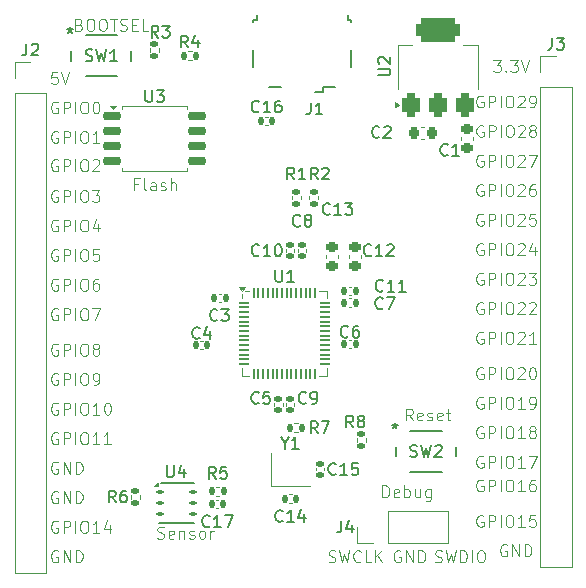
<source format=gbr>
%TF.GenerationSoftware,KiCad,Pcbnew,8.0.2-1*%
%TF.CreationDate,2024-06-04T19:54:43-07:00*%
%TF.ProjectId,pcb_design_1,7063625f-6465-4736-9967-6e5f312e6b69,rev?*%
%TF.SameCoordinates,Original*%
%TF.FileFunction,Legend,Top*%
%TF.FilePolarity,Positive*%
%FSLAX46Y46*%
G04 Gerber Fmt 4.6, Leading zero omitted, Abs format (unit mm)*
G04 Created by KiCad (PCBNEW 8.0.2-1) date 2024-06-04 19:54:43*
%MOMM*%
%LPD*%
G01*
G04 APERTURE LIST*
G04 Aperture macros list*
%AMRoundRect*
0 Rectangle with rounded corners*
0 $1 Rounding radius*
0 $2 $3 $4 $5 $6 $7 $8 $9 X,Y pos of 4 corners*
0 Add a 4 corners polygon primitive as box body*
4,1,4,$2,$3,$4,$5,$6,$7,$8,$9,$2,$3,0*
0 Add four circle primitives for the rounded corners*
1,1,$1+$1,$2,$3*
1,1,$1+$1,$4,$5*
1,1,$1+$1,$6,$7*
1,1,$1+$1,$8,$9*
0 Add four rect primitives between the rounded corners*
20,1,$1+$1,$2,$3,$4,$5,0*
20,1,$1+$1,$4,$5,$6,$7,0*
20,1,$1+$1,$6,$7,$8,$9,0*
20,1,$1+$1,$8,$9,$2,$3,0*%
G04 Aperture macros list end*
%ADD10C,0.100000*%
%ADD11C,0.150000*%
%ADD12C,0.120000*%
%ADD13C,0.152400*%
%ADD14RoundRect,0.140000X-0.170000X0.140000X-0.170000X-0.140000X0.170000X-0.140000X0.170000X0.140000X0*%
%ADD15R,1.041400X0.660400*%
%ADD16RoundRect,0.135000X-0.185000X0.135000X-0.185000X-0.135000X0.185000X-0.135000X0.185000X0.135000X0*%
%ADD17R,1.700000X1.700000*%
%ADD18O,1.700000X1.700000*%
%ADD19RoundRect,0.225000X0.250000X-0.225000X0.250000X0.225000X-0.250000X0.225000X-0.250000X-0.225000X0*%
%ADD20RoundRect,0.050000X-0.387500X-0.050000X0.387500X-0.050000X0.387500X0.050000X-0.387500X0.050000X0*%
%ADD21RoundRect,0.050000X-0.050000X-0.387500X0.050000X-0.387500X0.050000X0.387500X-0.050000X0.387500X0*%
%ADD22R,3.200000X3.200000*%
%ADD23RoundRect,0.140000X-0.140000X-0.170000X0.140000X-0.170000X0.140000X0.170000X-0.140000X0.170000X0*%
%ADD24RoundRect,0.135000X0.135000X0.185000X-0.135000X0.185000X-0.135000X-0.185000X0.135000X-0.185000X0*%
%ADD25RoundRect,0.135000X0.185000X-0.135000X0.185000X0.135000X-0.185000X0.135000X-0.185000X-0.135000X0*%
%ADD26RoundRect,0.135000X-0.135000X-0.185000X0.135000X-0.185000X0.135000X0.185000X-0.135000X0.185000X0*%
%ADD27R,1.150000X1.000000*%
%ADD28RoundRect,0.140000X0.170000X-0.140000X0.170000X0.140000X-0.170000X0.140000X-0.170000X-0.140000X0*%
%ADD29O,0.800000X0.800000*%
%ADD30R,0.450000X1.300000*%
%ADD31O,1.150000X1.800000*%
%ADD32O,1.450000X2.000000*%
%ADD33RoundRect,0.140000X0.140000X0.170000X-0.140000X0.170000X-0.140000X-0.170000X0.140000X-0.170000X0*%
%ADD34RoundRect,0.375000X0.375000X-0.625000X0.375000X0.625000X-0.375000X0.625000X-0.375000X-0.625000X0*%
%ADD35RoundRect,0.500000X1.400000X-0.500000X1.400000X0.500000X-1.400000X0.500000X-1.400000X-0.500000X0*%
%ADD36RoundRect,0.150000X-0.650000X-0.150000X0.650000X-0.150000X0.650000X0.150000X-0.650000X0.150000X0*%
%ADD37RoundRect,0.100000X-0.200000X-0.100000X0.200000X-0.100000X0.200000X0.100000X-0.200000X0.100000X0*%
%ADD38R,1.500000X2.400000*%
%ADD39RoundRect,0.225000X-0.250000X0.225000X-0.250000X-0.225000X0.250000X-0.225000X0.250000X0.225000X0*%
%ADD40RoundRect,0.225000X0.225000X0.250000X-0.225000X0.250000X-0.225000X-0.250000X0.225000X-0.250000X0*%
G04 APERTURE END LIST*
D10*
X102327693Y-87420038D02*
X102232455Y-87372419D01*
X102232455Y-87372419D02*
X102089598Y-87372419D01*
X102089598Y-87372419D02*
X101946741Y-87420038D01*
X101946741Y-87420038D02*
X101851503Y-87515276D01*
X101851503Y-87515276D02*
X101803884Y-87610514D01*
X101803884Y-87610514D02*
X101756265Y-87800990D01*
X101756265Y-87800990D02*
X101756265Y-87943847D01*
X101756265Y-87943847D02*
X101803884Y-88134323D01*
X101803884Y-88134323D02*
X101851503Y-88229561D01*
X101851503Y-88229561D02*
X101946741Y-88324800D01*
X101946741Y-88324800D02*
X102089598Y-88372419D01*
X102089598Y-88372419D02*
X102184836Y-88372419D01*
X102184836Y-88372419D02*
X102327693Y-88324800D01*
X102327693Y-88324800D02*
X102375312Y-88277180D01*
X102375312Y-88277180D02*
X102375312Y-87943847D01*
X102375312Y-87943847D02*
X102184836Y-87943847D01*
X102803884Y-88372419D02*
X102803884Y-87372419D01*
X102803884Y-87372419D02*
X103184836Y-87372419D01*
X103184836Y-87372419D02*
X103280074Y-87420038D01*
X103280074Y-87420038D02*
X103327693Y-87467657D01*
X103327693Y-87467657D02*
X103375312Y-87562895D01*
X103375312Y-87562895D02*
X103375312Y-87705752D01*
X103375312Y-87705752D02*
X103327693Y-87800990D01*
X103327693Y-87800990D02*
X103280074Y-87848609D01*
X103280074Y-87848609D02*
X103184836Y-87896228D01*
X103184836Y-87896228D02*
X102803884Y-87896228D01*
X103803884Y-88372419D02*
X103803884Y-87372419D01*
X104470550Y-87372419D02*
X104661026Y-87372419D01*
X104661026Y-87372419D02*
X104756264Y-87420038D01*
X104756264Y-87420038D02*
X104851502Y-87515276D01*
X104851502Y-87515276D02*
X104899121Y-87705752D01*
X104899121Y-87705752D02*
X104899121Y-88039085D01*
X104899121Y-88039085D02*
X104851502Y-88229561D01*
X104851502Y-88229561D02*
X104756264Y-88324800D01*
X104756264Y-88324800D02*
X104661026Y-88372419D01*
X104661026Y-88372419D02*
X104470550Y-88372419D01*
X104470550Y-88372419D02*
X104375312Y-88324800D01*
X104375312Y-88324800D02*
X104280074Y-88229561D01*
X104280074Y-88229561D02*
X104232455Y-88039085D01*
X104232455Y-88039085D02*
X104232455Y-87705752D01*
X104232455Y-87705752D02*
X104280074Y-87515276D01*
X104280074Y-87515276D02*
X104375312Y-87420038D01*
X104375312Y-87420038D02*
X104470550Y-87372419D01*
X105280074Y-87467657D02*
X105327693Y-87420038D01*
X105327693Y-87420038D02*
X105422931Y-87372419D01*
X105422931Y-87372419D02*
X105661026Y-87372419D01*
X105661026Y-87372419D02*
X105756264Y-87420038D01*
X105756264Y-87420038D02*
X105803883Y-87467657D01*
X105803883Y-87467657D02*
X105851502Y-87562895D01*
X105851502Y-87562895D02*
X105851502Y-87658133D01*
X105851502Y-87658133D02*
X105803883Y-87800990D01*
X105803883Y-87800990D02*
X105232455Y-88372419D01*
X105232455Y-88372419D02*
X105851502Y-88372419D01*
X106470550Y-87372419D02*
X106565788Y-87372419D01*
X106565788Y-87372419D02*
X106661026Y-87420038D01*
X106661026Y-87420038D02*
X106708645Y-87467657D01*
X106708645Y-87467657D02*
X106756264Y-87562895D01*
X106756264Y-87562895D02*
X106803883Y-87753371D01*
X106803883Y-87753371D02*
X106803883Y-87991466D01*
X106803883Y-87991466D02*
X106756264Y-88181942D01*
X106756264Y-88181942D02*
X106708645Y-88277180D01*
X106708645Y-88277180D02*
X106661026Y-88324800D01*
X106661026Y-88324800D02*
X106565788Y-88372419D01*
X106565788Y-88372419D02*
X106470550Y-88372419D01*
X106470550Y-88372419D02*
X106375312Y-88324800D01*
X106375312Y-88324800D02*
X106327693Y-88277180D01*
X106327693Y-88277180D02*
X106280074Y-88181942D01*
X106280074Y-88181942D02*
X106232455Y-87991466D01*
X106232455Y-87991466D02*
X106232455Y-87753371D01*
X106232455Y-87753371D02*
X106280074Y-87562895D01*
X106280074Y-87562895D02*
X106327693Y-87467657D01*
X106327693Y-87467657D02*
X106375312Y-87420038D01*
X106375312Y-87420038D02*
X106470550Y-87372419D01*
X96375312Y-91872419D02*
X96041979Y-91396228D01*
X95803884Y-91872419D02*
X95803884Y-90872419D01*
X95803884Y-90872419D02*
X96184836Y-90872419D01*
X96184836Y-90872419D02*
X96280074Y-90920038D01*
X96280074Y-90920038D02*
X96327693Y-90967657D01*
X96327693Y-90967657D02*
X96375312Y-91062895D01*
X96375312Y-91062895D02*
X96375312Y-91205752D01*
X96375312Y-91205752D02*
X96327693Y-91300990D01*
X96327693Y-91300990D02*
X96280074Y-91348609D01*
X96280074Y-91348609D02*
X96184836Y-91396228D01*
X96184836Y-91396228D02*
X95803884Y-91396228D01*
X97184836Y-91824800D02*
X97089598Y-91872419D01*
X97089598Y-91872419D02*
X96899122Y-91872419D01*
X96899122Y-91872419D02*
X96803884Y-91824800D01*
X96803884Y-91824800D02*
X96756265Y-91729561D01*
X96756265Y-91729561D02*
X96756265Y-91348609D01*
X96756265Y-91348609D02*
X96803884Y-91253371D01*
X96803884Y-91253371D02*
X96899122Y-91205752D01*
X96899122Y-91205752D02*
X97089598Y-91205752D01*
X97089598Y-91205752D02*
X97184836Y-91253371D01*
X97184836Y-91253371D02*
X97232455Y-91348609D01*
X97232455Y-91348609D02*
X97232455Y-91443847D01*
X97232455Y-91443847D02*
X96756265Y-91539085D01*
X97613408Y-91824800D02*
X97708646Y-91872419D01*
X97708646Y-91872419D02*
X97899122Y-91872419D01*
X97899122Y-91872419D02*
X97994360Y-91824800D01*
X97994360Y-91824800D02*
X98041979Y-91729561D01*
X98041979Y-91729561D02*
X98041979Y-91681942D01*
X98041979Y-91681942D02*
X97994360Y-91586704D01*
X97994360Y-91586704D02*
X97899122Y-91539085D01*
X97899122Y-91539085D02*
X97756265Y-91539085D01*
X97756265Y-91539085D02*
X97661027Y-91491466D01*
X97661027Y-91491466D02*
X97613408Y-91396228D01*
X97613408Y-91396228D02*
X97613408Y-91348609D01*
X97613408Y-91348609D02*
X97661027Y-91253371D01*
X97661027Y-91253371D02*
X97756265Y-91205752D01*
X97756265Y-91205752D02*
X97899122Y-91205752D01*
X97899122Y-91205752D02*
X97994360Y-91253371D01*
X98851503Y-91824800D02*
X98756265Y-91872419D01*
X98756265Y-91872419D02*
X98565789Y-91872419D01*
X98565789Y-91872419D02*
X98470551Y-91824800D01*
X98470551Y-91824800D02*
X98422932Y-91729561D01*
X98422932Y-91729561D02*
X98422932Y-91348609D01*
X98422932Y-91348609D02*
X98470551Y-91253371D01*
X98470551Y-91253371D02*
X98565789Y-91205752D01*
X98565789Y-91205752D02*
X98756265Y-91205752D01*
X98756265Y-91205752D02*
X98851503Y-91253371D01*
X98851503Y-91253371D02*
X98899122Y-91348609D01*
X98899122Y-91348609D02*
X98899122Y-91443847D01*
X98899122Y-91443847D02*
X98422932Y-91539085D01*
X99184837Y-91205752D02*
X99565789Y-91205752D01*
X99327694Y-90872419D02*
X99327694Y-91729561D01*
X99327694Y-91729561D02*
X99375313Y-91824800D01*
X99375313Y-91824800D02*
X99470551Y-91872419D01*
X99470551Y-91872419D02*
X99565789Y-91872419D01*
X66327693Y-74920038D02*
X66232455Y-74872419D01*
X66232455Y-74872419D02*
X66089598Y-74872419D01*
X66089598Y-74872419D02*
X65946741Y-74920038D01*
X65946741Y-74920038D02*
X65851503Y-75015276D01*
X65851503Y-75015276D02*
X65803884Y-75110514D01*
X65803884Y-75110514D02*
X65756265Y-75300990D01*
X65756265Y-75300990D02*
X65756265Y-75443847D01*
X65756265Y-75443847D02*
X65803884Y-75634323D01*
X65803884Y-75634323D02*
X65851503Y-75729561D01*
X65851503Y-75729561D02*
X65946741Y-75824800D01*
X65946741Y-75824800D02*
X66089598Y-75872419D01*
X66089598Y-75872419D02*
X66184836Y-75872419D01*
X66184836Y-75872419D02*
X66327693Y-75824800D01*
X66327693Y-75824800D02*
X66375312Y-75777180D01*
X66375312Y-75777180D02*
X66375312Y-75443847D01*
X66375312Y-75443847D02*
X66184836Y-75443847D01*
X66803884Y-75872419D02*
X66803884Y-74872419D01*
X66803884Y-74872419D02*
X67184836Y-74872419D01*
X67184836Y-74872419D02*
X67280074Y-74920038D01*
X67280074Y-74920038D02*
X67327693Y-74967657D01*
X67327693Y-74967657D02*
X67375312Y-75062895D01*
X67375312Y-75062895D02*
X67375312Y-75205752D01*
X67375312Y-75205752D02*
X67327693Y-75300990D01*
X67327693Y-75300990D02*
X67280074Y-75348609D01*
X67280074Y-75348609D02*
X67184836Y-75396228D01*
X67184836Y-75396228D02*
X66803884Y-75396228D01*
X67803884Y-75872419D02*
X67803884Y-74872419D01*
X68470550Y-74872419D02*
X68661026Y-74872419D01*
X68661026Y-74872419D02*
X68756264Y-74920038D01*
X68756264Y-74920038D02*
X68851502Y-75015276D01*
X68851502Y-75015276D02*
X68899121Y-75205752D01*
X68899121Y-75205752D02*
X68899121Y-75539085D01*
X68899121Y-75539085D02*
X68851502Y-75729561D01*
X68851502Y-75729561D02*
X68756264Y-75824800D01*
X68756264Y-75824800D02*
X68661026Y-75872419D01*
X68661026Y-75872419D02*
X68470550Y-75872419D01*
X68470550Y-75872419D02*
X68375312Y-75824800D01*
X68375312Y-75824800D02*
X68280074Y-75729561D01*
X68280074Y-75729561D02*
X68232455Y-75539085D01*
X68232455Y-75539085D02*
X68232455Y-75205752D01*
X68232455Y-75205752D02*
X68280074Y-75015276D01*
X68280074Y-75015276D02*
X68375312Y-74920038D01*
X68375312Y-74920038D02*
X68470550Y-74872419D01*
X69756264Y-75205752D02*
X69756264Y-75872419D01*
X69518169Y-74824800D02*
X69280074Y-75539085D01*
X69280074Y-75539085D02*
X69899121Y-75539085D01*
X102327693Y-69420038D02*
X102232455Y-69372419D01*
X102232455Y-69372419D02*
X102089598Y-69372419D01*
X102089598Y-69372419D02*
X101946741Y-69420038D01*
X101946741Y-69420038D02*
X101851503Y-69515276D01*
X101851503Y-69515276D02*
X101803884Y-69610514D01*
X101803884Y-69610514D02*
X101756265Y-69800990D01*
X101756265Y-69800990D02*
X101756265Y-69943847D01*
X101756265Y-69943847D02*
X101803884Y-70134323D01*
X101803884Y-70134323D02*
X101851503Y-70229561D01*
X101851503Y-70229561D02*
X101946741Y-70324800D01*
X101946741Y-70324800D02*
X102089598Y-70372419D01*
X102089598Y-70372419D02*
X102184836Y-70372419D01*
X102184836Y-70372419D02*
X102327693Y-70324800D01*
X102327693Y-70324800D02*
X102375312Y-70277180D01*
X102375312Y-70277180D02*
X102375312Y-69943847D01*
X102375312Y-69943847D02*
X102184836Y-69943847D01*
X102803884Y-70372419D02*
X102803884Y-69372419D01*
X102803884Y-69372419D02*
X103184836Y-69372419D01*
X103184836Y-69372419D02*
X103280074Y-69420038D01*
X103280074Y-69420038D02*
X103327693Y-69467657D01*
X103327693Y-69467657D02*
X103375312Y-69562895D01*
X103375312Y-69562895D02*
X103375312Y-69705752D01*
X103375312Y-69705752D02*
X103327693Y-69800990D01*
X103327693Y-69800990D02*
X103280074Y-69848609D01*
X103280074Y-69848609D02*
X103184836Y-69896228D01*
X103184836Y-69896228D02*
X102803884Y-69896228D01*
X103803884Y-70372419D02*
X103803884Y-69372419D01*
X104470550Y-69372419D02*
X104661026Y-69372419D01*
X104661026Y-69372419D02*
X104756264Y-69420038D01*
X104756264Y-69420038D02*
X104851502Y-69515276D01*
X104851502Y-69515276D02*
X104899121Y-69705752D01*
X104899121Y-69705752D02*
X104899121Y-70039085D01*
X104899121Y-70039085D02*
X104851502Y-70229561D01*
X104851502Y-70229561D02*
X104756264Y-70324800D01*
X104756264Y-70324800D02*
X104661026Y-70372419D01*
X104661026Y-70372419D02*
X104470550Y-70372419D01*
X104470550Y-70372419D02*
X104375312Y-70324800D01*
X104375312Y-70324800D02*
X104280074Y-70229561D01*
X104280074Y-70229561D02*
X104232455Y-70039085D01*
X104232455Y-70039085D02*
X104232455Y-69705752D01*
X104232455Y-69705752D02*
X104280074Y-69515276D01*
X104280074Y-69515276D02*
X104375312Y-69420038D01*
X104375312Y-69420038D02*
X104470550Y-69372419D01*
X105280074Y-69467657D02*
X105327693Y-69420038D01*
X105327693Y-69420038D02*
X105422931Y-69372419D01*
X105422931Y-69372419D02*
X105661026Y-69372419D01*
X105661026Y-69372419D02*
X105756264Y-69420038D01*
X105756264Y-69420038D02*
X105803883Y-69467657D01*
X105803883Y-69467657D02*
X105851502Y-69562895D01*
X105851502Y-69562895D02*
X105851502Y-69658133D01*
X105851502Y-69658133D02*
X105803883Y-69800990D01*
X105803883Y-69800990D02*
X105232455Y-70372419D01*
X105232455Y-70372419D02*
X105851502Y-70372419D01*
X106184836Y-69372419D02*
X106851502Y-69372419D01*
X106851502Y-69372419D02*
X106422931Y-70372419D01*
X66327693Y-85420038D02*
X66232455Y-85372419D01*
X66232455Y-85372419D02*
X66089598Y-85372419D01*
X66089598Y-85372419D02*
X65946741Y-85420038D01*
X65946741Y-85420038D02*
X65851503Y-85515276D01*
X65851503Y-85515276D02*
X65803884Y-85610514D01*
X65803884Y-85610514D02*
X65756265Y-85800990D01*
X65756265Y-85800990D02*
X65756265Y-85943847D01*
X65756265Y-85943847D02*
X65803884Y-86134323D01*
X65803884Y-86134323D02*
X65851503Y-86229561D01*
X65851503Y-86229561D02*
X65946741Y-86324800D01*
X65946741Y-86324800D02*
X66089598Y-86372419D01*
X66089598Y-86372419D02*
X66184836Y-86372419D01*
X66184836Y-86372419D02*
X66327693Y-86324800D01*
X66327693Y-86324800D02*
X66375312Y-86277180D01*
X66375312Y-86277180D02*
X66375312Y-85943847D01*
X66375312Y-85943847D02*
X66184836Y-85943847D01*
X66803884Y-86372419D02*
X66803884Y-85372419D01*
X66803884Y-85372419D02*
X67184836Y-85372419D01*
X67184836Y-85372419D02*
X67280074Y-85420038D01*
X67280074Y-85420038D02*
X67327693Y-85467657D01*
X67327693Y-85467657D02*
X67375312Y-85562895D01*
X67375312Y-85562895D02*
X67375312Y-85705752D01*
X67375312Y-85705752D02*
X67327693Y-85800990D01*
X67327693Y-85800990D02*
X67280074Y-85848609D01*
X67280074Y-85848609D02*
X67184836Y-85896228D01*
X67184836Y-85896228D02*
X66803884Y-85896228D01*
X67803884Y-86372419D02*
X67803884Y-85372419D01*
X68470550Y-85372419D02*
X68661026Y-85372419D01*
X68661026Y-85372419D02*
X68756264Y-85420038D01*
X68756264Y-85420038D02*
X68851502Y-85515276D01*
X68851502Y-85515276D02*
X68899121Y-85705752D01*
X68899121Y-85705752D02*
X68899121Y-86039085D01*
X68899121Y-86039085D02*
X68851502Y-86229561D01*
X68851502Y-86229561D02*
X68756264Y-86324800D01*
X68756264Y-86324800D02*
X68661026Y-86372419D01*
X68661026Y-86372419D02*
X68470550Y-86372419D01*
X68470550Y-86372419D02*
X68375312Y-86324800D01*
X68375312Y-86324800D02*
X68280074Y-86229561D01*
X68280074Y-86229561D02*
X68232455Y-86039085D01*
X68232455Y-86039085D02*
X68232455Y-85705752D01*
X68232455Y-85705752D02*
X68280074Y-85515276D01*
X68280074Y-85515276D02*
X68375312Y-85420038D01*
X68375312Y-85420038D02*
X68470550Y-85372419D01*
X69470550Y-85800990D02*
X69375312Y-85753371D01*
X69375312Y-85753371D02*
X69327693Y-85705752D01*
X69327693Y-85705752D02*
X69280074Y-85610514D01*
X69280074Y-85610514D02*
X69280074Y-85562895D01*
X69280074Y-85562895D02*
X69327693Y-85467657D01*
X69327693Y-85467657D02*
X69375312Y-85420038D01*
X69375312Y-85420038D02*
X69470550Y-85372419D01*
X69470550Y-85372419D02*
X69661026Y-85372419D01*
X69661026Y-85372419D02*
X69756264Y-85420038D01*
X69756264Y-85420038D02*
X69803883Y-85467657D01*
X69803883Y-85467657D02*
X69851502Y-85562895D01*
X69851502Y-85562895D02*
X69851502Y-85610514D01*
X69851502Y-85610514D02*
X69803883Y-85705752D01*
X69803883Y-85705752D02*
X69756264Y-85753371D01*
X69756264Y-85753371D02*
X69661026Y-85800990D01*
X69661026Y-85800990D02*
X69470550Y-85800990D01*
X69470550Y-85800990D02*
X69375312Y-85848609D01*
X69375312Y-85848609D02*
X69327693Y-85896228D01*
X69327693Y-85896228D02*
X69280074Y-85991466D01*
X69280074Y-85991466D02*
X69280074Y-86181942D01*
X69280074Y-86181942D02*
X69327693Y-86277180D01*
X69327693Y-86277180D02*
X69375312Y-86324800D01*
X69375312Y-86324800D02*
X69470550Y-86372419D01*
X69470550Y-86372419D02*
X69661026Y-86372419D01*
X69661026Y-86372419D02*
X69756264Y-86324800D01*
X69756264Y-86324800D02*
X69803883Y-86277180D01*
X69803883Y-86277180D02*
X69851502Y-86181942D01*
X69851502Y-86181942D02*
X69851502Y-85991466D01*
X69851502Y-85991466D02*
X69803883Y-85896228D01*
X69803883Y-85896228D02*
X69756264Y-85848609D01*
X69756264Y-85848609D02*
X69661026Y-85800990D01*
X93803884Y-98372419D02*
X93803884Y-97372419D01*
X93803884Y-97372419D02*
X94041979Y-97372419D01*
X94041979Y-97372419D02*
X94184836Y-97420038D01*
X94184836Y-97420038D02*
X94280074Y-97515276D01*
X94280074Y-97515276D02*
X94327693Y-97610514D01*
X94327693Y-97610514D02*
X94375312Y-97800990D01*
X94375312Y-97800990D02*
X94375312Y-97943847D01*
X94375312Y-97943847D02*
X94327693Y-98134323D01*
X94327693Y-98134323D02*
X94280074Y-98229561D01*
X94280074Y-98229561D02*
X94184836Y-98324800D01*
X94184836Y-98324800D02*
X94041979Y-98372419D01*
X94041979Y-98372419D02*
X93803884Y-98372419D01*
X95184836Y-98324800D02*
X95089598Y-98372419D01*
X95089598Y-98372419D02*
X94899122Y-98372419D01*
X94899122Y-98372419D02*
X94803884Y-98324800D01*
X94803884Y-98324800D02*
X94756265Y-98229561D01*
X94756265Y-98229561D02*
X94756265Y-97848609D01*
X94756265Y-97848609D02*
X94803884Y-97753371D01*
X94803884Y-97753371D02*
X94899122Y-97705752D01*
X94899122Y-97705752D02*
X95089598Y-97705752D01*
X95089598Y-97705752D02*
X95184836Y-97753371D01*
X95184836Y-97753371D02*
X95232455Y-97848609D01*
X95232455Y-97848609D02*
X95232455Y-97943847D01*
X95232455Y-97943847D02*
X94756265Y-98039085D01*
X95661027Y-98372419D02*
X95661027Y-97372419D01*
X95661027Y-97753371D02*
X95756265Y-97705752D01*
X95756265Y-97705752D02*
X95946741Y-97705752D01*
X95946741Y-97705752D02*
X96041979Y-97753371D01*
X96041979Y-97753371D02*
X96089598Y-97800990D01*
X96089598Y-97800990D02*
X96137217Y-97896228D01*
X96137217Y-97896228D02*
X96137217Y-98181942D01*
X96137217Y-98181942D02*
X96089598Y-98277180D01*
X96089598Y-98277180D02*
X96041979Y-98324800D01*
X96041979Y-98324800D02*
X95946741Y-98372419D01*
X95946741Y-98372419D02*
X95756265Y-98372419D01*
X95756265Y-98372419D02*
X95661027Y-98324800D01*
X96994360Y-97705752D02*
X96994360Y-98372419D01*
X96565789Y-97705752D02*
X96565789Y-98229561D01*
X96565789Y-98229561D02*
X96613408Y-98324800D01*
X96613408Y-98324800D02*
X96708646Y-98372419D01*
X96708646Y-98372419D02*
X96851503Y-98372419D01*
X96851503Y-98372419D02*
X96946741Y-98324800D01*
X96946741Y-98324800D02*
X96994360Y-98277180D01*
X97899122Y-97705752D02*
X97899122Y-98515276D01*
X97899122Y-98515276D02*
X97851503Y-98610514D01*
X97851503Y-98610514D02*
X97803884Y-98658133D01*
X97803884Y-98658133D02*
X97708646Y-98705752D01*
X97708646Y-98705752D02*
X97565789Y-98705752D01*
X97565789Y-98705752D02*
X97470551Y-98658133D01*
X97899122Y-98324800D02*
X97803884Y-98372419D01*
X97803884Y-98372419D02*
X97613408Y-98372419D01*
X97613408Y-98372419D02*
X97518170Y-98324800D01*
X97518170Y-98324800D02*
X97470551Y-98277180D01*
X97470551Y-98277180D02*
X97422932Y-98181942D01*
X97422932Y-98181942D02*
X97422932Y-97896228D01*
X97422932Y-97896228D02*
X97470551Y-97800990D01*
X97470551Y-97800990D02*
X97518170Y-97753371D01*
X97518170Y-97753371D02*
X97613408Y-97705752D01*
X97613408Y-97705752D02*
X97803884Y-97705752D01*
X97803884Y-97705752D02*
X97899122Y-97753371D01*
X95327693Y-102920038D02*
X95232455Y-102872419D01*
X95232455Y-102872419D02*
X95089598Y-102872419D01*
X95089598Y-102872419D02*
X94946741Y-102920038D01*
X94946741Y-102920038D02*
X94851503Y-103015276D01*
X94851503Y-103015276D02*
X94803884Y-103110514D01*
X94803884Y-103110514D02*
X94756265Y-103300990D01*
X94756265Y-103300990D02*
X94756265Y-103443847D01*
X94756265Y-103443847D02*
X94803884Y-103634323D01*
X94803884Y-103634323D02*
X94851503Y-103729561D01*
X94851503Y-103729561D02*
X94946741Y-103824800D01*
X94946741Y-103824800D02*
X95089598Y-103872419D01*
X95089598Y-103872419D02*
X95184836Y-103872419D01*
X95184836Y-103872419D02*
X95327693Y-103824800D01*
X95327693Y-103824800D02*
X95375312Y-103777180D01*
X95375312Y-103777180D02*
X95375312Y-103443847D01*
X95375312Y-103443847D02*
X95184836Y-103443847D01*
X95803884Y-103872419D02*
X95803884Y-102872419D01*
X95803884Y-102872419D02*
X96375312Y-103872419D01*
X96375312Y-103872419D02*
X96375312Y-102872419D01*
X96851503Y-103872419D02*
X96851503Y-102872419D01*
X96851503Y-102872419D02*
X97089598Y-102872419D01*
X97089598Y-102872419D02*
X97232455Y-102920038D01*
X97232455Y-102920038D02*
X97327693Y-103015276D01*
X97327693Y-103015276D02*
X97375312Y-103110514D01*
X97375312Y-103110514D02*
X97422931Y-103300990D01*
X97422931Y-103300990D02*
X97422931Y-103443847D01*
X97422931Y-103443847D02*
X97375312Y-103634323D01*
X97375312Y-103634323D02*
X97327693Y-103729561D01*
X97327693Y-103729561D02*
X97232455Y-103824800D01*
X97232455Y-103824800D02*
X97089598Y-103872419D01*
X97089598Y-103872419D02*
X96851503Y-103872419D01*
X102337693Y-66920038D02*
X102242455Y-66872419D01*
X102242455Y-66872419D02*
X102099598Y-66872419D01*
X102099598Y-66872419D02*
X101956741Y-66920038D01*
X101956741Y-66920038D02*
X101861503Y-67015276D01*
X101861503Y-67015276D02*
X101813884Y-67110514D01*
X101813884Y-67110514D02*
X101766265Y-67300990D01*
X101766265Y-67300990D02*
X101766265Y-67443847D01*
X101766265Y-67443847D02*
X101813884Y-67634323D01*
X101813884Y-67634323D02*
X101861503Y-67729561D01*
X101861503Y-67729561D02*
X101956741Y-67824800D01*
X101956741Y-67824800D02*
X102099598Y-67872419D01*
X102099598Y-67872419D02*
X102194836Y-67872419D01*
X102194836Y-67872419D02*
X102337693Y-67824800D01*
X102337693Y-67824800D02*
X102385312Y-67777180D01*
X102385312Y-67777180D02*
X102385312Y-67443847D01*
X102385312Y-67443847D02*
X102194836Y-67443847D01*
X102813884Y-67872419D02*
X102813884Y-66872419D01*
X102813884Y-66872419D02*
X103194836Y-66872419D01*
X103194836Y-66872419D02*
X103290074Y-66920038D01*
X103290074Y-66920038D02*
X103337693Y-66967657D01*
X103337693Y-66967657D02*
X103385312Y-67062895D01*
X103385312Y-67062895D02*
X103385312Y-67205752D01*
X103385312Y-67205752D02*
X103337693Y-67300990D01*
X103337693Y-67300990D02*
X103290074Y-67348609D01*
X103290074Y-67348609D02*
X103194836Y-67396228D01*
X103194836Y-67396228D02*
X102813884Y-67396228D01*
X103813884Y-67872419D02*
X103813884Y-66872419D01*
X104480550Y-66872419D02*
X104671026Y-66872419D01*
X104671026Y-66872419D02*
X104766264Y-66920038D01*
X104766264Y-66920038D02*
X104861502Y-67015276D01*
X104861502Y-67015276D02*
X104909121Y-67205752D01*
X104909121Y-67205752D02*
X104909121Y-67539085D01*
X104909121Y-67539085D02*
X104861502Y-67729561D01*
X104861502Y-67729561D02*
X104766264Y-67824800D01*
X104766264Y-67824800D02*
X104671026Y-67872419D01*
X104671026Y-67872419D02*
X104480550Y-67872419D01*
X104480550Y-67872419D02*
X104385312Y-67824800D01*
X104385312Y-67824800D02*
X104290074Y-67729561D01*
X104290074Y-67729561D02*
X104242455Y-67539085D01*
X104242455Y-67539085D02*
X104242455Y-67205752D01*
X104242455Y-67205752D02*
X104290074Y-67015276D01*
X104290074Y-67015276D02*
X104385312Y-66920038D01*
X104385312Y-66920038D02*
X104480550Y-66872419D01*
X105290074Y-66967657D02*
X105337693Y-66920038D01*
X105337693Y-66920038D02*
X105432931Y-66872419D01*
X105432931Y-66872419D02*
X105671026Y-66872419D01*
X105671026Y-66872419D02*
X105766264Y-66920038D01*
X105766264Y-66920038D02*
X105813883Y-66967657D01*
X105813883Y-66967657D02*
X105861502Y-67062895D01*
X105861502Y-67062895D02*
X105861502Y-67158133D01*
X105861502Y-67158133D02*
X105813883Y-67300990D01*
X105813883Y-67300990D02*
X105242455Y-67872419D01*
X105242455Y-67872419D02*
X105861502Y-67872419D01*
X106432931Y-67300990D02*
X106337693Y-67253371D01*
X106337693Y-67253371D02*
X106290074Y-67205752D01*
X106290074Y-67205752D02*
X106242455Y-67110514D01*
X106242455Y-67110514D02*
X106242455Y-67062895D01*
X106242455Y-67062895D02*
X106290074Y-66967657D01*
X106290074Y-66967657D02*
X106337693Y-66920038D01*
X106337693Y-66920038D02*
X106432931Y-66872419D01*
X106432931Y-66872419D02*
X106623407Y-66872419D01*
X106623407Y-66872419D02*
X106718645Y-66920038D01*
X106718645Y-66920038D02*
X106766264Y-66967657D01*
X106766264Y-66967657D02*
X106813883Y-67062895D01*
X106813883Y-67062895D02*
X106813883Y-67110514D01*
X106813883Y-67110514D02*
X106766264Y-67205752D01*
X106766264Y-67205752D02*
X106718645Y-67253371D01*
X106718645Y-67253371D02*
X106623407Y-67300990D01*
X106623407Y-67300990D02*
X106432931Y-67300990D01*
X106432931Y-67300990D02*
X106337693Y-67348609D01*
X106337693Y-67348609D02*
X106290074Y-67396228D01*
X106290074Y-67396228D02*
X106242455Y-67491466D01*
X106242455Y-67491466D02*
X106242455Y-67681942D01*
X106242455Y-67681942D02*
X106290074Y-67777180D01*
X106290074Y-67777180D02*
X106337693Y-67824800D01*
X106337693Y-67824800D02*
X106432931Y-67872419D01*
X106432931Y-67872419D02*
X106623407Y-67872419D01*
X106623407Y-67872419D02*
X106718645Y-67824800D01*
X106718645Y-67824800D02*
X106766264Y-67777180D01*
X106766264Y-67777180D02*
X106813883Y-67681942D01*
X106813883Y-67681942D02*
X106813883Y-67491466D01*
X106813883Y-67491466D02*
X106766264Y-67396228D01*
X106766264Y-67396228D02*
X106718645Y-67348609D01*
X106718645Y-67348609D02*
X106623407Y-67300990D01*
X66327693Y-79920038D02*
X66232455Y-79872419D01*
X66232455Y-79872419D02*
X66089598Y-79872419D01*
X66089598Y-79872419D02*
X65946741Y-79920038D01*
X65946741Y-79920038D02*
X65851503Y-80015276D01*
X65851503Y-80015276D02*
X65803884Y-80110514D01*
X65803884Y-80110514D02*
X65756265Y-80300990D01*
X65756265Y-80300990D02*
X65756265Y-80443847D01*
X65756265Y-80443847D02*
X65803884Y-80634323D01*
X65803884Y-80634323D02*
X65851503Y-80729561D01*
X65851503Y-80729561D02*
X65946741Y-80824800D01*
X65946741Y-80824800D02*
X66089598Y-80872419D01*
X66089598Y-80872419D02*
X66184836Y-80872419D01*
X66184836Y-80872419D02*
X66327693Y-80824800D01*
X66327693Y-80824800D02*
X66375312Y-80777180D01*
X66375312Y-80777180D02*
X66375312Y-80443847D01*
X66375312Y-80443847D02*
X66184836Y-80443847D01*
X66803884Y-80872419D02*
X66803884Y-79872419D01*
X66803884Y-79872419D02*
X67184836Y-79872419D01*
X67184836Y-79872419D02*
X67280074Y-79920038D01*
X67280074Y-79920038D02*
X67327693Y-79967657D01*
X67327693Y-79967657D02*
X67375312Y-80062895D01*
X67375312Y-80062895D02*
X67375312Y-80205752D01*
X67375312Y-80205752D02*
X67327693Y-80300990D01*
X67327693Y-80300990D02*
X67280074Y-80348609D01*
X67280074Y-80348609D02*
X67184836Y-80396228D01*
X67184836Y-80396228D02*
X66803884Y-80396228D01*
X67803884Y-80872419D02*
X67803884Y-79872419D01*
X68470550Y-79872419D02*
X68661026Y-79872419D01*
X68661026Y-79872419D02*
X68756264Y-79920038D01*
X68756264Y-79920038D02*
X68851502Y-80015276D01*
X68851502Y-80015276D02*
X68899121Y-80205752D01*
X68899121Y-80205752D02*
X68899121Y-80539085D01*
X68899121Y-80539085D02*
X68851502Y-80729561D01*
X68851502Y-80729561D02*
X68756264Y-80824800D01*
X68756264Y-80824800D02*
X68661026Y-80872419D01*
X68661026Y-80872419D02*
X68470550Y-80872419D01*
X68470550Y-80872419D02*
X68375312Y-80824800D01*
X68375312Y-80824800D02*
X68280074Y-80729561D01*
X68280074Y-80729561D02*
X68232455Y-80539085D01*
X68232455Y-80539085D02*
X68232455Y-80205752D01*
X68232455Y-80205752D02*
X68280074Y-80015276D01*
X68280074Y-80015276D02*
X68375312Y-79920038D01*
X68375312Y-79920038D02*
X68470550Y-79872419D01*
X69756264Y-79872419D02*
X69565788Y-79872419D01*
X69565788Y-79872419D02*
X69470550Y-79920038D01*
X69470550Y-79920038D02*
X69422931Y-79967657D01*
X69422931Y-79967657D02*
X69327693Y-80110514D01*
X69327693Y-80110514D02*
X69280074Y-80300990D01*
X69280074Y-80300990D02*
X69280074Y-80681942D01*
X69280074Y-80681942D02*
X69327693Y-80777180D01*
X69327693Y-80777180D02*
X69375312Y-80824800D01*
X69375312Y-80824800D02*
X69470550Y-80872419D01*
X69470550Y-80872419D02*
X69661026Y-80872419D01*
X69661026Y-80872419D02*
X69756264Y-80824800D01*
X69756264Y-80824800D02*
X69803883Y-80777180D01*
X69803883Y-80777180D02*
X69851502Y-80681942D01*
X69851502Y-80681942D02*
X69851502Y-80443847D01*
X69851502Y-80443847D02*
X69803883Y-80348609D01*
X69803883Y-80348609D02*
X69756264Y-80300990D01*
X69756264Y-80300990D02*
X69661026Y-80253371D01*
X69661026Y-80253371D02*
X69470550Y-80253371D01*
X69470550Y-80253371D02*
X69375312Y-80300990D01*
X69375312Y-80300990D02*
X69327693Y-80348609D01*
X69327693Y-80348609D02*
X69280074Y-80443847D01*
X74756265Y-101824800D02*
X74899122Y-101872419D01*
X74899122Y-101872419D02*
X75137217Y-101872419D01*
X75137217Y-101872419D02*
X75232455Y-101824800D01*
X75232455Y-101824800D02*
X75280074Y-101777180D01*
X75280074Y-101777180D02*
X75327693Y-101681942D01*
X75327693Y-101681942D02*
X75327693Y-101586704D01*
X75327693Y-101586704D02*
X75280074Y-101491466D01*
X75280074Y-101491466D02*
X75232455Y-101443847D01*
X75232455Y-101443847D02*
X75137217Y-101396228D01*
X75137217Y-101396228D02*
X74946741Y-101348609D01*
X74946741Y-101348609D02*
X74851503Y-101300990D01*
X74851503Y-101300990D02*
X74803884Y-101253371D01*
X74803884Y-101253371D02*
X74756265Y-101158133D01*
X74756265Y-101158133D02*
X74756265Y-101062895D01*
X74756265Y-101062895D02*
X74803884Y-100967657D01*
X74803884Y-100967657D02*
X74851503Y-100920038D01*
X74851503Y-100920038D02*
X74946741Y-100872419D01*
X74946741Y-100872419D02*
X75184836Y-100872419D01*
X75184836Y-100872419D02*
X75327693Y-100920038D01*
X76137217Y-101824800D02*
X76041979Y-101872419D01*
X76041979Y-101872419D02*
X75851503Y-101872419D01*
X75851503Y-101872419D02*
X75756265Y-101824800D01*
X75756265Y-101824800D02*
X75708646Y-101729561D01*
X75708646Y-101729561D02*
X75708646Y-101348609D01*
X75708646Y-101348609D02*
X75756265Y-101253371D01*
X75756265Y-101253371D02*
X75851503Y-101205752D01*
X75851503Y-101205752D02*
X76041979Y-101205752D01*
X76041979Y-101205752D02*
X76137217Y-101253371D01*
X76137217Y-101253371D02*
X76184836Y-101348609D01*
X76184836Y-101348609D02*
X76184836Y-101443847D01*
X76184836Y-101443847D02*
X75708646Y-101539085D01*
X76613408Y-101205752D02*
X76613408Y-101872419D01*
X76613408Y-101300990D02*
X76661027Y-101253371D01*
X76661027Y-101253371D02*
X76756265Y-101205752D01*
X76756265Y-101205752D02*
X76899122Y-101205752D01*
X76899122Y-101205752D02*
X76994360Y-101253371D01*
X76994360Y-101253371D02*
X77041979Y-101348609D01*
X77041979Y-101348609D02*
X77041979Y-101872419D01*
X77470551Y-101824800D02*
X77565789Y-101872419D01*
X77565789Y-101872419D02*
X77756265Y-101872419D01*
X77756265Y-101872419D02*
X77851503Y-101824800D01*
X77851503Y-101824800D02*
X77899122Y-101729561D01*
X77899122Y-101729561D02*
X77899122Y-101681942D01*
X77899122Y-101681942D02*
X77851503Y-101586704D01*
X77851503Y-101586704D02*
X77756265Y-101539085D01*
X77756265Y-101539085D02*
X77613408Y-101539085D01*
X77613408Y-101539085D02*
X77518170Y-101491466D01*
X77518170Y-101491466D02*
X77470551Y-101396228D01*
X77470551Y-101396228D02*
X77470551Y-101348609D01*
X77470551Y-101348609D02*
X77518170Y-101253371D01*
X77518170Y-101253371D02*
X77613408Y-101205752D01*
X77613408Y-101205752D02*
X77756265Y-101205752D01*
X77756265Y-101205752D02*
X77851503Y-101253371D01*
X78470551Y-101872419D02*
X78375313Y-101824800D01*
X78375313Y-101824800D02*
X78327694Y-101777180D01*
X78327694Y-101777180D02*
X78280075Y-101681942D01*
X78280075Y-101681942D02*
X78280075Y-101396228D01*
X78280075Y-101396228D02*
X78327694Y-101300990D01*
X78327694Y-101300990D02*
X78375313Y-101253371D01*
X78375313Y-101253371D02*
X78470551Y-101205752D01*
X78470551Y-101205752D02*
X78613408Y-101205752D01*
X78613408Y-101205752D02*
X78708646Y-101253371D01*
X78708646Y-101253371D02*
X78756265Y-101300990D01*
X78756265Y-101300990D02*
X78803884Y-101396228D01*
X78803884Y-101396228D02*
X78803884Y-101681942D01*
X78803884Y-101681942D02*
X78756265Y-101777180D01*
X78756265Y-101777180D02*
X78708646Y-101824800D01*
X78708646Y-101824800D02*
X78613408Y-101872419D01*
X78613408Y-101872419D02*
X78470551Y-101872419D01*
X79232456Y-101872419D02*
X79232456Y-101205752D01*
X79232456Y-101396228D02*
X79280075Y-101300990D01*
X79280075Y-101300990D02*
X79327694Y-101253371D01*
X79327694Y-101253371D02*
X79422932Y-101205752D01*
X79422932Y-101205752D02*
X79518170Y-101205752D01*
X102327693Y-81920038D02*
X102232455Y-81872419D01*
X102232455Y-81872419D02*
X102089598Y-81872419D01*
X102089598Y-81872419D02*
X101946741Y-81920038D01*
X101946741Y-81920038D02*
X101851503Y-82015276D01*
X101851503Y-82015276D02*
X101803884Y-82110514D01*
X101803884Y-82110514D02*
X101756265Y-82300990D01*
X101756265Y-82300990D02*
X101756265Y-82443847D01*
X101756265Y-82443847D02*
X101803884Y-82634323D01*
X101803884Y-82634323D02*
X101851503Y-82729561D01*
X101851503Y-82729561D02*
X101946741Y-82824800D01*
X101946741Y-82824800D02*
X102089598Y-82872419D01*
X102089598Y-82872419D02*
X102184836Y-82872419D01*
X102184836Y-82872419D02*
X102327693Y-82824800D01*
X102327693Y-82824800D02*
X102375312Y-82777180D01*
X102375312Y-82777180D02*
X102375312Y-82443847D01*
X102375312Y-82443847D02*
X102184836Y-82443847D01*
X102803884Y-82872419D02*
X102803884Y-81872419D01*
X102803884Y-81872419D02*
X103184836Y-81872419D01*
X103184836Y-81872419D02*
X103280074Y-81920038D01*
X103280074Y-81920038D02*
X103327693Y-81967657D01*
X103327693Y-81967657D02*
X103375312Y-82062895D01*
X103375312Y-82062895D02*
X103375312Y-82205752D01*
X103375312Y-82205752D02*
X103327693Y-82300990D01*
X103327693Y-82300990D02*
X103280074Y-82348609D01*
X103280074Y-82348609D02*
X103184836Y-82396228D01*
X103184836Y-82396228D02*
X102803884Y-82396228D01*
X103803884Y-82872419D02*
X103803884Y-81872419D01*
X104470550Y-81872419D02*
X104661026Y-81872419D01*
X104661026Y-81872419D02*
X104756264Y-81920038D01*
X104756264Y-81920038D02*
X104851502Y-82015276D01*
X104851502Y-82015276D02*
X104899121Y-82205752D01*
X104899121Y-82205752D02*
X104899121Y-82539085D01*
X104899121Y-82539085D02*
X104851502Y-82729561D01*
X104851502Y-82729561D02*
X104756264Y-82824800D01*
X104756264Y-82824800D02*
X104661026Y-82872419D01*
X104661026Y-82872419D02*
X104470550Y-82872419D01*
X104470550Y-82872419D02*
X104375312Y-82824800D01*
X104375312Y-82824800D02*
X104280074Y-82729561D01*
X104280074Y-82729561D02*
X104232455Y-82539085D01*
X104232455Y-82539085D02*
X104232455Y-82205752D01*
X104232455Y-82205752D02*
X104280074Y-82015276D01*
X104280074Y-82015276D02*
X104375312Y-81920038D01*
X104375312Y-81920038D02*
X104470550Y-81872419D01*
X105280074Y-81967657D02*
X105327693Y-81920038D01*
X105327693Y-81920038D02*
X105422931Y-81872419D01*
X105422931Y-81872419D02*
X105661026Y-81872419D01*
X105661026Y-81872419D02*
X105756264Y-81920038D01*
X105756264Y-81920038D02*
X105803883Y-81967657D01*
X105803883Y-81967657D02*
X105851502Y-82062895D01*
X105851502Y-82062895D02*
X105851502Y-82158133D01*
X105851502Y-82158133D02*
X105803883Y-82300990D01*
X105803883Y-82300990D02*
X105232455Y-82872419D01*
X105232455Y-82872419D02*
X105851502Y-82872419D01*
X106232455Y-81967657D02*
X106280074Y-81920038D01*
X106280074Y-81920038D02*
X106375312Y-81872419D01*
X106375312Y-81872419D02*
X106613407Y-81872419D01*
X106613407Y-81872419D02*
X106708645Y-81920038D01*
X106708645Y-81920038D02*
X106756264Y-81967657D01*
X106756264Y-81967657D02*
X106803883Y-82062895D01*
X106803883Y-82062895D02*
X106803883Y-82158133D01*
X106803883Y-82158133D02*
X106756264Y-82300990D01*
X106756264Y-82300990D02*
X106184836Y-82872419D01*
X106184836Y-82872419D02*
X106803883Y-82872419D01*
X102327693Y-64420038D02*
X102232455Y-64372419D01*
X102232455Y-64372419D02*
X102089598Y-64372419D01*
X102089598Y-64372419D02*
X101946741Y-64420038D01*
X101946741Y-64420038D02*
X101851503Y-64515276D01*
X101851503Y-64515276D02*
X101803884Y-64610514D01*
X101803884Y-64610514D02*
X101756265Y-64800990D01*
X101756265Y-64800990D02*
X101756265Y-64943847D01*
X101756265Y-64943847D02*
X101803884Y-65134323D01*
X101803884Y-65134323D02*
X101851503Y-65229561D01*
X101851503Y-65229561D02*
X101946741Y-65324800D01*
X101946741Y-65324800D02*
X102089598Y-65372419D01*
X102089598Y-65372419D02*
X102184836Y-65372419D01*
X102184836Y-65372419D02*
X102327693Y-65324800D01*
X102327693Y-65324800D02*
X102375312Y-65277180D01*
X102375312Y-65277180D02*
X102375312Y-64943847D01*
X102375312Y-64943847D02*
X102184836Y-64943847D01*
X102803884Y-65372419D02*
X102803884Y-64372419D01*
X102803884Y-64372419D02*
X103184836Y-64372419D01*
X103184836Y-64372419D02*
X103280074Y-64420038D01*
X103280074Y-64420038D02*
X103327693Y-64467657D01*
X103327693Y-64467657D02*
X103375312Y-64562895D01*
X103375312Y-64562895D02*
X103375312Y-64705752D01*
X103375312Y-64705752D02*
X103327693Y-64800990D01*
X103327693Y-64800990D02*
X103280074Y-64848609D01*
X103280074Y-64848609D02*
X103184836Y-64896228D01*
X103184836Y-64896228D02*
X102803884Y-64896228D01*
X103803884Y-65372419D02*
X103803884Y-64372419D01*
X104470550Y-64372419D02*
X104661026Y-64372419D01*
X104661026Y-64372419D02*
X104756264Y-64420038D01*
X104756264Y-64420038D02*
X104851502Y-64515276D01*
X104851502Y-64515276D02*
X104899121Y-64705752D01*
X104899121Y-64705752D02*
X104899121Y-65039085D01*
X104899121Y-65039085D02*
X104851502Y-65229561D01*
X104851502Y-65229561D02*
X104756264Y-65324800D01*
X104756264Y-65324800D02*
X104661026Y-65372419D01*
X104661026Y-65372419D02*
X104470550Y-65372419D01*
X104470550Y-65372419D02*
X104375312Y-65324800D01*
X104375312Y-65324800D02*
X104280074Y-65229561D01*
X104280074Y-65229561D02*
X104232455Y-65039085D01*
X104232455Y-65039085D02*
X104232455Y-64705752D01*
X104232455Y-64705752D02*
X104280074Y-64515276D01*
X104280074Y-64515276D02*
X104375312Y-64420038D01*
X104375312Y-64420038D02*
X104470550Y-64372419D01*
X105280074Y-64467657D02*
X105327693Y-64420038D01*
X105327693Y-64420038D02*
X105422931Y-64372419D01*
X105422931Y-64372419D02*
X105661026Y-64372419D01*
X105661026Y-64372419D02*
X105756264Y-64420038D01*
X105756264Y-64420038D02*
X105803883Y-64467657D01*
X105803883Y-64467657D02*
X105851502Y-64562895D01*
X105851502Y-64562895D02*
X105851502Y-64658133D01*
X105851502Y-64658133D02*
X105803883Y-64800990D01*
X105803883Y-64800990D02*
X105232455Y-65372419D01*
X105232455Y-65372419D02*
X105851502Y-65372419D01*
X106327693Y-65372419D02*
X106518169Y-65372419D01*
X106518169Y-65372419D02*
X106613407Y-65324800D01*
X106613407Y-65324800D02*
X106661026Y-65277180D01*
X106661026Y-65277180D02*
X106756264Y-65134323D01*
X106756264Y-65134323D02*
X106803883Y-64943847D01*
X106803883Y-64943847D02*
X106803883Y-64562895D01*
X106803883Y-64562895D02*
X106756264Y-64467657D01*
X106756264Y-64467657D02*
X106708645Y-64420038D01*
X106708645Y-64420038D02*
X106613407Y-64372419D01*
X106613407Y-64372419D02*
X106422931Y-64372419D01*
X106422931Y-64372419D02*
X106327693Y-64420038D01*
X106327693Y-64420038D02*
X106280074Y-64467657D01*
X106280074Y-64467657D02*
X106232455Y-64562895D01*
X106232455Y-64562895D02*
X106232455Y-64800990D01*
X106232455Y-64800990D02*
X106280074Y-64896228D01*
X106280074Y-64896228D02*
X106327693Y-64943847D01*
X106327693Y-64943847D02*
X106422931Y-64991466D01*
X106422931Y-64991466D02*
X106613407Y-64991466D01*
X106613407Y-64991466D02*
X106708645Y-64943847D01*
X106708645Y-64943847D02*
X106756264Y-64896228D01*
X106756264Y-64896228D02*
X106803883Y-64800990D01*
X66327693Y-64920038D02*
X66232455Y-64872419D01*
X66232455Y-64872419D02*
X66089598Y-64872419D01*
X66089598Y-64872419D02*
X65946741Y-64920038D01*
X65946741Y-64920038D02*
X65851503Y-65015276D01*
X65851503Y-65015276D02*
X65803884Y-65110514D01*
X65803884Y-65110514D02*
X65756265Y-65300990D01*
X65756265Y-65300990D02*
X65756265Y-65443847D01*
X65756265Y-65443847D02*
X65803884Y-65634323D01*
X65803884Y-65634323D02*
X65851503Y-65729561D01*
X65851503Y-65729561D02*
X65946741Y-65824800D01*
X65946741Y-65824800D02*
X66089598Y-65872419D01*
X66089598Y-65872419D02*
X66184836Y-65872419D01*
X66184836Y-65872419D02*
X66327693Y-65824800D01*
X66327693Y-65824800D02*
X66375312Y-65777180D01*
X66375312Y-65777180D02*
X66375312Y-65443847D01*
X66375312Y-65443847D02*
X66184836Y-65443847D01*
X66803884Y-65872419D02*
X66803884Y-64872419D01*
X66803884Y-64872419D02*
X67184836Y-64872419D01*
X67184836Y-64872419D02*
X67280074Y-64920038D01*
X67280074Y-64920038D02*
X67327693Y-64967657D01*
X67327693Y-64967657D02*
X67375312Y-65062895D01*
X67375312Y-65062895D02*
X67375312Y-65205752D01*
X67375312Y-65205752D02*
X67327693Y-65300990D01*
X67327693Y-65300990D02*
X67280074Y-65348609D01*
X67280074Y-65348609D02*
X67184836Y-65396228D01*
X67184836Y-65396228D02*
X66803884Y-65396228D01*
X67803884Y-65872419D02*
X67803884Y-64872419D01*
X68470550Y-64872419D02*
X68661026Y-64872419D01*
X68661026Y-64872419D02*
X68756264Y-64920038D01*
X68756264Y-64920038D02*
X68851502Y-65015276D01*
X68851502Y-65015276D02*
X68899121Y-65205752D01*
X68899121Y-65205752D02*
X68899121Y-65539085D01*
X68899121Y-65539085D02*
X68851502Y-65729561D01*
X68851502Y-65729561D02*
X68756264Y-65824800D01*
X68756264Y-65824800D02*
X68661026Y-65872419D01*
X68661026Y-65872419D02*
X68470550Y-65872419D01*
X68470550Y-65872419D02*
X68375312Y-65824800D01*
X68375312Y-65824800D02*
X68280074Y-65729561D01*
X68280074Y-65729561D02*
X68232455Y-65539085D01*
X68232455Y-65539085D02*
X68232455Y-65205752D01*
X68232455Y-65205752D02*
X68280074Y-65015276D01*
X68280074Y-65015276D02*
X68375312Y-64920038D01*
X68375312Y-64920038D02*
X68470550Y-64872419D01*
X69518169Y-64872419D02*
X69613407Y-64872419D01*
X69613407Y-64872419D02*
X69708645Y-64920038D01*
X69708645Y-64920038D02*
X69756264Y-64967657D01*
X69756264Y-64967657D02*
X69803883Y-65062895D01*
X69803883Y-65062895D02*
X69851502Y-65253371D01*
X69851502Y-65253371D02*
X69851502Y-65491466D01*
X69851502Y-65491466D02*
X69803883Y-65681942D01*
X69803883Y-65681942D02*
X69756264Y-65777180D01*
X69756264Y-65777180D02*
X69708645Y-65824800D01*
X69708645Y-65824800D02*
X69613407Y-65872419D01*
X69613407Y-65872419D02*
X69518169Y-65872419D01*
X69518169Y-65872419D02*
X69422931Y-65824800D01*
X69422931Y-65824800D02*
X69375312Y-65777180D01*
X69375312Y-65777180D02*
X69327693Y-65681942D01*
X69327693Y-65681942D02*
X69280074Y-65491466D01*
X69280074Y-65491466D02*
X69280074Y-65253371D01*
X69280074Y-65253371D02*
X69327693Y-65062895D01*
X69327693Y-65062895D02*
X69375312Y-64967657D01*
X69375312Y-64967657D02*
X69422931Y-64920038D01*
X69422931Y-64920038D02*
X69518169Y-64872419D01*
X66327693Y-92920038D02*
X66232455Y-92872419D01*
X66232455Y-92872419D02*
X66089598Y-92872419D01*
X66089598Y-92872419D02*
X65946741Y-92920038D01*
X65946741Y-92920038D02*
X65851503Y-93015276D01*
X65851503Y-93015276D02*
X65803884Y-93110514D01*
X65803884Y-93110514D02*
X65756265Y-93300990D01*
X65756265Y-93300990D02*
X65756265Y-93443847D01*
X65756265Y-93443847D02*
X65803884Y-93634323D01*
X65803884Y-93634323D02*
X65851503Y-93729561D01*
X65851503Y-93729561D02*
X65946741Y-93824800D01*
X65946741Y-93824800D02*
X66089598Y-93872419D01*
X66089598Y-93872419D02*
X66184836Y-93872419D01*
X66184836Y-93872419D02*
X66327693Y-93824800D01*
X66327693Y-93824800D02*
X66375312Y-93777180D01*
X66375312Y-93777180D02*
X66375312Y-93443847D01*
X66375312Y-93443847D02*
X66184836Y-93443847D01*
X66803884Y-93872419D02*
X66803884Y-92872419D01*
X66803884Y-92872419D02*
X67184836Y-92872419D01*
X67184836Y-92872419D02*
X67280074Y-92920038D01*
X67280074Y-92920038D02*
X67327693Y-92967657D01*
X67327693Y-92967657D02*
X67375312Y-93062895D01*
X67375312Y-93062895D02*
X67375312Y-93205752D01*
X67375312Y-93205752D02*
X67327693Y-93300990D01*
X67327693Y-93300990D02*
X67280074Y-93348609D01*
X67280074Y-93348609D02*
X67184836Y-93396228D01*
X67184836Y-93396228D02*
X66803884Y-93396228D01*
X67803884Y-93872419D02*
X67803884Y-92872419D01*
X68470550Y-92872419D02*
X68661026Y-92872419D01*
X68661026Y-92872419D02*
X68756264Y-92920038D01*
X68756264Y-92920038D02*
X68851502Y-93015276D01*
X68851502Y-93015276D02*
X68899121Y-93205752D01*
X68899121Y-93205752D02*
X68899121Y-93539085D01*
X68899121Y-93539085D02*
X68851502Y-93729561D01*
X68851502Y-93729561D02*
X68756264Y-93824800D01*
X68756264Y-93824800D02*
X68661026Y-93872419D01*
X68661026Y-93872419D02*
X68470550Y-93872419D01*
X68470550Y-93872419D02*
X68375312Y-93824800D01*
X68375312Y-93824800D02*
X68280074Y-93729561D01*
X68280074Y-93729561D02*
X68232455Y-93539085D01*
X68232455Y-93539085D02*
X68232455Y-93205752D01*
X68232455Y-93205752D02*
X68280074Y-93015276D01*
X68280074Y-93015276D02*
X68375312Y-92920038D01*
X68375312Y-92920038D02*
X68470550Y-92872419D01*
X69851502Y-93872419D02*
X69280074Y-93872419D01*
X69565788Y-93872419D02*
X69565788Y-92872419D01*
X69565788Y-92872419D02*
X69470550Y-93015276D01*
X69470550Y-93015276D02*
X69375312Y-93110514D01*
X69375312Y-93110514D02*
X69280074Y-93158133D01*
X70803883Y-93872419D02*
X70232455Y-93872419D01*
X70518169Y-93872419D02*
X70518169Y-92872419D01*
X70518169Y-92872419D02*
X70422931Y-93015276D01*
X70422931Y-93015276D02*
X70327693Y-93110514D01*
X70327693Y-93110514D02*
X70232455Y-93158133D01*
X102327693Y-89920038D02*
X102232455Y-89872419D01*
X102232455Y-89872419D02*
X102089598Y-89872419D01*
X102089598Y-89872419D02*
X101946741Y-89920038D01*
X101946741Y-89920038D02*
X101851503Y-90015276D01*
X101851503Y-90015276D02*
X101803884Y-90110514D01*
X101803884Y-90110514D02*
X101756265Y-90300990D01*
X101756265Y-90300990D02*
X101756265Y-90443847D01*
X101756265Y-90443847D02*
X101803884Y-90634323D01*
X101803884Y-90634323D02*
X101851503Y-90729561D01*
X101851503Y-90729561D02*
X101946741Y-90824800D01*
X101946741Y-90824800D02*
X102089598Y-90872419D01*
X102089598Y-90872419D02*
X102184836Y-90872419D01*
X102184836Y-90872419D02*
X102327693Y-90824800D01*
X102327693Y-90824800D02*
X102375312Y-90777180D01*
X102375312Y-90777180D02*
X102375312Y-90443847D01*
X102375312Y-90443847D02*
X102184836Y-90443847D01*
X102803884Y-90872419D02*
X102803884Y-89872419D01*
X102803884Y-89872419D02*
X103184836Y-89872419D01*
X103184836Y-89872419D02*
X103280074Y-89920038D01*
X103280074Y-89920038D02*
X103327693Y-89967657D01*
X103327693Y-89967657D02*
X103375312Y-90062895D01*
X103375312Y-90062895D02*
X103375312Y-90205752D01*
X103375312Y-90205752D02*
X103327693Y-90300990D01*
X103327693Y-90300990D02*
X103280074Y-90348609D01*
X103280074Y-90348609D02*
X103184836Y-90396228D01*
X103184836Y-90396228D02*
X102803884Y-90396228D01*
X103803884Y-90872419D02*
X103803884Y-89872419D01*
X104470550Y-89872419D02*
X104661026Y-89872419D01*
X104661026Y-89872419D02*
X104756264Y-89920038D01*
X104756264Y-89920038D02*
X104851502Y-90015276D01*
X104851502Y-90015276D02*
X104899121Y-90205752D01*
X104899121Y-90205752D02*
X104899121Y-90539085D01*
X104899121Y-90539085D02*
X104851502Y-90729561D01*
X104851502Y-90729561D02*
X104756264Y-90824800D01*
X104756264Y-90824800D02*
X104661026Y-90872419D01*
X104661026Y-90872419D02*
X104470550Y-90872419D01*
X104470550Y-90872419D02*
X104375312Y-90824800D01*
X104375312Y-90824800D02*
X104280074Y-90729561D01*
X104280074Y-90729561D02*
X104232455Y-90539085D01*
X104232455Y-90539085D02*
X104232455Y-90205752D01*
X104232455Y-90205752D02*
X104280074Y-90015276D01*
X104280074Y-90015276D02*
X104375312Y-89920038D01*
X104375312Y-89920038D02*
X104470550Y-89872419D01*
X105851502Y-90872419D02*
X105280074Y-90872419D01*
X105565788Y-90872419D02*
X105565788Y-89872419D01*
X105565788Y-89872419D02*
X105470550Y-90015276D01*
X105470550Y-90015276D02*
X105375312Y-90110514D01*
X105375312Y-90110514D02*
X105280074Y-90158133D01*
X106327693Y-90872419D02*
X106518169Y-90872419D01*
X106518169Y-90872419D02*
X106613407Y-90824800D01*
X106613407Y-90824800D02*
X106661026Y-90777180D01*
X106661026Y-90777180D02*
X106756264Y-90634323D01*
X106756264Y-90634323D02*
X106803883Y-90443847D01*
X106803883Y-90443847D02*
X106803883Y-90062895D01*
X106803883Y-90062895D02*
X106756264Y-89967657D01*
X106756264Y-89967657D02*
X106708645Y-89920038D01*
X106708645Y-89920038D02*
X106613407Y-89872419D01*
X106613407Y-89872419D02*
X106422931Y-89872419D01*
X106422931Y-89872419D02*
X106327693Y-89920038D01*
X106327693Y-89920038D02*
X106280074Y-89967657D01*
X106280074Y-89967657D02*
X106232455Y-90062895D01*
X106232455Y-90062895D02*
X106232455Y-90300990D01*
X106232455Y-90300990D02*
X106280074Y-90396228D01*
X106280074Y-90396228D02*
X106327693Y-90443847D01*
X106327693Y-90443847D02*
X106422931Y-90491466D01*
X106422931Y-90491466D02*
X106613407Y-90491466D01*
X106613407Y-90491466D02*
X106708645Y-90443847D01*
X106708645Y-90443847D02*
X106756264Y-90396228D01*
X106756264Y-90396228D02*
X106803883Y-90300990D01*
X102327693Y-84420038D02*
X102232455Y-84372419D01*
X102232455Y-84372419D02*
X102089598Y-84372419D01*
X102089598Y-84372419D02*
X101946741Y-84420038D01*
X101946741Y-84420038D02*
X101851503Y-84515276D01*
X101851503Y-84515276D02*
X101803884Y-84610514D01*
X101803884Y-84610514D02*
X101756265Y-84800990D01*
X101756265Y-84800990D02*
X101756265Y-84943847D01*
X101756265Y-84943847D02*
X101803884Y-85134323D01*
X101803884Y-85134323D02*
X101851503Y-85229561D01*
X101851503Y-85229561D02*
X101946741Y-85324800D01*
X101946741Y-85324800D02*
X102089598Y-85372419D01*
X102089598Y-85372419D02*
X102184836Y-85372419D01*
X102184836Y-85372419D02*
X102327693Y-85324800D01*
X102327693Y-85324800D02*
X102375312Y-85277180D01*
X102375312Y-85277180D02*
X102375312Y-84943847D01*
X102375312Y-84943847D02*
X102184836Y-84943847D01*
X102803884Y-85372419D02*
X102803884Y-84372419D01*
X102803884Y-84372419D02*
X103184836Y-84372419D01*
X103184836Y-84372419D02*
X103280074Y-84420038D01*
X103280074Y-84420038D02*
X103327693Y-84467657D01*
X103327693Y-84467657D02*
X103375312Y-84562895D01*
X103375312Y-84562895D02*
X103375312Y-84705752D01*
X103375312Y-84705752D02*
X103327693Y-84800990D01*
X103327693Y-84800990D02*
X103280074Y-84848609D01*
X103280074Y-84848609D02*
X103184836Y-84896228D01*
X103184836Y-84896228D02*
X102803884Y-84896228D01*
X103803884Y-85372419D02*
X103803884Y-84372419D01*
X104470550Y-84372419D02*
X104661026Y-84372419D01*
X104661026Y-84372419D02*
X104756264Y-84420038D01*
X104756264Y-84420038D02*
X104851502Y-84515276D01*
X104851502Y-84515276D02*
X104899121Y-84705752D01*
X104899121Y-84705752D02*
X104899121Y-85039085D01*
X104899121Y-85039085D02*
X104851502Y-85229561D01*
X104851502Y-85229561D02*
X104756264Y-85324800D01*
X104756264Y-85324800D02*
X104661026Y-85372419D01*
X104661026Y-85372419D02*
X104470550Y-85372419D01*
X104470550Y-85372419D02*
X104375312Y-85324800D01*
X104375312Y-85324800D02*
X104280074Y-85229561D01*
X104280074Y-85229561D02*
X104232455Y-85039085D01*
X104232455Y-85039085D02*
X104232455Y-84705752D01*
X104232455Y-84705752D02*
X104280074Y-84515276D01*
X104280074Y-84515276D02*
X104375312Y-84420038D01*
X104375312Y-84420038D02*
X104470550Y-84372419D01*
X105280074Y-84467657D02*
X105327693Y-84420038D01*
X105327693Y-84420038D02*
X105422931Y-84372419D01*
X105422931Y-84372419D02*
X105661026Y-84372419D01*
X105661026Y-84372419D02*
X105756264Y-84420038D01*
X105756264Y-84420038D02*
X105803883Y-84467657D01*
X105803883Y-84467657D02*
X105851502Y-84562895D01*
X105851502Y-84562895D02*
X105851502Y-84658133D01*
X105851502Y-84658133D02*
X105803883Y-84800990D01*
X105803883Y-84800990D02*
X105232455Y-85372419D01*
X105232455Y-85372419D02*
X105851502Y-85372419D01*
X106803883Y-85372419D02*
X106232455Y-85372419D01*
X106518169Y-85372419D02*
X106518169Y-84372419D01*
X106518169Y-84372419D02*
X106422931Y-84515276D01*
X106422931Y-84515276D02*
X106327693Y-84610514D01*
X106327693Y-84610514D02*
X106232455Y-84658133D01*
X103208646Y-61372419D02*
X103827693Y-61372419D01*
X103827693Y-61372419D02*
X103494360Y-61753371D01*
X103494360Y-61753371D02*
X103637217Y-61753371D01*
X103637217Y-61753371D02*
X103732455Y-61800990D01*
X103732455Y-61800990D02*
X103780074Y-61848609D01*
X103780074Y-61848609D02*
X103827693Y-61943847D01*
X103827693Y-61943847D02*
X103827693Y-62181942D01*
X103827693Y-62181942D02*
X103780074Y-62277180D01*
X103780074Y-62277180D02*
X103732455Y-62324800D01*
X103732455Y-62324800D02*
X103637217Y-62372419D01*
X103637217Y-62372419D02*
X103351503Y-62372419D01*
X103351503Y-62372419D02*
X103256265Y-62324800D01*
X103256265Y-62324800D02*
X103208646Y-62277180D01*
X104256265Y-62277180D02*
X104303884Y-62324800D01*
X104303884Y-62324800D02*
X104256265Y-62372419D01*
X104256265Y-62372419D02*
X104208646Y-62324800D01*
X104208646Y-62324800D02*
X104256265Y-62277180D01*
X104256265Y-62277180D02*
X104256265Y-62372419D01*
X104637217Y-61372419D02*
X105256264Y-61372419D01*
X105256264Y-61372419D02*
X104922931Y-61753371D01*
X104922931Y-61753371D02*
X105065788Y-61753371D01*
X105065788Y-61753371D02*
X105161026Y-61800990D01*
X105161026Y-61800990D02*
X105208645Y-61848609D01*
X105208645Y-61848609D02*
X105256264Y-61943847D01*
X105256264Y-61943847D02*
X105256264Y-62181942D01*
X105256264Y-62181942D02*
X105208645Y-62277180D01*
X105208645Y-62277180D02*
X105161026Y-62324800D01*
X105161026Y-62324800D02*
X105065788Y-62372419D01*
X105065788Y-62372419D02*
X104780074Y-62372419D01*
X104780074Y-62372419D02*
X104684836Y-62324800D01*
X104684836Y-62324800D02*
X104637217Y-62277180D01*
X105541979Y-61372419D02*
X105875312Y-62372419D01*
X105875312Y-62372419D02*
X106208645Y-61372419D01*
X66327693Y-72420038D02*
X66232455Y-72372419D01*
X66232455Y-72372419D02*
X66089598Y-72372419D01*
X66089598Y-72372419D02*
X65946741Y-72420038D01*
X65946741Y-72420038D02*
X65851503Y-72515276D01*
X65851503Y-72515276D02*
X65803884Y-72610514D01*
X65803884Y-72610514D02*
X65756265Y-72800990D01*
X65756265Y-72800990D02*
X65756265Y-72943847D01*
X65756265Y-72943847D02*
X65803884Y-73134323D01*
X65803884Y-73134323D02*
X65851503Y-73229561D01*
X65851503Y-73229561D02*
X65946741Y-73324800D01*
X65946741Y-73324800D02*
X66089598Y-73372419D01*
X66089598Y-73372419D02*
X66184836Y-73372419D01*
X66184836Y-73372419D02*
X66327693Y-73324800D01*
X66327693Y-73324800D02*
X66375312Y-73277180D01*
X66375312Y-73277180D02*
X66375312Y-72943847D01*
X66375312Y-72943847D02*
X66184836Y-72943847D01*
X66803884Y-73372419D02*
X66803884Y-72372419D01*
X66803884Y-72372419D02*
X67184836Y-72372419D01*
X67184836Y-72372419D02*
X67280074Y-72420038D01*
X67280074Y-72420038D02*
X67327693Y-72467657D01*
X67327693Y-72467657D02*
X67375312Y-72562895D01*
X67375312Y-72562895D02*
X67375312Y-72705752D01*
X67375312Y-72705752D02*
X67327693Y-72800990D01*
X67327693Y-72800990D02*
X67280074Y-72848609D01*
X67280074Y-72848609D02*
X67184836Y-72896228D01*
X67184836Y-72896228D02*
X66803884Y-72896228D01*
X67803884Y-73372419D02*
X67803884Y-72372419D01*
X68470550Y-72372419D02*
X68661026Y-72372419D01*
X68661026Y-72372419D02*
X68756264Y-72420038D01*
X68756264Y-72420038D02*
X68851502Y-72515276D01*
X68851502Y-72515276D02*
X68899121Y-72705752D01*
X68899121Y-72705752D02*
X68899121Y-73039085D01*
X68899121Y-73039085D02*
X68851502Y-73229561D01*
X68851502Y-73229561D02*
X68756264Y-73324800D01*
X68756264Y-73324800D02*
X68661026Y-73372419D01*
X68661026Y-73372419D02*
X68470550Y-73372419D01*
X68470550Y-73372419D02*
X68375312Y-73324800D01*
X68375312Y-73324800D02*
X68280074Y-73229561D01*
X68280074Y-73229561D02*
X68232455Y-73039085D01*
X68232455Y-73039085D02*
X68232455Y-72705752D01*
X68232455Y-72705752D02*
X68280074Y-72515276D01*
X68280074Y-72515276D02*
X68375312Y-72420038D01*
X68375312Y-72420038D02*
X68470550Y-72372419D01*
X69232455Y-72372419D02*
X69851502Y-72372419D01*
X69851502Y-72372419D02*
X69518169Y-72753371D01*
X69518169Y-72753371D02*
X69661026Y-72753371D01*
X69661026Y-72753371D02*
X69756264Y-72800990D01*
X69756264Y-72800990D02*
X69803883Y-72848609D01*
X69803883Y-72848609D02*
X69851502Y-72943847D01*
X69851502Y-72943847D02*
X69851502Y-73181942D01*
X69851502Y-73181942D02*
X69803883Y-73277180D01*
X69803883Y-73277180D02*
X69756264Y-73324800D01*
X69756264Y-73324800D02*
X69661026Y-73372419D01*
X69661026Y-73372419D02*
X69375312Y-73372419D01*
X69375312Y-73372419D02*
X69280074Y-73324800D01*
X69280074Y-73324800D02*
X69232455Y-73277180D01*
X104327693Y-102420038D02*
X104232455Y-102372419D01*
X104232455Y-102372419D02*
X104089598Y-102372419D01*
X104089598Y-102372419D02*
X103946741Y-102420038D01*
X103946741Y-102420038D02*
X103851503Y-102515276D01*
X103851503Y-102515276D02*
X103803884Y-102610514D01*
X103803884Y-102610514D02*
X103756265Y-102800990D01*
X103756265Y-102800990D02*
X103756265Y-102943847D01*
X103756265Y-102943847D02*
X103803884Y-103134323D01*
X103803884Y-103134323D02*
X103851503Y-103229561D01*
X103851503Y-103229561D02*
X103946741Y-103324800D01*
X103946741Y-103324800D02*
X104089598Y-103372419D01*
X104089598Y-103372419D02*
X104184836Y-103372419D01*
X104184836Y-103372419D02*
X104327693Y-103324800D01*
X104327693Y-103324800D02*
X104375312Y-103277180D01*
X104375312Y-103277180D02*
X104375312Y-102943847D01*
X104375312Y-102943847D02*
X104184836Y-102943847D01*
X104803884Y-103372419D02*
X104803884Y-102372419D01*
X104803884Y-102372419D02*
X105375312Y-103372419D01*
X105375312Y-103372419D02*
X105375312Y-102372419D01*
X105851503Y-103372419D02*
X105851503Y-102372419D01*
X105851503Y-102372419D02*
X106089598Y-102372419D01*
X106089598Y-102372419D02*
X106232455Y-102420038D01*
X106232455Y-102420038D02*
X106327693Y-102515276D01*
X106327693Y-102515276D02*
X106375312Y-102610514D01*
X106375312Y-102610514D02*
X106422931Y-102800990D01*
X106422931Y-102800990D02*
X106422931Y-102943847D01*
X106422931Y-102943847D02*
X106375312Y-103134323D01*
X106375312Y-103134323D02*
X106327693Y-103229561D01*
X106327693Y-103229561D02*
X106232455Y-103324800D01*
X106232455Y-103324800D02*
X106089598Y-103372419D01*
X106089598Y-103372419D02*
X105851503Y-103372419D01*
X66280074Y-62372419D02*
X65803884Y-62372419D01*
X65803884Y-62372419D02*
X65756265Y-62848609D01*
X65756265Y-62848609D02*
X65803884Y-62800990D01*
X65803884Y-62800990D02*
X65899122Y-62753371D01*
X65899122Y-62753371D02*
X66137217Y-62753371D01*
X66137217Y-62753371D02*
X66232455Y-62800990D01*
X66232455Y-62800990D02*
X66280074Y-62848609D01*
X66280074Y-62848609D02*
X66327693Y-62943847D01*
X66327693Y-62943847D02*
X66327693Y-63181942D01*
X66327693Y-63181942D02*
X66280074Y-63277180D01*
X66280074Y-63277180D02*
X66232455Y-63324800D01*
X66232455Y-63324800D02*
X66137217Y-63372419D01*
X66137217Y-63372419D02*
X65899122Y-63372419D01*
X65899122Y-63372419D02*
X65803884Y-63324800D01*
X65803884Y-63324800D02*
X65756265Y-63277180D01*
X66613408Y-62372419D02*
X66946741Y-63372419D01*
X66946741Y-63372419D02*
X67280074Y-62372419D01*
X102327693Y-71920038D02*
X102232455Y-71872419D01*
X102232455Y-71872419D02*
X102089598Y-71872419D01*
X102089598Y-71872419D02*
X101946741Y-71920038D01*
X101946741Y-71920038D02*
X101851503Y-72015276D01*
X101851503Y-72015276D02*
X101803884Y-72110514D01*
X101803884Y-72110514D02*
X101756265Y-72300990D01*
X101756265Y-72300990D02*
X101756265Y-72443847D01*
X101756265Y-72443847D02*
X101803884Y-72634323D01*
X101803884Y-72634323D02*
X101851503Y-72729561D01*
X101851503Y-72729561D02*
X101946741Y-72824800D01*
X101946741Y-72824800D02*
X102089598Y-72872419D01*
X102089598Y-72872419D02*
X102184836Y-72872419D01*
X102184836Y-72872419D02*
X102327693Y-72824800D01*
X102327693Y-72824800D02*
X102375312Y-72777180D01*
X102375312Y-72777180D02*
X102375312Y-72443847D01*
X102375312Y-72443847D02*
X102184836Y-72443847D01*
X102803884Y-72872419D02*
X102803884Y-71872419D01*
X102803884Y-71872419D02*
X103184836Y-71872419D01*
X103184836Y-71872419D02*
X103280074Y-71920038D01*
X103280074Y-71920038D02*
X103327693Y-71967657D01*
X103327693Y-71967657D02*
X103375312Y-72062895D01*
X103375312Y-72062895D02*
X103375312Y-72205752D01*
X103375312Y-72205752D02*
X103327693Y-72300990D01*
X103327693Y-72300990D02*
X103280074Y-72348609D01*
X103280074Y-72348609D02*
X103184836Y-72396228D01*
X103184836Y-72396228D02*
X102803884Y-72396228D01*
X103803884Y-72872419D02*
X103803884Y-71872419D01*
X104470550Y-71872419D02*
X104661026Y-71872419D01*
X104661026Y-71872419D02*
X104756264Y-71920038D01*
X104756264Y-71920038D02*
X104851502Y-72015276D01*
X104851502Y-72015276D02*
X104899121Y-72205752D01*
X104899121Y-72205752D02*
X104899121Y-72539085D01*
X104899121Y-72539085D02*
X104851502Y-72729561D01*
X104851502Y-72729561D02*
X104756264Y-72824800D01*
X104756264Y-72824800D02*
X104661026Y-72872419D01*
X104661026Y-72872419D02*
X104470550Y-72872419D01*
X104470550Y-72872419D02*
X104375312Y-72824800D01*
X104375312Y-72824800D02*
X104280074Y-72729561D01*
X104280074Y-72729561D02*
X104232455Y-72539085D01*
X104232455Y-72539085D02*
X104232455Y-72205752D01*
X104232455Y-72205752D02*
X104280074Y-72015276D01*
X104280074Y-72015276D02*
X104375312Y-71920038D01*
X104375312Y-71920038D02*
X104470550Y-71872419D01*
X105280074Y-71967657D02*
X105327693Y-71920038D01*
X105327693Y-71920038D02*
X105422931Y-71872419D01*
X105422931Y-71872419D02*
X105661026Y-71872419D01*
X105661026Y-71872419D02*
X105756264Y-71920038D01*
X105756264Y-71920038D02*
X105803883Y-71967657D01*
X105803883Y-71967657D02*
X105851502Y-72062895D01*
X105851502Y-72062895D02*
X105851502Y-72158133D01*
X105851502Y-72158133D02*
X105803883Y-72300990D01*
X105803883Y-72300990D02*
X105232455Y-72872419D01*
X105232455Y-72872419D02*
X105851502Y-72872419D01*
X106708645Y-71872419D02*
X106518169Y-71872419D01*
X106518169Y-71872419D02*
X106422931Y-71920038D01*
X106422931Y-71920038D02*
X106375312Y-71967657D01*
X106375312Y-71967657D02*
X106280074Y-72110514D01*
X106280074Y-72110514D02*
X106232455Y-72300990D01*
X106232455Y-72300990D02*
X106232455Y-72681942D01*
X106232455Y-72681942D02*
X106280074Y-72777180D01*
X106280074Y-72777180D02*
X106327693Y-72824800D01*
X106327693Y-72824800D02*
X106422931Y-72872419D01*
X106422931Y-72872419D02*
X106613407Y-72872419D01*
X106613407Y-72872419D02*
X106708645Y-72824800D01*
X106708645Y-72824800D02*
X106756264Y-72777180D01*
X106756264Y-72777180D02*
X106803883Y-72681942D01*
X106803883Y-72681942D02*
X106803883Y-72443847D01*
X106803883Y-72443847D02*
X106756264Y-72348609D01*
X106756264Y-72348609D02*
X106708645Y-72300990D01*
X106708645Y-72300990D02*
X106613407Y-72253371D01*
X106613407Y-72253371D02*
X106422931Y-72253371D01*
X106422931Y-72253371D02*
X106327693Y-72300990D01*
X106327693Y-72300990D02*
X106280074Y-72348609D01*
X106280074Y-72348609D02*
X106232455Y-72443847D01*
X66327693Y-95420038D02*
X66232455Y-95372419D01*
X66232455Y-95372419D02*
X66089598Y-95372419D01*
X66089598Y-95372419D02*
X65946741Y-95420038D01*
X65946741Y-95420038D02*
X65851503Y-95515276D01*
X65851503Y-95515276D02*
X65803884Y-95610514D01*
X65803884Y-95610514D02*
X65756265Y-95800990D01*
X65756265Y-95800990D02*
X65756265Y-95943847D01*
X65756265Y-95943847D02*
X65803884Y-96134323D01*
X65803884Y-96134323D02*
X65851503Y-96229561D01*
X65851503Y-96229561D02*
X65946741Y-96324800D01*
X65946741Y-96324800D02*
X66089598Y-96372419D01*
X66089598Y-96372419D02*
X66184836Y-96372419D01*
X66184836Y-96372419D02*
X66327693Y-96324800D01*
X66327693Y-96324800D02*
X66375312Y-96277180D01*
X66375312Y-96277180D02*
X66375312Y-95943847D01*
X66375312Y-95943847D02*
X66184836Y-95943847D01*
X66803884Y-96372419D02*
X66803884Y-95372419D01*
X66803884Y-95372419D02*
X67375312Y-96372419D01*
X67375312Y-96372419D02*
X67375312Y-95372419D01*
X67851503Y-96372419D02*
X67851503Y-95372419D01*
X67851503Y-95372419D02*
X68089598Y-95372419D01*
X68089598Y-95372419D02*
X68232455Y-95420038D01*
X68232455Y-95420038D02*
X68327693Y-95515276D01*
X68327693Y-95515276D02*
X68375312Y-95610514D01*
X68375312Y-95610514D02*
X68422931Y-95800990D01*
X68422931Y-95800990D02*
X68422931Y-95943847D01*
X68422931Y-95943847D02*
X68375312Y-96134323D01*
X68375312Y-96134323D02*
X68327693Y-96229561D01*
X68327693Y-96229561D02*
X68232455Y-96324800D01*
X68232455Y-96324800D02*
X68089598Y-96372419D01*
X68089598Y-96372419D02*
X67851503Y-96372419D01*
X66327693Y-87920038D02*
X66232455Y-87872419D01*
X66232455Y-87872419D02*
X66089598Y-87872419D01*
X66089598Y-87872419D02*
X65946741Y-87920038D01*
X65946741Y-87920038D02*
X65851503Y-88015276D01*
X65851503Y-88015276D02*
X65803884Y-88110514D01*
X65803884Y-88110514D02*
X65756265Y-88300990D01*
X65756265Y-88300990D02*
X65756265Y-88443847D01*
X65756265Y-88443847D02*
X65803884Y-88634323D01*
X65803884Y-88634323D02*
X65851503Y-88729561D01*
X65851503Y-88729561D02*
X65946741Y-88824800D01*
X65946741Y-88824800D02*
X66089598Y-88872419D01*
X66089598Y-88872419D02*
X66184836Y-88872419D01*
X66184836Y-88872419D02*
X66327693Y-88824800D01*
X66327693Y-88824800D02*
X66375312Y-88777180D01*
X66375312Y-88777180D02*
X66375312Y-88443847D01*
X66375312Y-88443847D02*
X66184836Y-88443847D01*
X66803884Y-88872419D02*
X66803884Y-87872419D01*
X66803884Y-87872419D02*
X67184836Y-87872419D01*
X67184836Y-87872419D02*
X67280074Y-87920038D01*
X67280074Y-87920038D02*
X67327693Y-87967657D01*
X67327693Y-87967657D02*
X67375312Y-88062895D01*
X67375312Y-88062895D02*
X67375312Y-88205752D01*
X67375312Y-88205752D02*
X67327693Y-88300990D01*
X67327693Y-88300990D02*
X67280074Y-88348609D01*
X67280074Y-88348609D02*
X67184836Y-88396228D01*
X67184836Y-88396228D02*
X66803884Y-88396228D01*
X67803884Y-88872419D02*
X67803884Y-87872419D01*
X68470550Y-87872419D02*
X68661026Y-87872419D01*
X68661026Y-87872419D02*
X68756264Y-87920038D01*
X68756264Y-87920038D02*
X68851502Y-88015276D01*
X68851502Y-88015276D02*
X68899121Y-88205752D01*
X68899121Y-88205752D02*
X68899121Y-88539085D01*
X68899121Y-88539085D02*
X68851502Y-88729561D01*
X68851502Y-88729561D02*
X68756264Y-88824800D01*
X68756264Y-88824800D02*
X68661026Y-88872419D01*
X68661026Y-88872419D02*
X68470550Y-88872419D01*
X68470550Y-88872419D02*
X68375312Y-88824800D01*
X68375312Y-88824800D02*
X68280074Y-88729561D01*
X68280074Y-88729561D02*
X68232455Y-88539085D01*
X68232455Y-88539085D02*
X68232455Y-88205752D01*
X68232455Y-88205752D02*
X68280074Y-88015276D01*
X68280074Y-88015276D02*
X68375312Y-87920038D01*
X68375312Y-87920038D02*
X68470550Y-87872419D01*
X69375312Y-88872419D02*
X69565788Y-88872419D01*
X69565788Y-88872419D02*
X69661026Y-88824800D01*
X69661026Y-88824800D02*
X69708645Y-88777180D01*
X69708645Y-88777180D02*
X69803883Y-88634323D01*
X69803883Y-88634323D02*
X69851502Y-88443847D01*
X69851502Y-88443847D02*
X69851502Y-88062895D01*
X69851502Y-88062895D02*
X69803883Y-87967657D01*
X69803883Y-87967657D02*
X69756264Y-87920038D01*
X69756264Y-87920038D02*
X69661026Y-87872419D01*
X69661026Y-87872419D02*
X69470550Y-87872419D01*
X69470550Y-87872419D02*
X69375312Y-87920038D01*
X69375312Y-87920038D02*
X69327693Y-87967657D01*
X69327693Y-87967657D02*
X69280074Y-88062895D01*
X69280074Y-88062895D02*
X69280074Y-88300990D01*
X69280074Y-88300990D02*
X69327693Y-88396228D01*
X69327693Y-88396228D02*
X69375312Y-88443847D01*
X69375312Y-88443847D02*
X69470550Y-88491466D01*
X69470550Y-88491466D02*
X69661026Y-88491466D01*
X69661026Y-88491466D02*
X69756264Y-88443847D01*
X69756264Y-88443847D02*
X69803883Y-88396228D01*
X69803883Y-88396228D02*
X69851502Y-88300990D01*
X66327693Y-69810094D02*
X66232455Y-69762475D01*
X66232455Y-69762475D02*
X66089598Y-69762475D01*
X66089598Y-69762475D02*
X65946741Y-69810094D01*
X65946741Y-69810094D02*
X65851503Y-69905332D01*
X65851503Y-69905332D02*
X65803884Y-70000570D01*
X65803884Y-70000570D02*
X65756265Y-70191046D01*
X65756265Y-70191046D02*
X65756265Y-70333903D01*
X65756265Y-70333903D02*
X65803884Y-70524379D01*
X65803884Y-70524379D02*
X65851503Y-70619617D01*
X65851503Y-70619617D02*
X65946741Y-70714856D01*
X65946741Y-70714856D02*
X66089598Y-70762475D01*
X66089598Y-70762475D02*
X66184836Y-70762475D01*
X66184836Y-70762475D02*
X66327693Y-70714856D01*
X66327693Y-70714856D02*
X66375312Y-70667236D01*
X66375312Y-70667236D02*
X66375312Y-70333903D01*
X66375312Y-70333903D02*
X66184836Y-70333903D01*
X66803884Y-70762475D02*
X66803884Y-69762475D01*
X66803884Y-69762475D02*
X67184836Y-69762475D01*
X67184836Y-69762475D02*
X67280074Y-69810094D01*
X67280074Y-69810094D02*
X67327693Y-69857713D01*
X67327693Y-69857713D02*
X67375312Y-69952951D01*
X67375312Y-69952951D02*
X67375312Y-70095808D01*
X67375312Y-70095808D02*
X67327693Y-70191046D01*
X67327693Y-70191046D02*
X67280074Y-70238665D01*
X67280074Y-70238665D02*
X67184836Y-70286284D01*
X67184836Y-70286284D02*
X66803884Y-70286284D01*
X67803884Y-70762475D02*
X67803884Y-69762475D01*
X68470550Y-69762475D02*
X68661026Y-69762475D01*
X68661026Y-69762475D02*
X68756264Y-69810094D01*
X68756264Y-69810094D02*
X68851502Y-69905332D01*
X68851502Y-69905332D02*
X68899121Y-70095808D01*
X68899121Y-70095808D02*
X68899121Y-70429141D01*
X68899121Y-70429141D02*
X68851502Y-70619617D01*
X68851502Y-70619617D02*
X68756264Y-70714856D01*
X68756264Y-70714856D02*
X68661026Y-70762475D01*
X68661026Y-70762475D02*
X68470550Y-70762475D01*
X68470550Y-70762475D02*
X68375312Y-70714856D01*
X68375312Y-70714856D02*
X68280074Y-70619617D01*
X68280074Y-70619617D02*
X68232455Y-70429141D01*
X68232455Y-70429141D02*
X68232455Y-70095808D01*
X68232455Y-70095808D02*
X68280074Y-69905332D01*
X68280074Y-69905332D02*
X68375312Y-69810094D01*
X68375312Y-69810094D02*
X68470550Y-69762475D01*
X69280074Y-69857713D02*
X69327693Y-69810094D01*
X69327693Y-69810094D02*
X69422931Y-69762475D01*
X69422931Y-69762475D02*
X69661026Y-69762475D01*
X69661026Y-69762475D02*
X69756264Y-69810094D01*
X69756264Y-69810094D02*
X69803883Y-69857713D01*
X69803883Y-69857713D02*
X69851502Y-69952951D01*
X69851502Y-69952951D02*
X69851502Y-70048189D01*
X69851502Y-70048189D02*
X69803883Y-70191046D01*
X69803883Y-70191046D02*
X69232455Y-70762475D01*
X69232455Y-70762475D02*
X69851502Y-70762475D01*
X102327693Y-92420038D02*
X102232455Y-92372419D01*
X102232455Y-92372419D02*
X102089598Y-92372419D01*
X102089598Y-92372419D02*
X101946741Y-92420038D01*
X101946741Y-92420038D02*
X101851503Y-92515276D01*
X101851503Y-92515276D02*
X101803884Y-92610514D01*
X101803884Y-92610514D02*
X101756265Y-92800990D01*
X101756265Y-92800990D02*
X101756265Y-92943847D01*
X101756265Y-92943847D02*
X101803884Y-93134323D01*
X101803884Y-93134323D02*
X101851503Y-93229561D01*
X101851503Y-93229561D02*
X101946741Y-93324800D01*
X101946741Y-93324800D02*
X102089598Y-93372419D01*
X102089598Y-93372419D02*
X102184836Y-93372419D01*
X102184836Y-93372419D02*
X102327693Y-93324800D01*
X102327693Y-93324800D02*
X102375312Y-93277180D01*
X102375312Y-93277180D02*
X102375312Y-92943847D01*
X102375312Y-92943847D02*
X102184836Y-92943847D01*
X102803884Y-93372419D02*
X102803884Y-92372419D01*
X102803884Y-92372419D02*
X103184836Y-92372419D01*
X103184836Y-92372419D02*
X103280074Y-92420038D01*
X103280074Y-92420038D02*
X103327693Y-92467657D01*
X103327693Y-92467657D02*
X103375312Y-92562895D01*
X103375312Y-92562895D02*
X103375312Y-92705752D01*
X103375312Y-92705752D02*
X103327693Y-92800990D01*
X103327693Y-92800990D02*
X103280074Y-92848609D01*
X103280074Y-92848609D02*
X103184836Y-92896228D01*
X103184836Y-92896228D02*
X102803884Y-92896228D01*
X103803884Y-93372419D02*
X103803884Y-92372419D01*
X104470550Y-92372419D02*
X104661026Y-92372419D01*
X104661026Y-92372419D02*
X104756264Y-92420038D01*
X104756264Y-92420038D02*
X104851502Y-92515276D01*
X104851502Y-92515276D02*
X104899121Y-92705752D01*
X104899121Y-92705752D02*
X104899121Y-93039085D01*
X104899121Y-93039085D02*
X104851502Y-93229561D01*
X104851502Y-93229561D02*
X104756264Y-93324800D01*
X104756264Y-93324800D02*
X104661026Y-93372419D01*
X104661026Y-93372419D02*
X104470550Y-93372419D01*
X104470550Y-93372419D02*
X104375312Y-93324800D01*
X104375312Y-93324800D02*
X104280074Y-93229561D01*
X104280074Y-93229561D02*
X104232455Y-93039085D01*
X104232455Y-93039085D02*
X104232455Y-92705752D01*
X104232455Y-92705752D02*
X104280074Y-92515276D01*
X104280074Y-92515276D02*
X104375312Y-92420038D01*
X104375312Y-92420038D02*
X104470550Y-92372419D01*
X105851502Y-93372419D02*
X105280074Y-93372419D01*
X105565788Y-93372419D02*
X105565788Y-92372419D01*
X105565788Y-92372419D02*
X105470550Y-92515276D01*
X105470550Y-92515276D02*
X105375312Y-92610514D01*
X105375312Y-92610514D02*
X105280074Y-92658133D01*
X106422931Y-92800990D02*
X106327693Y-92753371D01*
X106327693Y-92753371D02*
X106280074Y-92705752D01*
X106280074Y-92705752D02*
X106232455Y-92610514D01*
X106232455Y-92610514D02*
X106232455Y-92562895D01*
X106232455Y-92562895D02*
X106280074Y-92467657D01*
X106280074Y-92467657D02*
X106327693Y-92420038D01*
X106327693Y-92420038D02*
X106422931Y-92372419D01*
X106422931Y-92372419D02*
X106613407Y-92372419D01*
X106613407Y-92372419D02*
X106708645Y-92420038D01*
X106708645Y-92420038D02*
X106756264Y-92467657D01*
X106756264Y-92467657D02*
X106803883Y-92562895D01*
X106803883Y-92562895D02*
X106803883Y-92610514D01*
X106803883Y-92610514D02*
X106756264Y-92705752D01*
X106756264Y-92705752D02*
X106708645Y-92753371D01*
X106708645Y-92753371D02*
X106613407Y-92800990D01*
X106613407Y-92800990D02*
X106422931Y-92800990D01*
X106422931Y-92800990D02*
X106327693Y-92848609D01*
X106327693Y-92848609D02*
X106280074Y-92896228D01*
X106280074Y-92896228D02*
X106232455Y-92991466D01*
X106232455Y-92991466D02*
X106232455Y-93181942D01*
X106232455Y-93181942D02*
X106280074Y-93277180D01*
X106280074Y-93277180D02*
X106327693Y-93324800D01*
X106327693Y-93324800D02*
X106422931Y-93372419D01*
X106422931Y-93372419D02*
X106613407Y-93372419D01*
X106613407Y-93372419D02*
X106708645Y-93324800D01*
X106708645Y-93324800D02*
X106756264Y-93277180D01*
X106756264Y-93277180D02*
X106803883Y-93181942D01*
X106803883Y-93181942D02*
X106803883Y-92991466D01*
X106803883Y-92991466D02*
X106756264Y-92896228D01*
X106756264Y-92896228D02*
X106708645Y-92848609D01*
X106708645Y-92848609D02*
X106613407Y-92800990D01*
X102327693Y-99920038D02*
X102232455Y-99872419D01*
X102232455Y-99872419D02*
X102089598Y-99872419D01*
X102089598Y-99872419D02*
X101946741Y-99920038D01*
X101946741Y-99920038D02*
X101851503Y-100015276D01*
X101851503Y-100015276D02*
X101803884Y-100110514D01*
X101803884Y-100110514D02*
X101756265Y-100300990D01*
X101756265Y-100300990D02*
X101756265Y-100443847D01*
X101756265Y-100443847D02*
X101803884Y-100634323D01*
X101803884Y-100634323D02*
X101851503Y-100729561D01*
X101851503Y-100729561D02*
X101946741Y-100824800D01*
X101946741Y-100824800D02*
X102089598Y-100872419D01*
X102089598Y-100872419D02*
X102184836Y-100872419D01*
X102184836Y-100872419D02*
X102327693Y-100824800D01*
X102327693Y-100824800D02*
X102375312Y-100777180D01*
X102375312Y-100777180D02*
X102375312Y-100443847D01*
X102375312Y-100443847D02*
X102184836Y-100443847D01*
X102803884Y-100872419D02*
X102803884Y-99872419D01*
X102803884Y-99872419D02*
X103184836Y-99872419D01*
X103184836Y-99872419D02*
X103280074Y-99920038D01*
X103280074Y-99920038D02*
X103327693Y-99967657D01*
X103327693Y-99967657D02*
X103375312Y-100062895D01*
X103375312Y-100062895D02*
X103375312Y-100205752D01*
X103375312Y-100205752D02*
X103327693Y-100300990D01*
X103327693Y-100300990D02*
X103280074Y-100348609D01*
X103280074Y-100348609D02*
X103184836Y-100396228D01*
X103184836Y-100396228D02*
X102803884Y-100396228D01*
X103803884Y-100872419D02*
X103803884Y-99872419D01*
X104470550Y-99872419D02*
X104661026Y-99872419D01*
X104661026Y-99872419D02*
X104756264Y-99920038D01*
X104756264Y-99920038D02*
X104851502Y-100015276D01*
X104851502Y-100015276D02*
X104899121Y-100205752D01*
X104899121Y-100205752D02*
X104899121Y-100539085D01*
X104899121Y-100539085D02*
X104851502Y-100729561D01*
X104851502Y-100729561D02*
X104756264Y-100824800D01*
X104756264Y-100824800D02*
X104661026Y-100872419D01*
X104661026Y-100872419D02*
X104470550Y-100872419D01*
X104470550Y-100872419D02*
X104375312Y-100824800D01*
X104375312Y-100824800D02*
X104280074Y-100729561D01*
X104280074Y-100729561D02*
X104232455Y-100539085D01*
X104232455Y-100539085D02*
X104232455Y-100205752D01*
X104232455Y-100205752D02*
X104280074Y-100015276D01*
X104280074Y-100015276D02*
X104375312Y-99920038D01*
X104375312Y-99920038D02*
X104470550Y-99872419D01*
X105851502Y-100872419D02*
X105280074Y-100872419D01*
X105565788Y-100872419D02*
X105565788Y-99872419D01*
X105565788Y-99872419D02*
X105470550Y-100015276D01*
X105470550Y-100015276D02*
X105375312Y-100110514D01*
X105375312Y-100110514D02*
X105280074Y-100158133D01*
X106756264Y-99872419D02*
X106280074Y-99872419D01*
X106280074Y-99872419D02*
X106232455Y-100348609D01*
X106232455Y-100348609D02*
X106280074Y-100300990D01*
X106280074Y-100300990D02*
X106375312Y-100253371D01*
X106375312Y-100253371D02*
X106613407Y-100253371D01*
X106613407Y-100253371D02*
X106708645Y-100300990D01*
X106708645Y-100300990D02*
X106756264Y-100348609D01*
X106756264Y-100348609D02*
X106803883Y-100443847D01*
X106803883Y-100443847D02*
X106803883Y-100681942D01*
X106803883Y-100681942D02*
X106756264Y-100777180D01*
X106756264Y-100777180D02*
X106708645Y-100824800D01*
X106708645Y-100824800D02*
X106613407Y-100872419D01*
X106613407Y-100872419D02*
X106375312Y-100872419D01*
X106375312Y-100872419D02*
X106280074Y-100824800D01*
X106280074Y-100824800D02*
X106232455Y-100777180D01*
X66327693Y-90420038D02*
X66232455Y-90372419D01*
X66232455Y-90372419D02*
X66089598Y-90372419D01*
X66089598Y-90372419D02*
X65946741Y-90420038D01*
X65946741Y-90420038D02*
X65851503Y-90515276D01*
X65851503Y-90515276D02*
X65803884Y-90610514D01*
X65803884Y-90610514D02*
X65756265Y-90800990D01*
X65756265Y-90800990D02*
X65756265Y-90943847D01*
X65756265Y-90943847D02*
X65803884Y-91134323D01*
X65803884Y-91134323D02*
X65851503Y-91229561D01*
X65851503Y-91229561D02*
X65946741Y-91324800D01*
X65946741Y-91324800D02*
X66089598Y-91372419D01*
X66089598Y-91372419D02*
X66184836Y-91372419D01*
X66184836Y-91372419D02*
X66327693Y-91324800D01*
X66327693Y-91324800D02*
X66375312Y-91277180D01*
X66375312Y-91277180D02*
X66375312Y-90943847D01*
X66375312Y-90943847D02*
X66184836Y-90943847D01*
X66803884Y-91372419D02*
X66803884Y-90372419D01*
X66803884Y-90372419D02*
X67184836Y-90372419D01*
X67184836Y-90372419D02*
X67280074Y-90420038D01*
X67280074Y-90420038D02*
X67327693Y-90467657D01*
X67327693Y-90467657D02*
X67375312Y-90562895D01*
X67375312Y-90562895D02*
X67375312Y-90705752D01*
X67375312Y-90705752D02*
X67327693Y-90800990D01*
X67327693Y-90800990D02*
X67280074Y-90848609D01*
X67280074Y-90848609D02*
X67184836Y-90896228D01*
X67184836Y-90896228D02*
X66803884Y-90896228D01*
X67803884Y-91372419D02*
X67803884Y-90372419D01*
X68470550Y-90372419D02*
X68661026Y-90372419D01*
X68661026Y-90372419D02*
X68756264Y-90420038D01*
X68756264Y-90420038D02*
X68851502Y-90515276D01*
X68851502Y-90515276D02*
X68899121Y-90705752D01*
X68899121Y-90705752D02*
X68899121Y-91039085D01*
X68899121Y-91039085D02*
X68851502Y-91229561D01*
X68851502Y-91229561D02*
X68756264Y-91324800D01*
X68756264Y-91324800D02*
X68661026Y-91372419D01*
X68661026Y-91372419D02*
X68470550Y-91372419D01*
X68470550Y-91372419D02*
X68375312Y-91324800D01*
X68375312Y-91324800D02*
X68280074Y-91229561D01*
X68280074Y-91229561D02*
X68232455Y-91039085D01*
X68232455Y-91039085D02*
X68232455Y-90705752D01*
X68232455Y-90705752D02*
X68280074Y-90515276D01*
X68280074Y-90515276D02*
X68375312Y-90420038D01*
X68375312Y-90420038D02*
X68470550Y-90372419D01*
X69851502Y-91372419D02*
X69280074Y-91372419D01*
X69565788Y-91372419D02*
X69565788Y-90372419D01*
X69565788Y-90372419D02*
X69470550Y-90515276D01*
X69470550Y-90515276D02*
X69375312Y-90610514D01*
X69375312Y-90610514D02*
X69280074Y-90658133D01*
X70470550Y-90372419D02*
X70565788Y-90372419D01*
X70565788Y-90372419D02*
X70661026Y-90420038D01*
X70661026Y-90420038D02*
X70708645Y-90467657D01*
X70708645Y-90467657D02*
X70756264Y-90562895D01*
X70756264Y-90562895D02*
X70803883Y-90753371D01*
X70803883Y-90753371D02*
X70803883Y-90991466D01*
X70803883Y-90991466D02*
X70756264Y-91181942D01*
X70756264Y-91181942D02*
X70708645Y-91277180D01*
X70708645Y-91277180D02*
X70661026Y-91324800D01*
X70661026Y-91324800D02*
X70565788Y-91372419D01*
X70565788Y-91372419D02*
X70470550Y-91372419D01*
X70470550Y-91372419D02*
X70375312Y-91324800D01*
X70375312Y-91324800D02*
X70327693Y-91277180D01*
X70327693Y-91277180D02*
X70280074Y-91181942D01*
X70280074Y-91181942D02*
X70232455Y-90991466D01*
X70232455Y-90991466D02*
X70232455Y-90753371D01*
X70232455Y-90753371D02*
X70280074Y-90562895D01*
X70280074Y-90562895D02*
X70327693Y-90467657D01*
X70327693Y-90467657D02*
X70375312Y-90420038D01*
X70375312Y-90420038D02*
X70470550Y-90372419D01*
X102327693Y-76920038D02*
X102232455Y-76872419D01*
X102232455Y-76872419D02*
X102089598Y-76872419D01*
X102089598Y-76872419D02*
X101946741Y-76920038D01*
X101946741Y-76920038D02*
X101851503Y-77015276D01*
X101851503Y-77015276D02*
X101803884Y-77110514D01*
X101803884Y-77110514D02*
X101756265Y-77300990D01*
X101756265Y-77300990D02*
X101756265Y-77443847D01*
X101756265Y-77443847D02*
X101803884Y-77634323D01*
X101803884Y-77634323D02*
X101851503Y-77729561D01*
X101851503Y-77729561D02*
X101946741Y-77824800D01*
X101946741Y-77824800D02*
X102089598Y-77872419D01*
X102089598Y-77872419D02*
X102184836Y-77872419D01*
X102184836Y-77872419D02*
X102327693Y-77824800D01*
X102327693Y-77824800D02*
X102375312Y-77777180D01*
X102375312Y-77777180D02*
X102375312Y-77443847D01*
X102375312Y-77443847D02*
X102184836Y-77443847D01*
X102803884Y-77872419D02*
X102803884Y-76872419D01*
X102803884Y-76872419D02*
X103184836Y-76872419D01*
X103184836Y-76872419D02*
X103280074Y-76920038D01*
X103280074Y-76920038D02*
X103327693Y-76967657D01*
X103327693Y-76967657D02*
X103375312Y-77062895D01*
X103375312Y-77062895D02*
X103375312Y-77205752D01*
X103375312Y-77205752D02*
X103327693Y-77300990D01*
X103327693Y-77300990D02*
X103280074Y-77348609D01*
X103280074Y-77348609D02*
X103184836Y-77396228D01*
X103184836Y-77396228D02*
X102803884Y-77396228D01*
X103803884Y-77872419D02*
X103803884Y-76872419D01*
X104470550Y-76872419D02*
X104661026Y-76872419D01*
X104661026Y-76872419D02*
X104756264Y-76920038D01*
X104756264Y-76920038D02*
X104851502Y-77015276D01*
X104851502Y-77015276D02*
X104899121Y-77205752D01*
X104899121Y-77205752D02*
X104899121Y-77539085D01*
X104899121Y-77539085D02*
X104851502Y-77729561D01*
X104851502Y-77729561D02*
X104756264Y-77824800D01*
X104756264Y-77824800D02*
X104661026Y-77872419D01*
X104661026Y-77872419D02*
X104470550Y-77872419D01*
X104470550Y-77872419D02*
X104375312Y-77824800D01*
X104375312Y-77824800D02*
X104280074Y-77729561D01*
X104280074Y-77729561D02*
X104232455Y-77539085D01*
X104232455Y-77539085D02*
X104232455Y-77205752D01*
X104232455Y-77205752D02*
X104280074Y-77015276D01*
X104280074Y-77015276D02*
X104375312Y-76920038D01*
X104375312Y-76920038D02*
X104470550Y-76872419D01*
X105280074Y-76967657D02*
X105327693Y-76920038D01*
X105327693Y-76920038D02*
X105422931Y-76872419D01*
X105422931Y-76872419D02*
X105661026Y-76872419D01*
X105661026Y-76872419D02*
X105756264Y-76920038D01*
X105756264Y-76920038D02*
X105803883Y-76967657D01*
X105803883Y-76967657D02*
X105851502Y-77062895D01*
X105851502Y-77062895D02*
X105851502Y-77158133D01*
X105851502Y-77158133D02*
X105803883Y-77300990D01*
X105803883Y-77300990D02*
X105232455Y-77872419D01*
X105232455Y-77872419D02*
X105851502Y-77872419D01*
X106708645Y-77205752D02*
X106708645Y-77872419D01*
X106470550Y-76824800D02*
X106232455Y-77539085D01*
X106232455Y-77539085D02*
X106851502Y-77539085D01*
X66327693Y-67420038D02*
X66232455Y-67372419D01*
X66232455Y-67372419D02*
X66089598Y-67372419D01*
X66089598Y-67372419D02*
X65946741Y-67420038D01*
X65946741Y-67420038D02*
X65851503Y-67515276D01*
X65851503Y-67515276D02*
X65803884Y-67610514D01*
X65803884Y-67610514D02*
X65756265Y-67800990D01*
X65756265Y-67800990D02*
X65756265Y-67943847D01*
X65756265Y-67943847D02*
X65803884Y-68134323D01*
X65803884Y-68134323D02*
X65851503Y-68229561D01*
X65851503Y-68229561D02*
X65946741Y-68324800D01*
X65946741Y-68324800D02*
X66089598Y-68372419D01*
X66089598Y-68372419D02*
X66184836Y-68372419D01*
X66184836Y-68372419D02*
X66327693Y-68324800D01*
X66327693Y-68324800D02*
X66375312Y-68277180D01*
X66375312Y-68277180D02*
X66375312Y-67943847D01*
X66375312Y-67943847D02*
X66184836Y-67943847D01*
X66803884Y-68372419D02*
X66803884Y-67372419D01*
X66803884Y-67372419D02*
X67184836Y-67372419D01*
X67184836Y-67372419D02*
X67280074Y-67420038D01*
X67280074Y-67420038D02*
X67327693Y-67467657D01*
X67327693Y-67467657D02*
X67375312Y-67562895D01*
X67375312Y-67562895D02*
X67375312Y-67705752D01*
X67375312Y-67705752D02*
X67327693Y-67800990D01*
X67327693Y-67800990D02*
X67280074Y-67848609D01*
X67280074Y-67848609D02*
X67184836Y-67896228D01*
X67184836Y-67896228D02*
X66803884Y-67896228D01*
X67803884Y-68372419D02*
X67803884Y-67372419D01*
X68470550Y-67372419D02*
X68661026Y-67372419D01*
X68661026Y-67372419D02*
X68756264Y-67420038D01*
X68756264Y-67420038D02*
X68851502Y-67515276D01*
X68851502Y-67515276D02*
X68899121Y-67705752D01*
X68899121Y-67705752D02*
X68899121Y-68039085D01*
X68899121Y-68039085D02*
X68851502Y-68229561D01*
X68851502Y-68229561D02*
X68756264Y-68324800D01*
X68756264Y-68324800D02*
X68661026Y-68372419D01*
X68661026Y-68372419D02*
X68470550Y-68372419D01*
X68470550Y-68372419D02*
X68375312Y-68324800D01*
X68375312Y-68324800D02*
X68280074Y-68229561D01*
X68280074Y-68229561D02*
X68232455Y-68039085D01*
X68232455Y-68039085D02*
X68232455Y-67705752D01*
X68232455Y-67705752D02*
X68280074Y-67515276D01*
X68280074Y-67515276D02*
X68375312Y-67420038D01*
X68375312Y-67420038D02*
X68470550Y-67372419D01*
X69851502Y-68372419D02*
X69280074Y-68372419D01*
X69565788Y-68372419D02*
X69565788Y-67372419D01*
X69565788Y-67372419D02*
X69470550Y-67515276D01*
X69470550Y-67515276D02*
X69375312Y-67610514D01*
X69375312Y-67610514D02*
X69280074Y-67658133D01*
X89256265Y-103824800D02*
X89399122Y-103872419D01*
X89399122Y-103872419D02*
X89637217Y-103872419D01*
X89637217Y-103872419D02*
X89732455Y-103824800D01*
X89732455Y-103824800D02*
X89780074Y-103777180D01*
X89780074Y-103777180D02*
X89827693Y-103681942D01*
X89827693Y-103681942D02*
X89827693Y-103586704D01*
X89827693Y-103586704D02*
X89780074Y-103491466D01*
X89780074Y-103491466D02*
X89732455Y-103443847D01*
X89732455Y-103443847D02*
X89637217Y-103396228D01*
X89637217Y-103396228D02*
X89446741Y-103348609D01*
X89446741Y-103348609D02*
X89351503Y-103300990D01*
X89351503Y-103300990D02*
X89303884Y-103253371D01*
X89303884Y-103253371D02*
X89256265Y-103158133D01*
X89256265Y-103158133D02*
X89256265Y-103062895D01*
X89256265Y-103062895D02*
X89303884Y-102967657D01*
X89303884Y-102967657D02*
X89351503Y-102920038D01*
X89351503Y-102920038D02*
X89446741Y-102872419D01*
X89446741Y-102872419D02*
X89684836Y-102872419D01*
X89684836Y-102872419D02*
X89827693Y-102920038D01*
X90161027Y-102872419D02*
X90399122Y-103872419D01*
X90399122Y-103872419D02*
X90589598Y-103158133D01*
X90589598Y-103158133D02*
X90780074Y-103872419D01*
X90780074Y-103872419D02*
X91018170Y-102872419D01*
X91970550Y-103777180D02*
X91922931Y-103824800D01*
X91922931Y-103824800D02*
X91780074Y-103872419D01*
X91780074Y-103872419D02*
X91684836Y-103872419D01*
X91684836Y-103872419D02*
X91541979Y-103824800D01*
X91541979Y-103824800D02*
X91446741Y-103729561D01*
X91446741Y-103729561D02*
X91399122Y-103634323D01*
X91399122Y-103634323D02*
X91351503Y-103443847D01*
X91351503Y-103443847D02*
X91351503Y-103300990D01*
X91351503Y-103300990D02*
X91399122Y-103110514D01*
X91399122Y-103110514D02*
X91446741Y-103015276D01*
X91446741Y-103015276D02*
X91541979Y-102920038D01*
X91541979Y-102920038D02*
X91684836Y-102872419D01*
X91684836Y-102872419D02*
X91780074Y-102872419D01*
X91780074Y-102872419D02*
X91922931Y-102920038D01*
X91922931Y-102920038D02*
X91970550Y-102967657D01*
X92875312Y-103872419D02*
X92399122Y-103872419D01*
X92399122Y-103872419D02*
X92399122Y-102872419D01*
X93208646Y-103872419D02*
X93208646Y-102872419D01*
X93780074Y-103872419D02*
X93351503Y-103300990D01*
X93780074Y-102872419D02*
X93208646Y-103443847D01*
X66327693Y-77420038D02*
X66232455Y-77372419D01*
X66232455Y-77372419D02*
X66089598Y-77372419D01*
X66089598Y-77372419D02*
X65946741Y-77420038D01*
X65946741Y-77420038D02*
X65851503Y-77515276D01*
X65851503Y-77515276D02*
X65803884Y-77610514D01*
X65803884Y-77610514D02*
X65756265Y-77800990D01*
X65756265Y-77800990D02*
X65756265Y-77943847D01*
X65756265Y-77943847D02*
X65803884Y-78134323D01*
X65803884Y-78134323D02*
X65851503Y-78229561D01*
X65851503Y-78229561D02*
X65946741Y-78324800D01*
X65946741Y-78324800D02*
X66089598Y-78372419D01*
X66089598Y-78372419D02*
X66184836Y-78372419D01*
X66184836Y-78372419D02*
X66327693Y-78324800D01*
X66327693Y-78324800D02*
X66375312Y-78277180D01*
X66375312Y-78277180D02*
X66375312Y-77943847D01*
X66375312Y-77943847D02*
X66184836Y-77943847D01*
X66803884Y-78372419D02*
X66803884Y-77372419D01*
X66803884Y-77372419D02*
X67184836Y-77372419D01*
X67184836Y-77372419D02*
X67280074Y-77420038D01*
X67280074Y-77420038D02*
X67327693Y-77467657D01*
X67327693Y-77467657D02*
X67375312Y-77562895D01*
X67375312Y-77562895D02*
X67375312Y-77705752D01*
X67375312Y-77705752D02*
X67327693Y-77800990D01*
X67327693Y-77800990D02*
X67280074Y-77848609D01*
X67280074Y-77848609D02*
X67184836Y-77896228D01*
X67184836Y-77896228D02*
X66803884Y-77896228D01*
X67803884Y-78372419D02*
X67803884Y-77372419D01*
X68470550Y-77372419D02*
X68661026Y-77372419D01*
X68661026Y-77372419D02*
X68756264Y-77420038D01*
X68756264Y-77420038D02*
X68851502Y-77515276D01*
X68851502Y-77515276D02*
X68899121Y-77705752D01*
X68899121Y-77705752D02*
X68899121Y-78039085D01*
X68899121Y-78039085D02*
X68851502Y-78229561D01*
X68851502Y-78229561D02*
X68756264Y-78324800D01*
X68756264Y-78324800D02*
X68661026Y-78372419D01*
X68661026Y-78372419D02*
X68470550Y-78372419D01*
X68470550Y-78372419D02*
X68375312Y-78324800D01*
X68375312Y-78324800D02*
X68280074Y-78229561D01*
X68280074Y-78229561D02*
X68232455Y-78039085D01*
X68232455Y-78039085D02*
X68232455Y-77705752D01*
X68232455Y-77705752D02*
X68280074Y-77515276D01*
X68280074Y-77515276D02*
X68375312Y-77420038D01*
X68375312Y-77420038D02*
X68470550Y-77372419D01*
X69803883Y-77372419D02*
X69327693Y-77372419D01*
X69327693Y-77372419D02*
X69280074Y-77848609D01*
X69280074Y-77848609D02*
X69327693Y-77800990D01*
X69327693Y-77800990D02*
X69422931Y-77753371D01*
X69422931Y-77753371D02*
X69661026Y-77753371D01*
X69661026Y-77753371D02*
X69756264Y-77800990D01*
X69756264Y-77800990D02*
X69803883Y-77848609D01*
X69803883Y-77848609D02*
X69851502Y-77943847D01*
X69851502Y-77943847D02*
X69851502Y-78181942D01*
X69851502Y-78181942D02*
X69803883Y-78277180D01*
X69803883Y-78277180D02*
X69756264Y-78324800D01*
X69756264Y-78324800D02*
X69661026Y-78372419D01*
X69661026Y-78372419D02*
X69422931Y-78372419D01*
X69422931Y-78372419D02*
X69327693Y-78324800D01*
X69327693Y-78324800D02*
X69280074Y-78277180D01*
X98256265Y-103824800D02*
X98399122Y-103872419D01*
X98399122Y-103872419D02*
X98637217Y-103872419D01*
X98637217Y-103872419D02*
X98732455Y-103824800D01*
X98732455Y-103824800D02*
X98780074Y-103777180D01*
X98780074Y-103777180D02*
X98827693Y-103681942D01*
X98827693Y-103681942D02*
X98827693Y-103586704D01*
X98827693Y-103586704D02*
X98780074Y-103491466D01*
X98780074Y-103491466D02*
X98732455Y-103443847D01*
X98732455Y-103443847D02*
X98637217Y-103396228D01*
X98637217Y-103396228D02*
X98446741Y-103348609D01*
X98446741Y-103348609D02*
X98351503Y-103300990D01*
X98351503Y-103300990D02*
X98303884Y-103253371D01*
X98303884Y-103253371D02*
X98256265Y-103158133D01*
X98256265Y-103158133D02*
X98256265Y-103062895D01*
X98256265Y-103062895D02*
X98303884Y-102967657D01*
X98303884Y-102967657D02*
X98351503Y-102920038D01*
X98351503Y-102920038D02*
X98446741Y-102872419D01*
X98446741Y-102872419D02*
X98684836Y-102872419D01*
X98684836Y-102872419D02*
X98827693Y-102920038D01*
X99161027Y-102872419D02*
X99399122Y-103872419D01*
X99399122Y-103872419D02*
X99589598Y-103158133D01*
X99589598Y-103158133D02*
X99780074Y-103872419D01*
X99780074Y-103872419D02*
X100018170Y-102872419D01*
X100399122Y-103872419D02*
X100399122Y-102872419D01*
X100399122Y-102872419D02*
X100637217Y-102872419D01*
X100637217Y-102872419D02*
X100780074Y-102920038D01*
X100780074Y-102920038D02*
X100875312Y-103015276D01*
X100875312Y-103015276D02*
X100922931Y-103110514D01*
X100922931Y-103110514D02*
X100970550Y-103300990D01*
X100970550Y-103300990D02*
X100970550Y-103443847D01*
X100970550Y-103443847D02*
X100922931Y-103634323D01*
X100922931Y-103634323D02*
X100875312Y-103729561D01*
X100875312Y-103729561D02*
X100780074Y-103824800D01*
X100780074Y-103824800D02*
X100637217Y-103872419D01*
X100637217Y-103872419D02*
X100399122Y-103872419D01*
X101399122Y-103872419D02*
X101399122Y-102872419D01*
X102065788Y-102872419D02*
X102256264Y-102872419D01*
X102256264Y-102872419D02*
X102351502Y-102920038D01*
X102351502Y-102920038D02*
X102446740Y-103015276D01*
X102446740Y-103015276D02*
X102494359Y-103205752D01*
X102494359Y-103205752D02*
X102494359Y-103539085D01*
X102494359Y-103539085D02*
X102446740Y-103729561D01*
X102446740Y-103729561D02*
X102351502Y-103824800D01*
X102351502Y-103824800D02*
X102256264Y-103872419D01*
X102256264Y-103872419D02*
X102065788Y-103872419D01*
X102065788Y-103872419D02*
X101970550Y-103824800D01*
X101970550Y-103824800D02*
X101875312Y-103729561D01*
X101875312Y-103729561D02*
X101827693Y-103539085D01*
X101827693Y-103539085D02*
X101827693Y-103205752D01*
X101827693Y-103205752D02*
X101875312Y-103015276D01*
X101875312Y-103015276D02*
X101970550Y-102920038D01*
X101970550Y-102920038D02*
X102065788Y-102872419D01*
X73137217Y-71848609D02*
X72803884Y-71848609D01*
X72803884Y-72372419D02*
X72803884Y-71372419D01*
X72803884Y-71372419D02*
X73280074Y-71372419D01*
X73803884Y-72372419D02*
X73708646Y-72324800D01*
X73708646Y-72324800D02*
X73661027Y-72229561D01*
X73661027Y-72229561D02*
X73661027Y-71372419D01*
X74613408Y-72372419D02*
X74613408Y-71848609D01*
X74613408Y-71848609D02*
X74565789Y-71753371D01*
X74565789Y-71753371D02*
X74470551Y-71705752D01*
X74470551Y-71705752D02*
X74280075Y-71705752D01*
X74280075Y-71705752D02*
X74184837Y-71753371D01*
X74613408Y-72324800D02*
X74518170Y-72372419D01*
X74518170Y-72372419D02*
X74280075Y-72372419D01*
X74280075Y-72372419D02*
X74184837Y-72324800D01*
X74184837Y-72324800D02*
X74137218Y-72229561D01*
X74137218Y-72229561D02*
X74137218Y-72134323D01*
X74137218Y-72134323D02*
X74184837Y-72039085D01*
X74184837Y-72039085D02*
X74280075Y-71991466D01*
X74280075Y-71991466D02*
X74518170Y-71991466D01*
X74518170Y-71991466D02*
X74613408Y-71943847D01*
X75041980Y-72324800D02*
X75137218Y-72372419D01*
X75137218Y-72372419D02*
X75327694Y-72372419D01*
X75327694Y-72372419D02*
X75422932Y-72324800D01*
X75422932Y-72324800D02*
X75470551Y-72229561D01*
X75470551Y-72229561D02*
X75470551Y-72181942D01*
X75470551Y-72181942D02*
X75422932Y-72086704D01*
X75422932Y-72086704D02*
X75327694Y-72039085D01*
X75327694Y-72039085D02*
X75184837Y-72039085D01*
X75184837Y-72039085D02*
X75089599Y-71991466D01*
X75089599Y-71991466D02*
X75041980Y-71896228D01*
X75041980Y-71896228D02*
X75041980Y-71848609D01*
X75041980Y-71848609D02*
X75089599Y-71753371D01*
X75089599Y-71753371D02*
X75184837Y-71705752D01*
X75184837Y-71705752D02*
X75327694Y-71705752D01*
X75327694Y-71705752D02*
X75422932Y-71753371D01*
X75899123Y-72372419D02*
X75899123Y-71372419D01*
X76327694Y-72372419D02*
X76327694Y-71848609D01*
X76327694Y-71848609D02*
X76280075Y-71753371D01*
X76280075Y-71753371D02*
X76184837Y-71705752D01*
X76184837Y-71705752D02*
X76041980Y-71705752D01*
X76041980Y-71705752D02*
X75946742Y-71753371D01*
X75946742Y-71753371D02*
X75899123Y-71800990D01*
X66327693Y-97920038D02*
X66232455Y-97872419D01*
X66232455Y-97872419D02*
X66089598Y-97872419D01*
X66089598Y-97872419D02*
X65946741Y-97920038D01*
X65946741Y-97920038D02*
X65851503Y-98015276D01*
X65851503Y-98015276D02*
X65803884Y-98110514D01*
X65803884Y-98110514D02*
X65756265Y-98300990D01*
X65756265Y-98300990D02*
X65756265Y-98443847D01*
X65756265Y-98443847D02*
X65803884Y-98634323D01*
X65803884Y-98634323D02*
X65851503Y-98729561D01*
X65851503Y-98729561D02*
X65946741Y-98824800D01*
X65946741Y-98824800D02*
X66089598Y-98872419D01*
X66089598Y-98872419D02*
X66184836Y-98872419D01*
X66184836Y-98872419D02*
X66327693Y-98824800D01*
X66327693Y-98824800D02*
X66375312Y-98777180D01*
X66375312Y-98777180D02*
X66375312Y-98443847D01*
X66375312Y-98443847D02*
X66184836Y-98443847D01*
X66803884Y-98872419D02*
X66803884Y-97872419D01*
X66803884Y-97872419D02*
X67375312Y-98872419D01*
X67375312Y-98872419D02*
X67375312Y-97872419D01*
X67851503Y-98872419D02*
X67851503Y-97872419D01*
X67851503Y-97872419D02*
X68089598Y-97872419D01*
X68089598Y-97872419D02*
X68232455Y-97920038D01*
X68232455Y-97920038D02*
X68327693Y-98015276D01*
X68327693Y-98015276D02*
X68375312Y-98110514D01*
X68375312Y-98110514D02*
X68422931Y-98300990D01*
X68422931Y-98300990D02*
X68422931Y-98443847D01*
X68422931Y-98443847D02*
X68375312Y-98634323D01*
X68375312Y-98634323D02*
X68327693Y-98729561D01*
X68327693Y-98729561D02*
X68232455Y-98824800D01*
X68232455Y-98824800D02*
X68089598Y-98872419D01*
X68089598Y-98872419D02*
X67851503Y-98872419D01*
X102327693Y-94920038D02*
X102232455Y-94872419D01*
X102232455Y-94872419D02*
X102089598Y-94872419D01*
X102089598Y-94872419D02*
X101946741Y-94920038D01*
X101946741Y-94920038D02*
X101851503Y-95015276D01*
X101851503Y-95015276D02*
X101803884Y-95110514D01*
X101803884Y-95110514D02*
X101756265Y-95300990D01*
X101756265Y-95300990D02*
X101756265Y-95443847D01*
X101756265Y-95443847D02*
X101803884Y-95634323D01*
X101803884Y-95634323D02*
X101851503Y-95729561D01*
X101851503Y-95729561D02*
X101946741Y-95824800D01*
X101946741Y-95824800D02*
X102089598Y-95872419D01*
X102089598Y-95872419D02*
X102184836Y-95872419D01*
X102184836Y-95872419D02*
X102327693Y-95824800D01*
X102327693Y-95824800D02*
X102375312Y-95777180D01*
X102375312Y-95777180D02*
X102375312Y-95443847D01*
X102375312Y-95443847D02*
X102184836Y-95443847D01*
X102803884Y-95872419D02*
X102803884Y-94872419D01*
X102803884Y-94872419D02*
X103184836Y-94872419D01*
X103184836Y-94872419D02*
X103280074Y-94920038D01*
X103280074Y-94920038D02*
X103327693Y-94967657D01*
X103327693Y-94967657D02*
X103375312Y-95062895D01*
X103375312Y-95062895D02*
X103375312Y-95205752D01*
X103375312Y-95205752D02*
X103327693Y-95300990D01*
X103327693Y-95300990D02*
X103280074Y-95348609D01*
X103280074Y-95348609D02*
X103184836Y-95396228D01*
X103184836Y-95396228D02*
X102803884Y-95396228D01*
X103803884Y-95872419D02*
X103803884Y-94872419D01*
X104470550Y-94872419D02*
X104661026Y-94872419D01*
X104661026Y-94872419D02*
X104756264Y-94920038D01*
X104756264Y-94920038D02*
X104851502Y-95015276D01*
X104851502Y-95015276D02*
X104899121Y-95205752D01*
X104899121Y-95205752D02*
X104899121Y-95539085D01*
X104899121Y-95539085D02*
X104851502Y-95729561D01*
X104851502Y-95729561D02*
X104756264Y-95824800D01*
X104756264Y-95824800D02*
X104661026Y-95872419D01*
X104661026Y-95872419D02*
X104470550Y-95872419D01*
X104470550Y-95872419D02*
X104375312Y-95824800D01*
X104375312Y-95824800D02*
X104280074Y-95729561D01*
X104280074Y-95729561D02*
X104232455Y-95539085D01*
X104232455Y-95539085D02*
X104232455Y-95205752D01*
X104232455Y-95205752D02*
X104280074Y-95015276D01*
X104280074Y-95015276D02*
X104375312Y-94920038D01*
X104375312Y-94920038D02*
X104470550Y-94872419D01*
X105851502Y-95872419D02*
X105280074Y-95872419D01*
X105565788Y-95872419D02*
X105565788Y-94872419D01*
X105565788Y-94872419D02*
X105470550Y-95015276D01*
X105470550Y-95015276D02*
X105375312Y-95110514D01*
X105375312Y-95110514D02*
X105280074Y-95158133D01*
X106184836Y-94872419D02*
X106851502Y-94872419D01*
X106851502Y-94872419D02*
X106422931Y-95872419D01*
X102327693Y-79420038D02*
X102232455Y-79372419D01*
X102232455Y-79372419D02*
X102089598Y-79372419D01*
X102089598Y-79372419D02*
X101946741Y-79420038D01*
X101946741Y-79420038D02*
X101851503Y-79515276D01*
X101851503Y-79515276D02*
X101803884Y-79610514D01*
X101803884Y-79610514D02*
X101756265Y-79800990D01*
X101756265Y-79800990D02*
X101756265Y-79943847D01*
X101756265Y-79943847D02*
X101803884Y-80134323D01*
X101803884Y-80134323D02*
X101851503Y-80229561D01*
X101851503Y-80229561D02*
X101946741Y-80324800D01*
X101946741Y-80324800D02*
X102089598Y-80372419D01*
X102089598Y-80372419D02*
X102184836Y-80372419D01*
X102184836Y-80372419D02*
X102327693Y-80324800D01*
X102327693Y-80324800D02*
X102375312Y-80277180D01*
X102375312Y-80277180D02*
X102375312Y-79943847D01*
X102375312Y-79943847D02*
X102184836Y-79943847D01*
X102803884Y-80372419D02*
X102803884Y-79372419D01*
X102803884Y-79372419D02*
X103184836Y-79372419D01*
X103184836Y-79372419D02*
X103280074Y-79420038D01*
X103280074Y-79420038D02*
X103327693Y-79467657D01*
X103327693Y-79467657D02*
X103375312Y-79562895D01*
X103375312Y-79562895D02*
X103375312Y-79705752D01*
X103375312Y-79705752D02*
X103327693Y-79800990D01*
X103327693Y-79800990D02*
X103280074Y-79848609D01*
X103280074Y-79848609D02*
X103184836Y-79896228D01*
X103184836Y-79896228D02*
X102803884Y-79896228D01*
X103803884Y-80372419D02*
X103803884Y-79372419D01*
X104470550Y-79372419D02*
X104661026Y-79372419D01*
X104661026Y-79372419D02*
X104756264Y-79420038D01*
X104756264Y-79420038D02*
X104851502Y-79515276D01*
X104851502Y-79515276D02*
X104899121Y-79705752D01*
X104899121Y-79705752D02*
X104899121Y-80039085D01*
X104899121Y-80039085D02*
X104851502Y-80229561D01*
X104851502Y-80229561D02*
X104756264Y-80324800D01*
X104756264Y-80324800D02*
X104661026Y-80372419D01*
X104661026Y-80372419D02*
X104470550Y-80372419D01*
X104470550Y-80372419D02*
X104375312Y-80324800D01*
X104375312Y-80324800D02*
X104280074Y-80229561D01*
X104280074Y-80229561D02*
X104232455Y-80039085D01*
X104232455Y-80039085D02*
X104232455Y-79705752D01*
X104232455Y-79705752D02*
X104280074Y-79515276D01*
X104280074Y-79515276D02*
X104375312Y-79420038D01*
X104375312Y-79420038D02*
X104470550Y-79372419D01*
X105280074Y-79467657D02*
X105327693Y-79420038D01*
X105327693Y-79420038D02*
X105422931Y-79372419D01*
X105422931Y-79372419D02*
X105661026Y-79372419D01*
X105661026Y-79372419D02*
X105756264Y-79420038D01*
X105756264Y-79420038D02*
X105803883Y-79467657D01*
X105803883Y-79467657D02*
X105851502Y-79562895D01*
X105851502Y-79562895D02*
X105851502Y-79658133D01*
X105851502Y-79658133D02*
X105803883Y-79800990D01*
X105803883Y-79800990D02*
X105232455Y-80372419D01*
X105232455Y-80372419D02*
X105851502Y-80372419D01*
X106184836Y-79372419D02*
X106803883Y-79372419D01*
X106803883Y-79372419D02*
X106470550Y-79753371D01*
X106470550Y-79753371D02*
X106613407Y-79753371D01*
X106613407Y-79753371D02*
X106708645Y-79800990D01*
X106708645Y-79800990D02*
X106756264Y-79848609D01*
X106756264Y-79848609D02*
X106803883Y-79943847D01*
X106803883Y-79943847D02*
X106803883Y-80181942D01*
X106803883Y-80181942D02*
X106756264Y-80277180D01*
X106756264Y-80277180D02*
X106708645Y-80324800D01*
X106708645Y-80324800D02*
X106613407Y-80372419D01*
X106613407Y-80372419D02*
X106327693Y-80372419D01*
X106327693Y-80372419D02*
X106232455Y-80324800D01*
X106232455Y-80324800D02*
X106184836Y-80277180D01*
X66327693Y-100420038D02*
X66232455Y-100372419D01*
X66232455Y-100372419D02*
X66089598Y-100372419D01*
X66089598Y-100372419D02*
X65946741Y-100420038D01*
X65946741Y-100420038D02*
X65851503Y-100515276D01*
X65851503Y-100515276D02*
X65803884Y-100610514D01*
X65803884Y-100610514D02*
X65756265Y-100800990D01*
X65756265Y-100800990D02*
X65756265Y-100943847D01*
X65756265Y-100943847D02*
X65803884Y-101134323D01*
X65803884Y-101134323D02*
X65851503Y-101229561D01*
X65851503Y-101229561D02*
X65946741Y-101324800D01*
X65946741Y-101324800D02*
X66089598Y-101372419D01*
X66089598Y-101372419D02*
X66184836Y-101372419D01*
X66184836Y-101372419D02*
X66327693Y-101324800D01*
X66327693Y-101324800D02*
X66375312Y-101277180D01*
X66375312Y-101277180D02*
X66375312Y-100943847D01*
X66375312Y-100943847D02*
X66184836Y-100943847D01*
X66803884Y-101372419D02*
X66803884Y-100372419D01*
X66803884Y-100372419D02*
X67184836Y-100372419D01*
X67184836Y-100372419D02*
X67280074Y-100420038D01*
X67280074Y-100420038D02*
X67327693Y-100467657D01*
X67327693Y-100467657D02*
X67375312Y-100562895D01*
X67375312Y-100562895D02*
X67375312Y-100705752D01*
X67375312Y-100705752D02*
X67327693Y-100800990D01*
X67327693Y-100800990D02*
X67280074Y-100848609D01*
X67280074Y-100848609D02*
X67184836Y-100896228D01*
X67184836Y-100896228D02*
X66803884Y-100896228D01*
X67803884Y-101372419D02*
X67803884Y-100372419D01*
X68470550Y-100372419D02*
X68661026Y-100372419D01*
X68661026Y-100372419D02*
X68756264Y-100420038D01*
X68756264Y-100420038D02*
X68851502Y-100515276D01*
X68851502Y-100515276D02*
X68899121Y-100705752D01*
X68899121Y-100705752D02*
X68899121Y-101039085D01*
X68899121Y-101039085D02*
X68851502Y-101229561D01*
X68851502Y-101229561D02*
X68756264Y-101324800D01*
X68756264Y-101324800D02*
X68661026Y-101372419D01*
X68661026Y-101372419D02*
X68470550Y-101372419D01*
X68470550Y-101372419D02*
X68375312Y-101324800D01*
X68375312Y-101324800D02*
X68280074Y-101229561D01*
X68280074Y-101229561D02*
X68232455Y-101039085D01*
X68232455Y-101039085D02*
X68232455Y-100705752D01*
X68232455Y-100705752D02*
X68280074Y-100515276D01*
X68280074Y-100515276D02*
X68375312Y-100420038D01*
X68375312Y-100420038D02*
X68470550Y-100372419D01*
X69851502Y-101372419D02*
X69280074Y-101372419D01*
X69565788Y-101372419D02*
X69565788Y-100372419D01*
X69565788Y-100372419D02*
X69470550Y-100515276D01*
X69470550Y-100515276D02*
X69375312Y-100610514D01*
X69375312Y-100610514D02*
X69280074Y-100658133D01*
X70708645Y-100705752D02*
X70708645Y-101372419D01*
X70470550Y-100324800D02*
X70232455Y-101039085D01*
X70232455Y-101039085D02*
X70851502Y-101039085D01*
X66327693Y-102920038D02*
X66232455Y-102872419D01*
X66232455Y-102872419D02*
X66089598Y-102872419D01*
X66089598Y-102872419D02*
X65946741Y-102920038D01*
X65946741Y-102920038D02*
X65851503Y-103015276D01*
X65851503Y-103015276D02*
X65803884Y-103110514D01*
X65803884Y-103110514D02*
X65756265Y-103300990D01*
X65756265Y-103300990D02*
X65756265Y-103443847D01*
X65756265Y-103443847D02*
X65803884Y-103634323D01*
X65803884Y-103634323D02*
X65851503Y-103729561D01*
X65851503Y-103729561D02*
X65946741Y-103824800D01*
X65946741Y-103824800D02*
X66089598Y-103872419D01*
X66089598Y-103872419D02*
X66184836Y-103872419D01*
X66184836Y-103872419D02*
X66327693Y-103824800D01*
X66327693Y-103824800D02*
X66375312Y-103777180D01*
X66375312Y-103777180D02*
X66375312Y-103443847D01*
X66375312Y-103443847D02*
X66184836Y-103443847D01*
X66803884Y-103872419D02*
X66803884Y-102872419D01*
X66803884Y-102872419D02*
X67375312Y-103872419D01*
X67375312Y-103872419D02*
X67375312Y-102872419D01*
X67851503Y-103872419D02*
X67851503Y-102872419D01*
X67851503Y-102872419D02*
X68089598Y-102872419D01*
X68089598Y-102872419D02*
X68232455Y-102920038D01*
X68232455Y-102920038D02*
X68327693Y-103015276D01*
X68327693Y-103015276D02*
X68375312Y-103110514D01*
X68375312Y-103110514D02*
X68422931Y-103300990D01*
X68422931Y-103300990D02*
X68422931Y-103443847D01*
X68422931Y-103443847D02*
X68375312Y-103634323D01*
X68375312Y-103634323D02*
X68327693Y-103729561D01*
X68327693Y-103729561D02*
X68232455Y-103824800D01*
X68232455Y-103824800D02*
X68089598Y-103872419D01*
X68089598Y-103872419D02*
X67851503Y-103872419D01*
X102327693Y-74420038D02*
X102232455Y-74372419D01*
X102232455Y-74372419D02*
X102089598Y-74372419D01*
X102089598Y-74372419D02*
X101946741Y-74420038D01*
X101946741Y-74420038D02*
X101851503Y-74515276D01*
X101851503Y-74515276D02*
X101803884Y-74610514D01*
X101803884Y-74610514D02*
X101756265Y-74800990D01*
X101756265Y-74800990D02*
X101756265Y-74943847D01*
X101756265Y-74943847D02*
X101803884Y-75134323D01*
X101803884Y-75134323D02*
X101851503Y-75229561D01*
X101851503Y-75229561D02*
X101946741Y-75324800D01*
X101946741Y-75324800D02*
X102089598Y-75372419D01*
X102089598Y-75372419D02*
X102184836Y-75372419D01*
X102184836Y-75372419D02*
X102327693Y-75324800D01*
X102327693Y-75324800D02*
X102375312Y-75277180D01*
X102375312Y-75277180D02*
X102375312Y-74943847D01*
X102375312Y-74943847D02*
X102184836Y-74943847D01*
X102803884Y-75372419D02*
X102803884Y-74372419D01*
X102803884Y-74372419D02*
X103184836Y-74372419D01*
X103184836Y-74372419D02*
X103280074Y-74420038D01*
X103280074Y-74420038D02*
X103327693Y-74467657D01*
X103327693Y-74467657D02*
X103375312Y-74562895D01*
X103375312Y-74562895D02*
X103375312Y-74705752D01*
X103375312Y-74705752D02*
X103327693Y-74800990D01*
X103327693Y-74800990D02*
X103280074Y-74848609D01*
X103280074Y-74848609D02*
X103184836Y-74896228D01*
X103184836Y-74896228D02*
X102803884Y-74896228D01*
X103803884Y-75372419D02*
X103803884Y-74372419D01*
X104470550Y-74372419D02*
X104661026Y-74372419D01*
X104661026Y-74372419D02*
X104756264Y-74420038D01*
X104756264Y-74420038D02*
X104851502Y-74515276D01*
X104851502Y-74515276D02*
X104899121Y-74705752D01*
X104899121Y-74705752D02*
X104899121Y-75039085D01*
X104899121Y-75039085D02*
X104851502Y-75229561D01*
X104851502Y-75229561D02*
X104756264Y-75324800D01*
X104756264Y-75324800D02*
X104661026Y-75372419D01*
X104661026Y-75372419D02*
X104470550Y-75372419D01*
X104470550Y-75372419D02*
X104375312Y-75324800D01*
X104375312Y-75324800D02*
X104280074Y-75229561D01*
X104280074Y-75229561D02*
X104232455Y-75039085D01*
X104232455Y-75039085D02*
X104232455Y-74705752D01*
X104232455Y-74705752D02*
X104280074Y-74515276D01*
X104280074Y-74515276D02*
X104375312Y-74420038D01*
X104375312Y-74420038D02*
X104470550Y-74372419D01*
X105280074Y-74467657D02*
X105327693Y-74420038D01*
X105327693Y-74420038D02*
X105422931Y-74372419D01*
X105422931Y-74372419D02*
X105661026Y-74372419D01*
X105661026Y-74372419D02*
X105756264Y-74420038D01*
X105756264Y-74420038D02*
X105803883Y-74467657D01*
X105803883Y-74467657D02*
X105851502Y-74562895D01*
X105851502Y-74562895D02*
X105851502Y-74658133D01*
X105851502Y-74658133D02*
X105803883Y-74800990D01*
X105803883Y-74800990D02*
X105232455Y-75372419D01*
X105232455Y-75372419D02*
X105851502Y-75372419D01*
X106756264Y-74372419D02*
X106280074Y-74372419D01*
X106280074Y-74372419D02*
X106232455Y-74848609D01*
X106232455Y-74848609D02*
X106280074Y-74800990D01*
X106280074Y-74800990D02*
X106375312Y-74753371D01*
X106375312Y-74753371D02*
X106613407Y-74753371D01*
X106613407Y-74753371D02*
X106708645Y-74800990D01*
X106708645Y-74800990D02*
X106756264Y-74848609D01*
X106756264Y-74848609D02*
X106803883Y-74943847D01*
X106803883Y-74943847D02*
X106803883Y-75181942D01*
X106803883Y-75181942D02*
X106756264Y-75277180D01*
X106756264Y-75277180D02*
X106708645Y-75324800D01*
X106708645Y-75324800D02*
X106613407Y-75372419D01*
X106613407Y-75372419D02*
X106375312Y-75372419D01*
X106375312Y-75372419D02*
X106280074Y-75324800D01*
X106280074Y-75324800D02*
X106232455Y-75277180D01*
X102327693Y-96920038D02*
X102232455Y-96872419D01*
X102232455Y-96872419D02*
X102089598Y-96872419D01*
X102089598Y-96872419D02*
X101946741Y-96920038D01*
X101946741Y-96920038D02*
X101851503Y-97015276D01*
X101851503Y-97015276D02*
X101803884Y-97110514D01*
X101803884Y-97110514D02*
X101756265Y-97300990D01*
X101756265Y-97300990D02*
X101756265Y-97443847D01*
X101756265Y-97443847D02*
X101803884Y-97634323D01*
X101803884Y-97634323D02*
X101851503Y-97729561D01*
X101851503Y-97729561D02*
X101946741Y-97824800D01*
X101946741Y-97824800D02*
X102089598Y-97872419D01*
X102089598Y-97872419D02*
X102184836Y-97872419D01*
X102184836Y-97872419D02*
X102327693Y-97824800D01*
X102327693Y-97824800D02*
X102375312Y-97777180D01*
X102375312Y-97777180D02*
X102375312Y-97443847D01*
X102375312Y-97443847D02*
X102184836Y-97443847D01*
X102803884Y-97872419D02*
X102803884Y-96872419D01*
X102803884Y-96872419D02*
X103184836Y-96872419D01*
X103184836Y-96872419D02*
X103280074Y-96920038D01*
X103280074Y-96920038D02*
X103327693Y-96967657D01*
X103327693Y-96967657D02*
X103375312Y-97062895D01*
X103375312Y-97062895D02*
X103375312Y-97205752D01*
X103375312Y-97205752D02*
X103327693Y-97300990D01*
X103327693Y-97300990D02*
X103280074Y-97348609D01*
X103280074Y-97348609D02*
X103184836Y-97396228D01*
X103184836Y-97396228D02*
X102803884Y-97396228D01*
X103803884Y-97872419D02*
X103803884Y-96872419D01*
X104470550Y-96872419D02*
X104661026Y-96872419D01*
X104661026Y-96872419D02*
X104756264Y-96920038D01*
X104756264Y-96920038D02*
X104851502Y-97015276D01*
X104851502Y-97015276D02*
X104899121Y-97205752D01*
X104899121Y-97205752D02*
X104899121Y-97539085D01*
X104899121Y-97539085D02*
X104851502Y-97729561D01*
X104851502Y-97729561D02*
X104756264Y-97824800D01*
X104756264Y-97824800D02*
X104661026Y-97872419D01*
X104661026Y-97872419D02*
X104470550Y-97872419D01*
X104470550Y-97872419D02*
X104375312Y-97824800D01*
X104375312Y-97824800D02*
X104280074Y-97729561D01*
X104280074Y-97729561D02*
X104232455Y-97539085D01*
X104232455Y-97539085D02*
X104232455Y-97205752D01*
X104232455Y-97205752D02*
X104280074Y-97015276D01*
X104280074Y-97015276D02*
X104375312Y-96920038D01*
X104375312Y-96920038D02*
X104470550Y-96872419D01*
X105851502Y-97872419D02*
X105280074Y-97872419D01*
X105565788Y-97872419D02*
X105565788Y-96872419D01*
X105565788Y-96872419D02*
X105470550Y-97015276D01*
X105470550Y-97015276D02*
X105375312Y-97110514D01*
X105375312Y-97110514D02*
X105280074Y-97158133D01*
X106708645Y-96872419D02*
X106518169Y-96872419D01*
X106518169Y-96872419D02*
X106422931Y-96920038D01*
X106422931Y-96920038D02*
X106375312Y-96967657D01*
X106375312Y-96967657D02*
X106280074Y-97110514D01*
X106280074Y-97110514D02*
X106232455Y-97300990D01*
X106232455Y-97300990D02*
X106232455Y-97681942D01*
X106232455Y-97681942D02*
X106280074Y-97777180D01*
X106280074Y-97777180D02*
X106327693Y-97824800D01*
X106327693Y-97824800D02*
X106422931Y-97872419D01*
X106422931Y-97872419D02*
X106613407Y-97872419D01*
X106613407Y-97872419D02*
X106708645Y-97824800D01*
X106708645Y-97824800D02*
X106756264Y-97777180D01*
X106756264Y-97777180D02*
X106803883Y-97681942D01*
X106803883Y-97681942D02*
X106803883Y-97443847D01*
X106803883Y-97443847D02*
X106756264Y-97348609D01*
X106756264Y-97348609D02*
X106708645Y-97300990D01*
X106708645Y-97300990D02*
X106613407Y-97253371D01*
X106613407Y-97253371D02*
X106422931Y-97253371D01*
X106422931Y-97253371D02*
X106327693Y-97300990D01*
X106327693Y-97300990D02*
X106280074Y-97348609D01*
X106280074Y-97348609D02*
X106232455Y-97443847D01*
X68137217Y-58348609D02*
X68280074Y-58396228D01*
X68280074Y-58396228D02*
X68327693Y-58443847D01*
X68327693Y-58443847D02*
X68375312Y-58539085D01*
X68375312Y-58539085D02*
X68375312Y-58681942D01*
X68375312Y-58681942D02*
X68327693Y-58777180D01*
X68327693Y-58777180D02*
X68280074Y-58824800D01*
X68280074Y-58824800D02*
X68184836Y-58872419D01*
X68184836Y-58872419D02*
X67803884Y-58872419D01*
X67803884Y-58872419D02*
X67803884Y-57872419D01*
X67803884Y-57872419D02*
X68137217Y-57872419D01*
X68137217Y-57872419D02*
X68232455Y-57920038D01*
X68232455Y-57920038D02*
X68280074Y-57967657D01*
X68280074Y-57967657D02*
X68327693Y-58062895D01*
X68327693Y-58062895D02*
X68327693Y-58158133D01*
X68327693Y-58158133D02*
X68280074Y-58253371D01*
X68280074Y-58253371D02*
X68232455Y-58300990D01*
X68232455Y-58300990D02*
X68137217Y-58348609D01*
X68137217Y-58348609D02*
X67803884Y-58348609D01*
X68994360Y-57872419D02*
X69184836Y-57872419D01*
X69184836Y-57872419D02*
X69280074Y-57920038D01*
X69280074Y-57920038D02*
X69375312Y-58015276D01*
X69375312Y-58015276D02*
X69422931Y-58205752D01*
X69422931Y-58205752D02*
X69422931Y-58539085D01*
X69422931Y-58539085D02*
X69375312Y-58729561D01*
X69375312Y-58729561D02*
X69280074Y-58824800D01*
X69280074Y-58824800D02*
X69184836Y-58872419D01*
X69184836Y-58872419D02*
X68994360Y-58872419D01*
X68994360Y-58872419D02*
X68899122Y-58824800D01*
X68899122Y-58824800D02*
X68803884Y-58729561D01*
X68803884Y-58729561D02*
X68756265Y-58539085D01*
X68756265Y-58539085D02*
X68756265Y-58205752D01*
X68756265Y-58205752D02*
X68803884Y-58015276D01*
X68803884Y-58015276D02*
X68899122Y-57920038D01*
X68899122Y-57920038D02*
X68994360Y-57872419D01*
X70041979Y-57872419D02*
X70232455Y-57872419D01*
X70232455Y-57872419D02*
X70327693Y-57920038D01*
X70327693Y-57920038D02*
X70422931Y-58015276D01*
X70422931Y-58015276D02*
X70470550Y-58205752D01*
X70470550Y-58205752D02*
X70470550Y-58539085D01*
X70470550Y-58539085D02*
X70422931Y-58729561D01*
X70422931Y-58729561D02*
X70327693Y-58824800D01*
X70327693Y-58824800D02*
X70232455Y-58872419D01*
X70232455Y-58872419D02*
X70041979Y-58872419D01*
X70041979Y-58872419D02*
X69946741Y-58824800D01*
X69946741Y-58824800D02*
X69851503Y-58729561D01*
X69851503Y-58729561D02*
X69803884Y-58539085D01*
X69803884Y-58539085D02*
X69803884Y-58205752D01*
X69803884Y-58205752D02*
X69851503Y-58015276D01*
X69851503Y-58015276D02*
X69946741Y-57920038D01*
X69946741Y-57920038D02*
X70041979Y-57872419D01*
X70756265Y-57872419D02*
X71327693Y-57872419D01*
X71041979Y-58872419D02*
X71041979Y-57872419D01*
X71613408Y-58824800D02*
X71756265Y-58872419D01*
X71756265Y-58872419D02*
X71994360Y-58872419D01*
X71994360Y-58872419D02*
X72089598Y-58824800D01*
X72089598Y-58824800D02*
X72137217Y-58777180D01*
X72137217Y-58777180D02*
X72184836Y-58681942D01*
X72184836Y-58681942D02*
X72184836Y-58586704D01*
X72184836Y-58586704D02*
X72137217Y-58491466D01*
X72137217Y-58491466D02*
X72089598Y-58443847D01*
X72089598Y-58443847D02*
X71994360Y-58396228D01*
X71994360Y-58396228D02*
X71803884Y-58348609D01*
X71803884Y-58348609D02*
X71708646Y-58300990D01*
X71708646Y-58300990D02*
X71661027Y-58253371D01*
X71661027Y-58253371D02*
X71613408Y-58158133D01*
X71613408Y-58158133D02*
X71613408Y-58062895D01*
X71613408Y-58062895D02*
X71661027Y-57967657D01*
X71661027Y-57967657D02*
X71708646Y-57920038D01*
X71708646Y-57920038D02*
X71803884Y-57872419D01*
X71803884Y-57872419D02*
X72041979Y-57872419D01*
X72041979Y-57872419D02*
X72184836Y-57920038D01*
X72613408Y-58348609D02*
X72946741Y-58348609D01*
X73089598Y-58872419D02*
X72613408Y-58872419D01*
X72613408Y-58872419D02*
X72613408Y-57872419D01*
X72613408Y-57872419D02*
X73089598Y-57872419D01*
X73994360Y-58872419D02*
X73518170Y-58872419D01*
X73518170Y-58872419D02*
X73518170Y-57872419D01*
X66327693Y-82420038D02*
X66232455Y-82372419D01*
X66232455Y-82372419D02*
X66089598Y-82372419D01*
X66089598Y-82372419D02*
X65946741Y-82420038D01*
X65946741Y-82420038D02*
X65851503Y-82515276D01*
X65851503Y-82515276D02*
X65803884Y-82610514D01*
X65803884Y-82610514D02*
X65756265Y-82800990D01*
X65756265Y-82800990D02*
X65756265Y-82943847D01*
X65756265Y-82943847D02*
X65803884Y-83134323D01*
X65803884Y-83134323D02*
X65851503Y-83229561D01*
X65851503Y-83229561D02*
X65946741Y-83324800D01*
X65946741Y-83324800D02*
X66089598Y-83372419D01*
X66089598Y-83372419D02*
X66184836Y-83372419D01*
X66184836Y-83372419D02*
X66327693Y-83324800D01*
X66327693Y-83324800D02*
X66375312Y-83277180D01*
X66375312Y-83277180D02*
X66375312Y-82943847D01*
X66375312Y-82943847D02*
X66184836Y-82943847D01*
X66803884Y-83372419D02*
X66803884Y-82372419D01*
X66803884Y-82372419D02*
X67184836Y-82372419D01*
X67184836Y-82372419D02*
X67280074Y-82420038D01*
X67280074Y-82420038D02*
X67327693Y-82467657D01*
X67327693Y-82467657D02*
X67375312Y-82562895D01*
X67375312Y-82562895D02*
X67375312Y-82705752D01*
X67375312Y-82705752D02*
X67327693Y-82800990D01*
X67327693Y-82800990D02*
X67280074Y-82848609D01*
X67280074Y-82848609D02*
X67184836Y-82896228D01*
X67184836Y-82896228D02*
X66803884Y-82896228D01*
X67803884Y-83372419D02*
X67803884Y-82372419D01*
X68470550Y-82372419D02*
X68661026Y-82372419D01*
X68661026Y-82372419D02*
X68756264Y-82420038D01*
X68756264Y-82420038D02*
X68851502Y-82515276D01*
X68851502Y-82515276D02*
X68899121Y-82705752D01*
X68899121Y-82705752D02*
X68899121Y-83039085D01*
X68899121Y-83039085D02*
X68851502Y-83229561D01*
X68851502Y-83229561D02*
X68756264Y-83324800D01*
X68756264Y-83324800D02*
X68661026Y-83372419D01*
X68661026Y-83372419D02*
X68470550Y-83372419D01*
X68470550Y-83372419D02*
X68375312Y-83324800D01*
X68375312Y-83324800D02*
X68280074Y-83229561D01*
X68280074Y-83229561D02*
X68232455Y-83039085D01*
X68232455Y-83039085D02*
X68232455Y-82705752D01*
X68232455Y-82705752D02*
X68280074Y-82515276D01*
X68280074Y-82515276D02*
X68375312Y-82420038D01*
X68375312Y-82420038D02*
X68470550Y-82372419D01*
X69232455Y-82372419D02*
X69899121Y-82372419D01*
X69899121Y-82372419D02*
X69470550Y-83372419D01*
D11*
X83333333Y-90359580D02*
X83285714Y-90407200D01*
X83285714Y-90407200D02*
X83142857Y-90454819D01*
X83142857Y-90454819D02*
X83047619Y-90454819D01*
X83047619Y-90454819D02*
X82904762Y-90407200D01*
X82904762Y-90407200D02*
X82809524Y-90311961D01*
X82809524Y-90311961D02*
X82761905Y-90216723D01*
X82761905Y-90216723D02*
X82714286Y-90026247D01*
X82714286Y-90026247D02*
X82714286Y-89883390D01*
X82714286Y-89883390D02*
X82761905Y-89692914D01*
X82761905Y-89692914D02*
X82809524Y-89597676D01*
X82809524Y-89597676D02*
X82904762Y-89502438D01*
X82904762Y-89502438D02*
X83047619Y-89454819D01*
X83047619Y-89454819D02*
X83142857Y-89454819D01*
X83142857Y-89454819D02*
X83285714Y-89502438D01*
X83285714Y-89502438D02*
X83333333Y-89550057D01*
X84238095Y-89454819D02*
X83761905Y-89454819D01*
X83761905Y-89454819D02*
X83714286Y-89931009D01*
X83714286Y-89931009D02*
X83761905Y-89883390D01*
X83761905Y-89883390D02*
X83857143Y-89835771D01*
X83857143Y-89835771D02*
X84095238Y-89835771D01*
X84095238Y-89835771D02*
X84190476Y-89883390D01*
X84190476Y-89883390D02*
X84238095Y-89931009D01*
X84238095Y-89931009D02*
X84285714Y-90026247D01*
X84285714Y-90026247D02*
X84285714Y-90264342D01*
X84285714Y-90264342D02*
X84238095Y-90359580D01*
X84238095Y-90359580D02*
X84190476Y-90407200D01*
X84190476Y-90407200D02*
X84095238Y-90454819D01*
X84095238Y-90454819D02*
X83857143Y-90454819D01*
X83857143Y-90454819D02*
X83761905Y-90407200D01*
X83761905Y-90407200D02*
X83714286Y-90359580D01*
X68666667Y-61407200D02*
X68809524Y-61454819D01*
X68809524Y-61454819D02*
X69047619Y-61454819D01*
X69047619Y-61454819D02*
X69142857Y-61407200D01*
X69142857Y-61407200D02*
X69190476Y-61359580D01*
X69190476Y-61359580D02*
X69238095Y-61264342D01*
X69238095Y-61264342D02*
X69238095Y-61169104D01*
X69238095Y-61169104D02*
X69190476Y-61073866D01*
X69190476Y-61073866D02*
X69142857Y-61026247D01*
X69142857Y-61026247D02*
X69047619Y-60978628D01*
X69047619Y-60978628D02*
X68857143Y-60931009D01*
X68857143Y-60931009D02*
X68761905Y-60883390D01*
X68761905Y-60883390D02*
X68714286Y-60835771D01*
X68714286Y-60835771D02*
X68666667Y-60740533D01*
X68666667Y-60740533D02*
X68666667Y-60645295D01*
X68666667Y-60645295D02*
X68714286Y-60550057D01*
X68714286Y-60550057D02*
X68761905Y-60502438D01*
X68761905Y-60502438D02*
X68857143Y-60454819D01*
X68857143Y-60454819D02*
X69095238Y-60454819D01*
X69095238Y-60454819D02*
X69238095Y-60502438D01*
X69571429Y-60454819D02*
X69809524Y-61454819D01*
X69809524Y-61454819D02*
X70000000Y-60740533D01*
X70000000Y-60740533D02*
X70190476Y-61454819D01*
X70190476Y-61454819D02*
X70428572Y-60454819D01*
X71333333Y-61454819D02*
X70761905Y-61454819D01*
X71047619Y-61454819D02*
X71047619Y-60454819D01*
X71047619Y-60454819D02*
X70952381Y-60597676D01*
X70952381Y-60597676D02*
X70857143Y-60692914D01*
X70857143Y-60692914D02*
X70761905Y-60740533D01*
X67345700Y-58600619D02*
X67345700Y-58838714D01*
X67107605Y-58743476D02*
X67345700Y-58838714D01*
X67345700Y-58838714D02*
X67583795Y-58743476D01*
X67202843Y-59029190D02*
X67345700Y-58838714D01*
X67345700Y-58838714D02*
X67488557Y-59029190D01*
X67345700Y-58600619D02*
X67345700Y-58838714D01*
X67107605Y-58743476D02*
X67345700Y-58838714D01*
X67345700Y-58838714D02*
X67583795Y-58743476D01*
X67202843Y-59029190D02*
X67345700Y-58838714D01*
X67345700Y-58838714D02*
X67488557Y-59029190D01*
X74833333Y-59454819D02*
X74500000Y-58978628D01*
X74261905Y-59454819D02*
X74261905Y-58454819D01*
X74261905Y-58454819D02*
X74642857Y-58454819D01*
X74642857Y-58454819D02*
X74738095Y-58502438D01*
X74738095Y-58502438D02*
X74785714Y-58550057D01*
X74785714Y-58550057D02*
X74833333Y-58645295D01*
X74833333Y-58645295D02*
X74833333Y-58788152D01*
X74833333Y-58788152D02*
X74785714Y-58883390D01*
X74785714Y-58883390D02*
X74738095Y-58931009D01*
X74738095Y-58931009D02*
X74642857Y-58978628D01*
X74642857Y-58978628D02*
X74261905Y-58978628D01*
X75166667Y-58454819D02*
X75785714Y-58454819D01*
X75785714Y-58454819D02*
X75452381Y-58835771D01*
X75452381Y-58835771D02*
X75595238Y-58835771D01*
X75595238Y-58835771D02*
X75690476Y-58883390D01*
X75690476Y-58883390D02*
X75738095Y-58931009D01*
X75738095Y-58931009D02*
X75785714Y-59026247D01*
X75785714Y-59026247D02*
X75785714Y-59264342D01*
X75785714Y-59264342D02*
X75738095Y-59359580D01*
X75738095Y-59359580D02*
X75690476Y-59407200D01*
X75690476Y-59407200D02*
X75595238Y-59454819D01*
X75595238Y-59454819D02*
X75309524Y-59454819D01*
X75309524Y-59454819D02*
X75214286Y-59407200D01*
X75214286Y-59407200D02*
X75166667Y-59359580D01*
X63666666Y-59964819D02*
X63666666Y-60679104D01*
X63666666Y-60679104D02*
X63619047Y-60821961D01*
X63619047Y-60821961D02*
X63523809Y-60917200D01*
X63523809Y-60917200D02*
X63380952Y-60964819D01*
X63380952Y-60964819D02*
X63285714Y-60964819D01*
X64095238Y-60060057D02*
X64142857Y-60012438D01*
X64142857Y-60012438D02*
X64238095Y-59964819D01*
X64238095Y-59964819D02*
X64476190Y-59964819D01*
X64476190Y-59964819D02*
X64571428Y-60012438D01*
X64571428Y-60012438D02*
X64619047Y-60060057D01*
X64619047Y-60060057D02*
X64666666Y-60155295D01*
X64666666Y-60155295D02*
X64666666Y-60250533D01*
X64666666Y-60250533D02*
X64619047Y-60393390D01*
X64619047Y-60393390D02*
X64047619Y-60964819D01*
X64047619Y-60964819D02*
X64666666Y-60964819D01*
X92857142Y-77859580D02*
X92809523Y-77907200D01*
X92809523Y-77907200D02*
X92666666Y-77954819D01*
X92666666Y-77954819D02*
X92571428Y-77954819D01*
X92571428Y-77954819D02*
X92428571Y-77907200D01*
X92428571Y-77907200D02*
X92333333Y-77811961D01*
X92333333Y-77811961D02*
X92285714Y-77716723D01*
X92285714Y-77716723D02*
X92238095Y-77526247D01*
X92238095Y-77526247D02*
X92238095Y-77383390D01*
X92238095Y-77383390D02*
X92285714Y-77192914D01*
X92285714Y-77192914D02*
X92333333Y-77097676D01*
X92333333Y-77097676D02*
X92428571Y-77002438D01*
X92428571Y-77002438D02*
X92571428Y-76954819D01*
X92571428Y-76954819D02*
X92666666Y-76954819D01*
X92666666Y-76954819D02*
X92809523Y-77002438D01*
X92809523Y-77002438D02*
X92857142Y-77050057D01*
X93809523Y-77954819D02*
X93238095Y-77954819D01*
X93523809Y-77954819D02*
X93523809Y-76954819D01*
X93523809Y-76954819D02*
X93428571Y-77097676D01*
X93428571Y-77097676D02*
X93333333Y-77192914D01*
X93333333Y-77192914D02*
X93238095Y-77240533D01*
X94190476Y-77050057D02*
X94238095Y-77002438D01*
X94238095Y-77002438D02*
X94333333Y-76954819D01*
X94333333Y-76954819D02*
X94571428Y-76954819D01*
X94571428Y-76954819D02*
X94666666Y-77002438D01*
X94666666Y-77002438D02*
X94714285Y-77050057D01*
X94714285Y-77050057D02*
X94761904Y-77145295D01*
X94761904Y-77145295D02*
X94761904Y-77240533D01*
X94761904Y-77240533D02*
X94714285Y-77383390D01*
X94714285Y-77383390D02*
X94142857Y-77954819D01*
X94142857Y-77954819D02*
X94761904Y-77954819D01*
X84738095Y-79124819D02*
X84738095Y-79934342D01*
X84738095Y-79934342D02*
X84785714Y-80029580D01*
X84785714Y-80029580D02*
X84833333Y-80077200D01*
X84833333Y-80077200D02*
X84928571Y-80124819D01*
X84928571Y-80124819D02*
X85119047Y-80124819D01*
X85119047Y-80124819D02*
X85214285Y-80077200D01*
X85214285Y-80077200D02*
X85261904Y-80029580D01*
X85261904Y-80029580D02*
X85309523Y-79934342D01*
X85309523Y-79934342D02*
X85309523Y-79124819D01*
X86309523Y-80124819D02*
X85738095Y-80124819D01*
X86023809Y-80124819D02*
X86023809Y-79124819D01*
X86023809Y-79124819D02*
X85928571Y-79267676D01*
X85928571Y-79267676D02*
X85833333Y-79362914D01*
X85833333Y-79362914D02*
X85738095Y-79410533D01*
X85357142Y-100359580D02*
X85309523Y-100407200D01*
X85309523Y-100407200D02*
X85166666Y-100454819D01*
X85166666Y-100454819D02*
X85071428Y-100454819D01*
X85071428Y-100454819D02*
X84928571Y-100407200D01*
X84928571Y-100407200D02*
X84833333Y-100311961D01*
X84833333Y-100311961D02*
X84785714Y-100216723D01*
X84785714Y-100216723D02*
X84738095Y-100026247D01*
X84738095Y-100026247D02*
X84738095Y-99883390D01*
X84738095Y-99883390D02*
X84785714Y-99692914D01*
X84785714Y-99692914D02*
X84833333Y-99597676D01*
X84833333Y-99597676D02*
X84928571Y-99502438D01*
X84928571Y-99502438D02*
X85071428Y-99454819D01*
X85071428Y-99454819D02*
X85166666Y-99454819D01*
X85166666Y-99454819D02*
X85309523Y-99502438D01*
X85309523Y-99502438D02*
X85357142Y-99550057D01*
X86309523Y-100454819D02*
X85738095Y-100454819D01*
X86023809Y-100454819D02*
X86023809Y-99454819D01*
X86023809Y-99454819D02*
X85928571Y-99597676D01*
X85928571Y-99597676D02*
X85833333Y-99692914D01*
X85833333Y-99692914D02*
X85738095Y-99740533D01*
X87166666Y-99788152D02*
X87166666Y-100454819D01*
X86928571Y-99407200D02*
X86690476Y-100121485D01*
X86690476Y-100121485D02*
X87309523Y-100121485D01*
X79680833Y-96804819D02*
X79347500Y-96328628D01*
X79109405Y-96804819D02*
X79109405Y-95804819D01*
X79109405Y-95804819D02*
X79490357Y-95804819D01*
X79490357Y-95804819D02*
X79585595Y-95852438D01*
X79585595Y-95852438D02*
X79633214Y-95900057D01*
X79633214Y-95900057D02*
X79680833Y-95995295D01*
X79680833Y-95995295D02*
X79680833Y-96138152D01*
X79680833Y-96138152D02*
X79633214Y-96233390D01*
X79633214Y-96233390D02*
X79585595Y-96281009D01*
X79585595Y-96281009D02*
X79490357Y-96328628D01*
X79490357Y-96328628D02*
X79109405Y-96328628D01*
X80585595Y-95804819D02*
X80109405Y-95804819D01*
X80109405Y-95804819D02*
X80061786Y-96281009D01*
X80061786Y-96281009D02*
X80109405Y-96233390D01*
X80109405Y-96233390D02*
X80204643Y-96185771D01*
X80204643Y-96185771D02*
X80442738Y-96185771D01*
X80442738Y-96185771D02*
X80537976Y-96233390D01*
X80537976Y-96233390D02*
X80585595Y-96281009D01*
X80585595Y-96281009D02*
X80633214Y-96376247D01*
X80633214Y-96376247D02*
X80633214Y-96614342D01*
X80633214Y-96614342D02*
X80585595Y-96709580D01*
X80585595Y-96709580D02*
X80537976Y-96757200D01*
X80537976Y-96757200D02*
X80442738Y-96804819D01*
X80442738Y-96804819D02*
X80204643Y-96804819D01*
X80204643Y-96804819D02*
X80109405Y-96757200D01*
X80109405Y-96757200D02*
X80061786Y-96709580D01*
X108166666Y-59464819D02*
X108166666Y-60179104D01*
X108166666Y-60179104D02*
X108119047Y-60321961D01*
X108119047Y-60321961D02*
X108023809Y-60417200D01*
X108023809Y-60417200D02*
X107880952Y-60464819D01*
X107880952Y-60464819D02*
X107785714Y-60464819D01*
X108547619Y-59464819D02*
X109166666Y-59464819D01*
X109166666Y-59464819D02*
X108833333Y-59845771D01*
X108833333Y-59845771D02*
X108976190Y-59845771D01*
X108976190Y-59845771D02*
X109071428Y-59893390D01*
X109071428Y-59893390D02*
X109119047Y-59941009D01*
X109119047Y-59941009D02*
X109166666Y-60036247D01*
X109166666Y-60036247D02*
X109166666Y-60274342D01*
X109166666Y-60274342D02*
X109119047Y-60369580D01*
X109119047Y-60369580D02*
X109071428Y-60417200D01*
X109071428Y-60417200D02*
X108976190Y-60464819D01*
X108976190Y-60464819D02*
X108690476Y-60464819D01*
X108690476Y-60464819D02*
X108595238Y-60417200D01*
X108595238Y-60417200D02*
X108547619Y-60369580D01*
X91333333Y-92454819D02*
X91000000Y-91978628D01*
X90761905Y-92454819D02*
X90761905Y-91454819D01*
X90761905Y-91454819D02*
X91142857Y-91454819D01*
X91142857Y-91454819D02*
X91238095Y-91502438D01*
X91238095Y-91502438D02*
X91285714Y-91550057D01*
X91285714Y-91550057D02*
X91333333Y-91645295D01*
X91333333Y-91645295D02*
X91333333Y-91788152D01*
X91333333Y-91788152D02*
X91285714Y-91883390D01*
X91285714Y-91883390D02*
X91238095Y-91931009D01*
X91238095Y-91931009D02*
X91142857Y-91978628D01*
X91142857Y-91978628D02*
X90761905Y-91978628D01*
X91904762Y-91883390D02*
X91809524Y-91835771D01*
X91809524Y-91835771D02*
X91761905Y-91788152D01*
X91761905Y-91788152D02*
X91714286Y-91692914D01*
X91714286Y-91692914D02*
X91714286Y-91645295D01*
X91714286Y-91645295D02*
X91761905Y-91550057D01*
X91761905Y-91550057D02*
X91809524Y-91502438D01*
X91809524Y-91502438D02*
X91904762Y-91454819D01*
X91904762Y-91454819D02*
X92095238Y-91454819D01*
X92095238Y-91454819D02*
X92190476Y-91502438D01*
X92190476Y-91502438D02*
X92238095Y-91550057D01*
X92238095Y-91550057D02*
X92285714Y-91645295D01*
X92285714Y-91645295D02*
X92285714Y-91692914D01*
X92285714Y-91692914D02*
X92238095Y-91788152D01*
X92238095Y-91788152D02*
X92190476Y-91835771D01*
X92190476Y-91835771D02*
X92095238Y-91883390D01*
X92095238Y-91883390D02*
X91904762Y-91883390D01*
X91904762Y-91883390D02*
X91809524Y-91931009D01*
X91809524Y-91931009D02*
X91761905Y-91978628D01*
X91761905Y-91978628D02*
X91714286Y-92073866D01*
X91714286Y-92073866D02*
X91714286Y-92264342D01*
X91714286Y-92264342D02*
X91761905Y-92359580D01*
X91761905Y-92359580D02*
X91809524Y-92407200D01*
X91809524Y-92407200D02*
X91904762Y-92454819D01*
X91904762Y-92454819D02*
X92095238Y-92454819D01*
X92095238Y-92454819D02*
X92190476Y-92407200D01*
X92190476Y-92407200D02*
X92238095Y-92359580D01*
X92238095Y-92359580D02*
X92285714Y-92264342D01*
X92285714Y-92264342D02*
X92285714Y-92073866D01*
X92285714Y-92073866D02*
X92238095Y-91978628D01*
X92238095Y-91978628D02*
X92190476Y-91931009D01*
X92190476Y-91931009D02*
X92095238Y-91883390D01*
X88323333Y-92954819D02*
X87990000Y-92478628D01*
X87751905Y-92954819D02*
X87751905Y-91954819D01*
X87751905Y-91954819D02*
X88132857Y-91954819D01*
X88132857Y-91954819D02*
X88228095Y-92002438D01*
X88228095Y-92002438D02*
X88275714Y-92050057D01*
X88275714Y-92050057D02*
X88323333Y-92145295D01*
X88323333Y-92145295D02*
X88323333Y-92288152D01*
X88323333Y-92288152D02*
X88275714Y-92383390D01*
X88275714Y-92383390D02*
X88228095Y-92431009D01*
X88228095Y-92431009D02*
X88132857Y-92478628D01*
X88132857Y-92478628D02*
X87751905Y-92478628D01*
X88656667Y-91954819D02*
X89323333Y-91954819D01*
X89323333Y-91954819D02*
X88894762Y-92954819D01*
X85523809Y-93778628D02*
X85523809Y-94254819D01*
X85190476Y-93254819D02*
X85523809Y-93778628D01*
X85523809Y-93778628D02*
X85857142Y-93254819D01*
X86714285Y-94254819D02*
X86142857Y-94254819D01*
X86428571Y-94254819D02*
X86428571Y-93254819D01*
X86428571Y-93254819D02*
X86333333Y-93397676D01*
X86333333Y-93397676D02*
X86238095Y-93492914D01*
X86238095Y-93492914D02*
X86142857Y-93540533D01*
X86333333Y-71454819D02*
X86000000Y-70978628D01*
X85761905Y-71454819D02*
X85761905Y-70454819D01*
X85761905Y-70454819D02*
X86142857Y-70454819D01*
X86142857Y-70454819D02*
X86238095Y-70502438D01*
X86238095Y-70502438D02*
X86285714Y-70550057D01*
X86285714Y-70550057D02*
X86333333Y-70645295D01*
X86333333Y-70645295D02*
X86333333Y-70788152D01*
X86333333Y-70788152D02*
X86285714Y-70883390D01*
X86285714Y-70883390D02*
X86238095Y-70931009D01*
X86238095Y-70931009D02*
X86142857Y-70978628D01*
X86142857Y-70978628D02*
X85761905Y-70978628D01*
X87285714Y-71454819D02*
X86714286Y-71454819D01*
X87000000Y-71454819D02*
X87000000Y-70454819D01*
X87000000Y-70454819D02*
X86904762Y-70597676D01*
X86904762Y-70597676D02*
X86809524Y-70692914D01*
X86809524Y-70692914D02*
X86714286Y-70740533D01*
X83357142Y-77859580D02*
X83309523Y-77907200D01*
X83309523Y-77907200D02*
X83166666Y-77954819D01*
X83166666Y-77954819D02*
X83071428Y-77954819D01*
X83071428Y-77954819D02*
X82928571Y-77907200D01*
X82928571Y-77907200D02*
X82833333Y-77811961D01*
X82833333Y-77811961D02*
X82785714Y-77716723D01*
X82785714Y-77716723D02*
X82738095Y-77526247D01*
X82738095Y-77526247D02*
X82738095Y-77383390D01*
X82738095Y-77383390D02*
X82785714Y-77192914D01*
X82785714Y-77192914D02*
X82833333Y-77097676D01*
X82833333Y-77097676D02*
X82928571Y-77002438D01*
X82928571Y-77002438D02*
X83071428Y-76954819D01*
X83071428Y-76954819D02*
X83166666Y-76954819D01*
X83166666Y-76954819D02*
X83309523Y-77002438D01*
X83309523Y-77002438D02*
X83357142Y-77050057D01*
X84309523Y-77954819D02*
X83738095Y-77954819D01*
X84023809Y-77954819D02*
X84023809Y-76954819D01*
X84023809Y-76954819D02*
X83928571Y-77097676D01*
X83928571Y-77097676D02*
X83833333Y-77192914D01*
X83833333Y-77192914D02*
X83738095Y-77240533D01*
X84928571Y-76954819D02*
X85023809Y-76954819D01*
X85023809Y-76954819D02*
X85119047Y-77002438D01*
X85119047Y-77002438D02*
X85166666Y-77050057D01*
X85166666Y-77050057D02*
X85214285Y-77145295D01*
X85214285Y-77145295D02*
X85261904Y-77335771D01*
X85261904Y-77335771D02*
X85261904Y-77573866D01*
X85261904Y-77573866D02*
X85214285Y-77764342D01*
X85214285Y-77764342D02*
X85166666Y-77859580D01*
X85166666Y-77859580D02*
X85119047Y-77907200D01*
X85119047Y-77907200D02*
X85023809Y-77954819D01*
X85023809Y-77954819D02*
X84928571Y-77954819D01*
X84928571Y-77954819D02*
X84833333Y-77907200D01*
X84833333Y-77907200D02*
X84785714Y-77859580D01*
X84785714Y-77859580D02*
X84738095Y-77764342D01*
X84738095Y-77764342D02*
X84690476Y-77573866D01*
X84690476Y-77573866D02*
X84690476Y-77335771D01*
X84690476Y-77335771D02*
X84738095Y-77145295D01*
X84738095Y-77145295D02*
X84785714Y-77050057D01*
X84785714Y-77050057D02*
X84833333Y-77002438D01*
X84833333Y-77002438D02*
X84928571Y-76954819D01*
X90895833Y-84759580D02*
X90848214Y-84807200D01*
X90848214Y-84807200D02*
X90705357Y-84854819D01*
X90705357Y-84854819D02*
X90610119Y-84854819D01*
X90610119Y-84854819D02*
X90467262Y-84807200D01*
X90467262Y-84807200D02*
X90372024Y-84711961D01*
X90372024Y-84711961D02*
X90324405Y-84616723D01*
X90324405Y-84616723D02*
X90276786Y-84426247D01*
X90276786Y-84426247D02*
X90276786Y-84283390D01*
X90276786Y-84283390D02*
X90324405Y-84092914D01*
X90324405Y-84092914D02*
X90372024Y-83997676D01*
X90372024Y-83997676D02*
X90467262Y-83902438D01*
X90467262Y-83902438D02*
X90610119Y-83854819D01*
X90610119Y-83854819D02*
X90705357Y-83854819D01*
X90705357Y-83854819D02*
X90848214Y-83902438D01*
X90848214Y-83902438D02*
X90895833Y-83950057D01*
X91752976Y-83854819D02*
X91562500Y-83854819D01*
X91562500Y-83854819D02*
X91467262Y-83902438D01*
X91467262Y-83902438D02*
X91419643Y-83950057D01*
X91419643Y-83950057D02*
X91324405Y-84092914D01*
X91324405Y-84092914D02*
X91276786Y-84283390D01*
X91276786Y-84283390D02*
X91276786Y-84664342D01*
X91276786Y-84664342D02*
X91324405Y-84759580D01*
X91324405Y-84759580D02*
X91372024Y-84807200D01*
X91372024Y-84807200D02*
X91467262Y-84854819D01*
X91467262Y-84854819D02*
X91657738Y-84854819D01*
X91657738Y-84854819D02*
X91752976Y-84807200D01*
X91752976Y-84807200D02*
X91800595Y-84759580D01*
X91800595Y-84759580D02*
X91848214Y-84664342D01*
X91848214Y-84664342D02*
X91848214Y-84426247D01*
X91848214Y-84426247D02*
X91800595Y-84331009D01*
X91800595Y-84331009D02*
X91752976Y-84283390D01*
X91752976Y-84283390D02*
X91657738Y-84235771D01*
X91657738Y-84235771D02*
X91467262Y-84235771D01*
X91467262Y-84235771D02*
X91372024Y-84283390D01*
X91372024Y-84283390D02*
X91324405Y-84331009D01*
X91324405Y-84331009D02*
X91276786Y-84426247D01*
X87729166Y-64954819D02*
X87729166Y-65669104D01*
X87729166Y-65669104D02*
X87681547Y-65811961D01*
X87681547Y-65811961D02*
X87586309Y-65907200D01*
X87586309Y-65907200D02*
X87443452Y-65954819D01*
X87443452Y-65954819D02*
X87348214Y-65954819D01*
X88729166Y-65954819D02*
X88157738Y-65954819D01*
X88443452Y-65954819D02*
X88443452Y-64954819D01*
X88443452Y-64954819D02*
X88348214Y-65097676D01*
X88348214Y-65097676D02*
X88252976Y-65192914D01*
X88252976Y-65192914D02*
X88157738Y-65240533D01*
X79174642Y-100809580D02*
X79127023Y-100857200D01*
X79127023Y-100857200D02*
X78984166Y-100904819D01*
X78984166Y-100904819D02*
X78888928Y-100904819D01*
X78888928Y-100904819D02*
X78746071Y-100857200D01*
X78746071Y-100857200D02*
X78650833Y-100761961D01*
X78650833Y-100761961D02*
X78603214Y-100666723D01*
X78603214Y-100666723D02*
X78555595Y-100476247D01*
X78555595Y-100476247D02*
X78555595Y-100333390D01*
X78555595Y-100333390D02*
X78603214Y-100142914D01*
X78603214Y-100142914D02*
X78650833Y-100047676D01*
X78650833Y-100047676D02*
X78746071Y-99952438D01*
X78746071Y-99952438D02*
X78888928Y-99904819D01*
X78888928Y-99904819D02*
X78984166Y-99904819D01*
X78984166Y-99904819D02*
X79127023Y-99952438D01*
X79127023Y-99952438D02*
X79174642Y-100000057D01*
X80127023Y-100904819D02*
X79555595Y-100904819D01*
X79841309Y-100904819D02*
X79841309Y-99904819D01*
X79841309Y-99904819D02*
X79746071Y-100047676D01*
X79746071Y-100047676D02*
X79650833Y-100142914D01*
X79650833Y-100142914D02*
X79555595Y-100190533D01*
X80460357Y-99904819D02*
X81127023Y-99904819D01*
X81127023Y-99904819D02*
X80698452Y-100904819D01*
X78333333Y-84859580D02*
X78285714Y-84907200D01*
X78285714Y-84907200D02*
X78142857Y-84954819D01*
X78142857Y-84954819D02*
X78047619Y-84954819D01*
X78047619Y-84954819D02*
X77904762Y-84907200D01*
X77904762Y-84907200D02*
X77809524Y-84811961D01*
X77809524Y-84811961D02*
X77761905Y-84716723D01*
X77761905Y-84716723D02*
X77714286Y-84526247D01*
X77714286Y-84526247D02*
X77714286Y-84383390D01*
X77714286Y-84383390D02*
X77761905Y-84192914D01*
X77761905Y-84192914D02*
X77809524Y-84097676D01*
X77809524Y-84097676D02*
X77904762Y-84002438D01*
X77904762Y-84002438D02*
X78047619Y-83954819D01*
X78047619Y-83954819D02*
X78142857Y-83954819D01*
X78142857Y-83954819D02*
X78285714Y-84002438D01*
X78285714Y-84002438D02*
X78333333Y-84050057D01*
X79190476Y-84288152D02*
X79190476Y-84954819D01*
X78952381Y-83907200D02*
X78714286Y-84621485D01*
X78714286Y-84621485D02*
X79333333Y-84621485D01*
X96166667Y-94907200D02*
X96309524Y-94954819D01*
X96309524Y-94954819D02*
X96547619Y-94954819D01*
X96547619Y-94954819D02*
X96642857Y-94907200D01*
X96642857Y-94907200D02*
X96690476Y-94859580D01*
X96690476Y-94859580D02*
X96738095Y-94764342D01*
X96738095Y-94764342D02*
X96738095Y-94669104D01*
X96738095Y-94669104D02*
X96690476Y-94573866D01*
X96690476Y-94573866D02*
X96642857Y-94526247D01*
X96642857Y-94526247D02*
X96547619Y-94478628D01*
X96547619Y-94478628D02*
X96357143Y-94431009D01*
X96357143Y-94431009D02*
X96261905Y-94383390D01*
X96261905Y-94383390D02*
X96214286Y-94335771D01*
X96214286Y-94335771D02*
X96166667Y-94240533D01*
X96166667Y-94240533D02*
X96166667Y-94145295D01*
X96166667Y-94145295D02*
X96214286Y-94050057D01*
X96214286Y-94050057D02*
X96261905Y-94002438D01*
X96261905Y-94002438D02*
X96357143Y-93954819D01*
X96357143Y-93954819D02*
X96595238Y-93954819D01*
X96595238Y-93954819D02*
X96738095Y-94002438D01*
X97071429Y-93954819D02*
X97309524Y-94954819D01*
X97309524Y-94954819D02*
X97500000Y-94240533D01*
X97500000Y-94240533D02*
X97690476Y-94954819D01*
X97690476Y-94954819D02*
X97928572Y-93954819D01*
X98261905Y-94050057D02*
X98309524Y-94002438D01*
X98309524Y-94002438D02*
X98404762Y-93954819D01*
X98404762Y-93954819D02*
X98642857Y-93954819D01*
X98642857Y-93954819D02*
X98738095Y-94002438D01*
X98738095Y-94002438D02*
X98785714Y-94050057D01*
X98785714Y-94050057D02*
X98833333Y-94145295D01*
X98833333Y-94145295D02*
X98833333Y-94240533D01*
X98833333Y-94240533D02*
X98785714Y-94383390D01*
X98785714Y-94383390D02*
X98214286Y-94954819D01*
X98214286Y-94954819D02*
X98833333Y-94954819D01*
X94845700Y-92100619D02*
X94845700Y-92338714D01*
X94607605Y-92243476D02*
X94845700Y-92338714D01*
X94845700Y-92338714D02*
X95083795Y-92243476D01*
X94702843Y-92529190D02*
X94845700Y-92338714D01*
X94845700Y-92338714D02*
X94988557Y-92529190D01*
X94845700Y-92100619D02*
X94845700Y-92338714D01*
X94607605Y-92243476D02*
X94845700Y-92338714D01*
X94845700Y-92338714D02*
X95083795Y-92243476D01*
X94702843Y-92529190D02*
X94845700Y-92338714D01*
X94845700Y-92338714D02*
X94988557Y-92529190D01*
X93454819Y-62661904D02*
X94264342Y-62661904D01*
X94264342Y-62661904D02*
X94359580Y-62614285D01*
X94359580Y-62614285D02*
X94407200Y-62566666D01*
X94407200Y-62566666D02*
X94454819Y-62471428D01*
X94454819Y-62471428D02*
X94454819Y-62280952D01*
X94454819Y-62280952D02*
X94407200Y-62185714D01*
X94407200Y-62185714D02*
X94359580Y-62138095D01*
X94359580Y-62138095D02*
X94264342Y-62090476D01*
X94264342Y-62090476D02*
X93454819Y-62090476D01*
X93550057Y-61661904D02*
X93502438Y-61614285D01*
X93502438Y-61614285D02*
X93454819Y-61519047D01*
X93454819Y-61519047D02*
X93454819Y-61280952D01*
X93454819Y-61280952D02*
X93502438Y-61185714D01*
X93502438Y-61185714D02*
X93550057Y-61138095D01*
X93550057Y-61138095D02*
X93645295Y-61090476D01*
X93645295Y-61090476D02*
X93740533Y-61090476D01*
X93740533Y-61090476D02*
X93883390Y-61138095D01*
X93883390Y-61138095D02*
X94454819Y-61709523D01*
X94454819Y-61709523D02*
X94454819Y-61090476D01*
X73738095Y-63894819D02*
X73738095Y-64704342D01*
X73738095Y-64704342D02*
X73785714Y-64799580D01*
X73785714Y-64799580D02*
X73833333Y-64847200D01*
X73833333Y-64847200D02*
X73928571Y-64894819D01*
X73928571Y-64894819D02*
X74119047Y-64894819D01*
X74119047Y-64894819D02*
X74214285Y-64847200D01*
X74214285Y-64847200D02*
X74261904Y-64799580D01*
X74261904Y-64799580D02*
X74309523Y-64704342D01*
X74309523Y-64704342D02*
X74309523Y-63894819D01*
X74690476Y-63894819D02*
X75309523Y-63894819D01*
X75309523Y-63894819D02*
X74976190Y-64275771D01*
X74976190Y-64275771D02*
X75119047Y-64275771D01*
X75119047Y-64275771D02*
X75214285Y-64323390D01*
X75214285Y-64323390D02*
X75261904Y-64371009D01*
X75261904Y-64371009D02*
X75309523Y-64466247D01*
X75309523Y-64466247D02*
X75309523Y-64704342D01*
X75309523Y-64704342D02*
X75261904Y-64799580D01*
X75261904Y-64799580D02*
X75214285Y-64847200D01*
X75214285Y-64847200D02*
X75119047Y-64894819D01*
X75119047Y-64894819D02*
X74833333Y-64894819D01*
X74833333Y-64894819D02*
X74738095Y-64847200D01*
X74738095Y-64847200D02*
X74690476Y-64799580D01*
X77333333Y-60284819D02*
X77000000Y-59808628D01*
X76761905Y-60284819D02*
X76761905Y-59284819D01*
X76761905Y-59284819D02*
X77142857Y-59284819D01*
X77142857Y-59284819D02*
X77238095Y-59332438D01*
X77238095Y-59332438D02*
X77285714Y-59380057D01*
X77285714Y-59380057D02*
X77333333Y-59475295D01*
X77333333Y-59475295D02*
X77333333Y-59618152D01*
X77333333Y-59618152D02*
X77285714Y-59713390D01*
X77285714Y-59713390D02*
X77238095Y-59761009D01*
X77238095Y-59761009D02*
X77142857Y-59808628D01*
X77142857Y-59808628D02*
X76761905Y-59808628D01*
X78190476Y-59618152D02*
X78190476Y-60284819D01*
X77952381Y-59237200D02*
X77714286Y-59951485D01*
X77714286Y-59951485D02*
X78333333Y-59951485D01*
X88333333Y-71454819D02*
X88000000Y-70978628D01*
X87761905Y-71454819D02*
X87761905Y-70454819D01*
X87761905Y-70454819D02*
X88142857Y-70454819D01*
X88142857Y-70454819D02*
X88238095Y-70502438D01*
X88238095Y-70502438D02*
X88285714Y-70550057D01*
X88285714Y-70550057D02*
X88333333Y-70645295D01*
X88333333Y-70645295D02*
X88333333Y-70788152D01*
X88333333Y-70788152D02*
X88285714Y-70883390D01*
X88285714Y-70883390D02*
X88238095Y-70931009D01*
X88238095Y-70931009D02*
X88142857Y-70978628D01*
X88142857Y-70978628D02*
X87761905Y-70978628D01*
X88714286Y-70550057D02*
X88761905Y-70502438D01*
X88761905Y-70502438D02*
X88857143Y-70454819D01*
X88857143Y-70454819D02*
X89095238Y-70454819D01*
X89095238Y-70454819D02*
X89190476Y-70502438D01*
X89190476Y-70502438D02*
X89238095Y-70550057D01*
X89238095Y-70550057D02*
X89285714Y-70645295D01*
X89285714Y-70645295D02*
X89285714Y-70740533D01*
X89285714Y-70740533D02*
X89238095Y-70883390D01*
X89238095Y-70883390D02*
X88666667Y-71454819D01*
X88666667Y-71454819D02*
X89285714Y-71454819D01*
X75548095Y-95664819D02*
X75548095Y-96474342D01*
X75548095Y-96474342D02*
X75595714Y-96569580D01*
X75595714Y-96569580D02*
X75643333Y-96617200D01*
X75643333Y-96617200D02*
X75738571Y-96664819D01*
X75738571Y-96664819D02*
X75929047Y-96664819D01*
X75929047Y-96664819D02*
X76024285Y-96617200D01*
X76024285Y-96617200D02*
X76071904Y-96569580D01*
X76071904Y-96569580D02*
X76119523Y-96474342D01*
X76119523Y-96474342D02*
X76119523Y-95664819D01*
X77024285Y-95998152D02*
X77024285Y-96664819D01*
X76786190Y-95617200D02*
X76548095Y-96331485D01*
X76548095Y-96331485D02*
X77167142Y-96331485D01*
X71223333Y-98804819D02*
X70890000Y-98328628D01*
X70651905Y-98804819D02*
X70651905Y-97804819D01*
X70651905Y-97804819D02*
X71032857Y-97804819D01*
X71032857Y-97804819D02*
X71128095Y-97852438D01*
X71128095Y-97852438D02*
X71175714Y-97900057D01*
X71175714Y-97900057D02*
X71223333Y-97995295D01*
X71223333Y-97995295D02*
X71223333Y-98138152D01*
X71223333Y-98138152D02*
X71175714Y-98233390D01*
X71175714Y-98233390D02*
X71128095Y-98281009D01*
X71128095Y-98281009D02*
X71032857Y-98328628D01*
X71032857Y-98328628D02*
X70651905Y-98328628D01*
X72080476Y-97804819D02*
X71890000Y-97804819D01*
X71890000Y-97804819D02*
X71794762Y-97852438D01*
X71794762Y-97852438D02*
X71747143Y-97900057D01*
X71747143Y-97900057D02*
X71651905Y-98042914D01*
X71651905Y-98042914D02*
X71604286Y-98233390D01*
X71604286Y-98233390D02*
X71604286Y-98614342D01*
X71604286Y-98614342D02*
X71651905Y-98709580D01*
X71651905Y-98709580D02*
X71699524Y-98757200D01*
X71699524Y-98757200D02*
X71794762Y-98804819D01*
X71794762Y-98804819D02*
X71985238Y-98804819D01*
X71985238Y-98804819D02*
X72080476Y-98757200D01*
X72080476Y-98757200D02*
X72128095Y-98709580D01*
X72128095Y-98709580D02*
X72175714Y-98614342D01*
X72175714Y-98614342D02*
X72175714Y-98376247D01*
X72175714Y-98376247D02*
X72128095Y-98281009D01*
X72128095Y-98281009D02*
X72080476Y-98233390D01*
X72080476Y-98233390D02*
X71985238Y-98185771D01*
X71985238Y-98185771D02*
X71794762Y-98185771D01*
X71794762Y-98185771D02*
X71699524Y-98233390D01*
X71699524Y-98233390D02*
X71651905Y-98281009D01*
X71651905Y-98281009D02*
X71604286Y-98376247D01*
X93833333Y-82359580D02*
X93785714Y-82407200D01*
X93785714Y-82407200D02*
X93642857Y-82454819D01*
X93642857Y-82454819D02*
X93547619Y-82454819D01*
X93547619Y-82454819D02*
X93404762Y-82407200D01*
X93404762Y-82407200D02*
X93309524Y-82311961D01*
X93309524Y-82311961D02*
X93261905Y-82216723D01*
X93261905Y-82216723D02*
X93214286Y-82026247D01*
X93214286Y-82026247D02*
X93214286Y-81883390D01*
X93214286Y-81883390D02*
X93261905Y-81692914D01*
X93261905Y-81692914D02*
X93309524Y-81597676D01*
X93309524Y-81597676D02*
X93404762Y-81502438D01*
X93404762Y-81502438D02*
X93547619Y-81454819D01*
X93547619Y-81454819D02*
X93642857Y-81454819D01*
X93642857Y-81454819D02*
X93785714Y-81502438D01*
X93785714Y-81502438D02*
X93833333Y-81550057D01*
X94166667Y-81454819D02*
X94833333Y-81454819D01*
X94833333Y-81454819D02*
X94404762Y-82454819D01*
X83357142Y-65699580D02*
X83309523Y-65747200D01*
X83309523Y-65747200D02*
X83166666Y-65794819D01*
X83166666Y-65794819D02*
X83071428Y-65794819D01*
X83071428Y-65794819D02*
X82928571Y-65747200D01*
X82928571Y-65747200D02*
X82833333Y-65651961D01*
X82833333Y-65651961D02*
X82785714Y-65556723D01*
X82785714Y-65556723D02*
X82738095Y-65366247D01*
X82738095Y-65366247D02*
X82738095Y-65223390D01*
X82738095Y-65223390D02*
X82785714Y-65032914D01*
X82785714Y-65032914D02*
X82833333Y-64937676D01*
X82833333Y-64937676D02*
X82928571Y-64842438D01*
X82928571Y-64842438D02*
X83071428Y-64794819D01*
X83071428Y-64794819D02*
X83166666Y-64794819D01*
X83166666Y-64794819D02*
X83309523Y-64842438D01*
X83309523Y-64842438D02*
X83357142Y-64890057D01*
X84309523Y-65794819D02*
X83738095Y-65794819D01*
X84023809Y-65794819D02*
X84023809Y-64794819D01*
X84023809Y-64794819D02*
X83928571Y-64937676D01*
X83928571Y-64937676D02*
X83833333Y-65032914D01*
X83833333Y-65032914D02*
X83738095Y-65080533D01*
X85166666Y-64794819D02*
X84976190Y-64794819D01*
X84976190Y-64794819D02*
X84880952Y-64842438D01*
X84880952Y-64842438D02*
X84833333Y-64890057D01*
X84833333Y-64890057D02*
X84738095Y-65032914D01*
X84738095Y-65032914D02*
X84690476Y-65223390D01*
X84690476Y-65223390D02*
X84690476Y-65604342D01*
X84690476Y-65604342D02*
X84738095Y-65699580D01*
X84738095Y-65699580D02*
X84785714Y-65747200D01*
X84785714Y-65747200D02*
X84880952Y-65794819D01*
X84880952Y-65794819D02*
X85071428Y-65794819D01*
X85071428Y-65794819D02*
X85166666Y-65747200D01*
X85166666Y-65747200D02*
X85214285Y-65699580D01*
X85214285Y-65699580D02*
X85261904Y-65604342D01*
X85261904Y-65604342D02*
X85261904Y-65366247D01*
X85261904Y-65366247D02*
X85214285Y-65271009D01*
X85214285Y-65271009D02*
X85166666Y-65223390D01*
X85166666Y-65223390D02*
X85071428Y-65175771D01*
X85071428Y-65175771D02*
X84880952Y-65175771D01*
X84880952Y-65175771D02*
X84785714Y-65223390D01*
X84785714Y-65223390D02*
X84738095Y-65271009D01*
X84738095Y-65271009D02*
X84690476Y-65366247D01*
X89357142Y-74359580D02*
X89309523Y-74407200D01*
X89309523Y-74407200D02*
X89166666Y-74454819D01*
X89166666Y-74454819D02*
X89071428Y-74454819D01*
X89071428Y-74454819D02*
X88928571Y-74407200D01*
X88928571Y-74407200D02*
X88833333Y-74311961D01*
X88833333Y-74311961D02*
X88785714Y-74216723D01*
X88785714Y-74216723D02*
X88738095Y-74026247D01*
X88738095Y-74026247D02*
X88738095Y-73883390D01*
X88738095Y-73883390D02*
X88785714Y-73692914D01*
X88785714Y-73692914D02*
X88833333Y-73597676D01*
X88833333Y-73597676D02*
X88928571Y-73502438D01*
X88928571Y-73502438D02*
X89071428Y-73454819D01*
X89071428Y-73454819D02*
X89166666Y-73454819D01*
X89166666Y-73454819D02*
X89309523Y-73502438D01*
X89309523Y-73502438D02*
X89357142Y-73550057D01*
X90309523Y-74454819D02*
X89738095Y-74454819D01*
X90023809Y-74454819D02*
X90023809Y-73454819D01*
X90023809Y-73454819D02*
X89928571Y-73597676D01*
X89928571Y-73597676D02*
X89833333Y-73692914D01*
X89833333Y-73692914D02*
X89738095Y-73740533D01*
X90642857Y-73454819D02*
X91261904Y-73454819D01*
X91261904Y-73454819D02*
X90928571Y-73835771D01*
X90928571Y-73835771D02*
X91071428Y-73835771D01*
X91071428Y-73835771D02*
X91166666Y-73883390D01*
X91166666Y-73883390D02*
X91214285Y-73931009D01*
X91214285Y-73931009D02*
X91261904Y-74026247D01*
X91261904Y-74026247D02*
X91261904Y-74264342D01*
X91261904Y-74264342D02*
X91214285Y-74359580D01*
X91214285Y-74359580D02*
X91166666Y-74407200D01*
X91166666Y-74407200D02*
X91071428Y-74454819D01*
X91071428Y-74454819D02*
X90785714Y-74454819D01*
X90785714Y-74454819D02*
X90690476Y-74407200D01*
X90690476Y-74407200D02*
X90642857Y-74359580D01*
X90319166Y-100354819D02*
X90319166Y-101069104D01*
X90319166Y-101069104D02*
X90271547Y-101211961D01*
X90271547Y-101211961D02*
X90176309Y-101307200D01*
X90176309Y-101307200D02*
X90033452Y-101354819D01*
X90033452Y-101354819D02*
X89938214Y-101354819D01*
X91223928Y-100688152D02*
X91223928Y-101354819D01*
X90985833Y-100307200D02*
X90747738Y-101021485D01*
X90747738Y-101021485D02*
X91366785Y-101021485D01*
X99333333Y-69359580D02*
X99285714Y-69407200D01*
X99285714Y-69407200D02*
X99142857Y-69454819D01*
X99142857Y-69454819D02*
X99047619Y-69454819D01*
X99047619Y-69454819D02*
X98904762Y-69407200D01*
X98904762Y-69407200D02*
X98809524Y-69311961D01*
X98809524Y-69311961D02*
X98761905Y-69216723D01*
X98761905Y-69216723D02*
X98714286Y-69026247D01*
X98714286Y-69026247D02*
X98714286Y-68883390D01*
X98714286Y-68883390D02*
X98761905Y-68692914D01*
X98761905Y-68692914D02*
X98809524Y-68597676D01*
X98809524Y-68597676D02*
X98904762Y-68502438D01*
X98904762Y-68502438D02*
X99047619Y-68454819D01*
X99047619Y-68454819D02*
X99142857Y-68454819D01*
X99142857Y-68454819D02*
X99285714Y-68502438D01*
X99285714Y-68502438D02*
X99333333Y-68550057D01*
X100285714Y-69454819D02*
X99714286Y-69454819D01*
X100000000Y-69454819D02*
X100000000Y-68454819D01*
X100000000Y-68454819D02*
X99904762Y-68597676D01*
X99904762Y-68597676D02*
X99809524Y-68692914D01*
X99809524Y-68692914D02*
X99714286Y-68740533D01*
X93558333Y-67859580D02*
X93510714Y-67907200D01*
X93510714Y-67907200D02*
X93367857Y-67954819D01*
X93367857Y-67954819D02*
X93272619Y-67954819D01*
X93272619Y-67954819D02*
X93129762Y-67907200D01*
X93129762Y-67907200D02*
X93034524Y-67811961D01*
X93034524Y-67811961D02*
X92986905Y-67716723D01*
X92986905Y-67716723D02*
X92939286Y-67526247D01*
X92939286Y-67526247D02*
X92939286Y-67383390D01*
X92939286Y-67383390D02*
X92986905Y-67192914D01*
X92986905Y-67192914D02*
X93034524Y-67097676D01*
X93034524Y-67097676D02*
X93129762Y-67002438D01*
X93129762Y-67002438D02*
X93272619Y-66954819D01*
X93272619Y-66954819D02*
X93367857Y-66954819D01*
X93367857Y-66954819D02*
X93510714Y-67002438D01*
X93510714Y-67002438D02*
X93558333Y-67050057D01*
X93939286Y-67050057D02*
X93986905Y-67002438D01*
X93986905Y-67002438D02*
X94082143Y-66954819D01*
X94082143Y-66954819D02*
X94320238Y-66954819D01*
X94320238Y-66954819D02*
X94415476Y-67002438D01*
X94415476Y-67002438D02*
X94463095Y-67050057D01*
X94463095Y-67050057D02*
X94510714Y-67145295D01*
X94510714Y-67145295D02*
X94510714Y-67240533D01*
X94510714Y-67240533D02*
X94463095Y-67383390D01*
X94463095Y-67383390D02*
X93891667Y-67954819D01*
X93891667Y-67954819D02*
X94510714Y-67954819D01*
X89857142Y-96379580D02*
X89809523Y-96427200D01*
X89809523Y-96427200D02*
X89666666Y-96474819D01*
X89666666Y-96474819D02*
X89571428Y-96474819D01*
X89571428Y-96474819D02*
X89428571Y-96427200D01*
X89428571Y-96427200D02*
X89333333Y-96331961D01*
X89333333Y-96331961D02*
X89285714Y-96236723D01*
X89285714Y-96236723D02*
X89238095Y-96046247D01*
X89238095Y-96046247D02*
X89238095Y-95903390D01*
X89238095Y-95903390D02*
X89285714Y-95712914D01*
X89285714Y-95712914D02*
X89333333Y-95617676D01*
X89333333Y-95617676D02*
X89428571Y-95522438D01*
X89428571Y-95522438D02*
X89571428Y-95474819D01*
X89571428Y-95474819D02*
X89666666Y-95474819D01*
X89666666Y-95474819D02*
X89809523Y-95522438D01*
X89809523Y-95522438D02*
X89857142Y-95570057D01*
X90809523Y-96474819D02*
X90238095Y-96474819D01*
X90523809Y-96474819D02*
X90523809Y-95474819D01*
X90523809Y-95474819D02*
X90428571Y-95617676D01*
X90428571Y-95617676D02*
X90333333Y-95712914D01*
X90333333Y-95712914D02*
X90238095Y-95760533D01*
X91714285Y-95474819D02*
X91238095Y-95474819D01*
X91238095Y-95474819D02*
X91190476Y-95951009D01*
X91190476Y-95951009D02*
X91238095Y-95903390D01*
X91238095Y-95903390D02*
X91333333Y-95855771D01*
X91333333Y-95855771D02*
X91571428Y-95855771D01*
X91571428Y-95855771D02*
X91666666Y-95903390D01*
X91666666Y-95903390D02*
X91714285Y-95951009D01*
X91714285Y-95951009D02*
X91761904Y-96046247D01*
X91761904Y-96046247D02*
X91761904Y-96284342D01*
X91761904Y-96284342D02*
X91714285Y-96379580D01*
X91714285Y-96379580D02*
X91666666Y-96427200D01*
X91666666Y-96427200D02*
X91571428Y-96474819D01*
X91571428Y-96474819D02*
X91333333Y-96474819D01*
X91333333Y-96474819D02*
X91238095Y-96427200D01*
X91238095Y-96427200D02*
X91190476Y-96379580D01*
X93857142Y-80859580D02*
X93809523Y-80907200D01*
X93809523Y-80907200D02*
X93666666Y-80954819D01*
X93666666Y-80954819D02*
X93571428Y-80954819D01*
X93571428Y-80954819D02*
X93428571Y-80907200D01*
X93428571Y-80907200D02*
X93333333Y-80811961D01*
X93333333Y-80811961D02*
X93285714Y-80716723D01*
X93285714Y-80716723D02*
X93238095Y-80526247D01*
X93238095Y-80526247D02*
X93238095Y-80383390D01*
X93238095Y-80383390D02*
X93285714Y-80192914D01*
X93285714Y-80192914D02*
X93333333Y-80097676D01*
X93333333Y-80097676D02*
X93428571Y-80002438D01*
X93428571Y-80002438D02*
X93571428Y-79954819D01*
X93571428Y-79954819D02*
X93666666Y-79954819D01*
X93666666Y-79954819D02*
X93809523Y-80002438D01*
X93809523Y-80002438D02*
X93857142Y-80050057D01*
X94809523Y-80954819D02*
X94238095Y-80954819D01*
X94523809Y-80954819D02*
X94523809Y-79954819D01*
X94523809Y-79954819D02*
X94428571Y-80097676D01*
X94428571Y-80097676D02*
X94333333Y-80192914D01*
X94333333Y-80192914D02*
X94238095Y-80240533D01*
X95761904Y-80954819D02*
X95190476Y-80954819D01*
X95476190Y-80954819D02*
X95476190Y-79954819D01*
X95476190Y-79954819D02*
X95380952Y-80097676D01*
X95380952Y-80097676D02*
X95285714Y-80192914D01*
X95285714Y-80192914D02*
X95190476Y-80240533D01*
X87333333Y-90359580D02*
X87285714Y-90407200D01*
X87285714Y-90407200D02*
X87142857Y-90454819D01*
X87142857Y-90454819D02*
X87047619Y-90454819D01*
X87047619Y-90454819D02*
X86904762Y-90407200D01*
X86904762Y-90407200D02*
X86809524Y-90311961D01*
X86809524Y-90311961D02*
X86761905Y-90216723D01*
X86761905Y-90216723D02*
X86714286Y-90026247D01*
X86714286Y-90026247D02*
X86714286Y-89883390D01*
X86714286Y-89883390D02*
X86761905Y-89692914D01*
X86761905Y-89692914D02*
X86809524Y-89597676D01*
X86809524Y-89597676D02*
X86904762Y-89502438D01*
X86904762Y-89502438D02*
X87047619Y-89454819D01*
X87047619Y-89454819D02*
X87142857Y-89454819D01*
X87142857Y-89454819D02*
X87285714Y-89502438D01*
X87285714Y-89502438D02*
X87333333Y-89550057D01*
X87809524Y-90454819D02*
X88000000Y-90454819D01*
X88000000Y-90454819D02*
X88095238Y-90407200D01*
X88095238Y-90407200D02*
X88142857Y-90359580D01*
X88142857Y-90359580D02*
X88238095Y-90216723D01*
X88238095Y-90216723D02*
X88285714Y-90026247D01*
X88285714Y-90026247D02*
X88285714Y-89645295D01*
X88285714Y-89645295D02*
X88238095Y-89550057D01*
X88238095Y-89550057D02*
X88190476Y-89502438D01*
X88190476Y-89502438D02*
X88095238Y-89454819D01*
X88095238Y-89454819D02*
X87904762Y-89454819D01*
X87904762Y-89454819D02*
X87809524Y-89502438D01*
X87809524Y-89502438D02*
X87761905Y-89550057D01*
X87761905Y-89550057D02*
X87714286Y-89645295D01*
X87714286Y-89645295D02*
X87714286Y-89883390D01*
X87714286Y-89883390D02*
X87761905Y-89978628D01*
X87761905Y-89978628D02*
X87809524Y-90026247D01*
X87809524Y-90026247D02*
X87904762Y-90073866D01*
X87904762Y-90073866D02*
X88095238Y-90073866D01*
X88095238Y-90073866D02*
X88190476Y-90026247D01*
X88190476Y-90026247D02*
X88238095Y-89978628D01*
X88238095Y-89978628D02*
X88285714Y-89883390D01*
X86833333Y-75359580D02*
X86785714Y-75407200D01*
X86785714Y-75407200D02*
X86642857Y-75454819D01*
X86642857Y-75454819D02*
X86547619Y-75454819D01*
X86547619Y-75454819D02*
X86404762Y-75407200D01*
X86404762Y-75407200D02*
X86309524Y-75311961D01*
X86309524Y-75311961D02*
X86261905Y-75216723D01*
X86261905Y-75216723D02*
X86214286Y-75026247D01*
X86214286Y-75026247D02*
X86214286Y-74883390D01*
X86214286Y-74883390D02*
X86261905Y-74692914D01*
X86261905Y-74692914D02*
X86309524Y-74597676D01*
X86309524Y-74597676D02*
X86404762Y-74502438D01*
X86404762Y-74502438D02*
X86547619Y-74454819D01*
X86547619Y-74454819D02*
X86642857Y-74454819D01*
X86642857Y-74454819D02*
X86785714Y-74502438D01*
X86785714Y-74502438D02*
X86833333Y-74550057D01*
X87404762Y-74883390D02*
X87309524Y-74835771D01*
X87309524Y-74835771D02*
X87261905Y-74788152D01*
X87261905Y-74788152D02*
X87214286Y-74692914D01*
X87214286Y-74692914D02*
X87214286Y-74645295D01*
X87214286Y-74645295D02*
X87261905Y-74550057D01*
X87261905Y-74550057D02*
X87309524Y-74502438D01*
X87309524Y-74502438D02*
X87404762Y-74454819D01*
X87404762Y-74454819D02*
X87595238Y-74454819D01*
X87595238Y-74454819D02*
X87690476Y-74502438D01*
X87690476Y-74502438D02*
X87738095Y-74550057D01*
X87738095Y-74550057D02*
X87785714Y-74645295D01*
X87785714Y-74645295D02*
X87785714Y-74692914D01*
X87785714Y-74692914D02*
X87738095Y-74788152D01*
X87738095Y-74788152D02*
X87690476Y-74835771D01*
X87690476Y-74835771D02*
X87595238Y-74883390D01*
X87595238Y-74883390D02*
X87404762Y-74883390D01*
X87404762Y-74883390D02*
X87309524Y-74931009D01*
X87309524Y-74931009D02*
X87261905Y-74978628D01*
X87261905Y-74978628D02*
X87214286Y-75073866D01*
X87214286Y-75073866D02*
X87214286Y-75264342D01*
X87214286Y-75264342D02*
X87261905Y-75359580D01*
X87261905Y-75359580D02*
X87309524Y-75407200D01*
X87309524Y-75407200D02*
X87404762Y-75454819D01*
X87404762Y-75454819D02*
X87595238Y-75454819D01*
X87595238Y-75454819D02*
X87690476Y-75407200D01*
X87690476Y-75407200D02*
X87738095Y-75359580D01*
X87738095Y-75359580D02*
X87785714Y-75264342D01*
X87785714Y-75264342D02*
X87785714Y-75073866D01*
X87785714Y-75073866D02*
X87738095Y-74978628D01*
X87738095Y-74978628D02*
X87690476Y-74931009D01*
X87690476Y-74931009D02*
X87595238Y-74883390D01*
X79833333Y-83359580D02*
X79785714Y-83407200D01*
X79785714Y-83407200D02*
X79642857Y-83454819D01*
X79642857Y-83454819D02*
X79547619Y-83454819D01*
X79547619Y-83454819D02*
X79404762Y-83407200D01*
X79404762Y-83407200D02*
X79309524Y-83311961D01*
X79309524Y-83311961D02*
X79261905Y-83216723D01*
X79261905Y-83216723D02*
X79214286Y-83026247D01*
X79214286Y-83026247D02*
X79214286Y-82883390D01*
X79214286Y-82883390D02*
X79261905Y-82692914D01*
X79261905Y-82692914D02*
X79309524Y-82597676D01*
X79309524Y-82597676D02*
X79404762Y-82502438D01*
X79404762Y-82502438D02*
X79547619Y-82454819D01*
X79547619Y-82454819D02*
X79642857Y-82454819D01*
X79642857Y-82454819D02*
X79785714Y-82502438D01*
X79785714Y-82502438D02*
X79833333Y-82550057D01*
X80166667Y-82454819D02*
X80785714Y-82454819D01*
X80785714Y-82454819D02*
X80452381Y-82835771D01*
X80452381Y-82835771D02*
X80595238Y-82835771D01*
X80595238Y-82835771D02*
X80690476Y-82883390D01*
X80690476Y-82883390D02*
X80738095Y-82931009D01*
X80738095Y-82931009D02*
X80785714Y-83026247D01*
X80785714Y-83026247D02*
X80785714Y-83264342D01*
X80785714Y-83264342D02*
X80738095Y-83359580D01*
X80738095Y-83359580D02*
X80690476Y-83407200D01*
X80690476Y-83407200D02*
X80595238Y-83454819D01*
X80595238Y-83454819D02*
X80309524Y-83454819D01*
X80309524Y-83454819D02*
X80214286Y-83407200D01*
X80214286Y-83407200D02*
X80166667Y-83359580D01*
D12*
%TO.C,C5*%
X84640000Y-90392164D02*
X84640000Y-90607836D01*
X85360000Y-90392164D02*
X85360000Y-90607836D01*
D13*
%TO.C,SW1*%
X67472700Y-60587940D02*
X67472700Y-61412060D01*
X68672850Y-62727200D02*
X71327150Y-62727200D01*
X71327150Y-59272800D02*
X68672850Y-59272800D01*
X72527300Y-61412060D02*
X72527300Y-60587940D01*
D12*
%TO.C,R3*%
X74120000Y-60346359D02*
X74120000Y-60653641D01*
X74880000Y-60346359D02*
X74880000Y-60653641D01*
%TO.C,J2*%
X62670000Y-61510000D02*
X64000000Y-61510000D01*
X62670000Y-62840000D02*
X62670000Y-61510000D01*
X62670000Y-64110000D02*
X62670000Y-104810000D01*
X62670000Y-64110000D02*
X65330000Y-64110000D01*
X62670000Y-104810000D02*
X65330000Y-104810000D01*
X65330000Y-64110000D02*
X65330000Y-104810000D01*
%TO.C,C12*%
X90990000Y-78140580D02*
X90990000Y-77859420D01*
X92010000Y-78140580D02*
X92010000Y-77859420D01*
%TO.C,U1*%
X81890000Y-81540000D02*
X81890000Y-81130000D01*
X81890000Y-88110000D02*
X81890000Y-87460000D01*
X82540000Y-80890000D02*
X82190000Y-80890000D01*
X82540000Y-88110000D02*
X81890000Y-88110000D01*
X88460000Y-80890000D02*
X89110000Y-80890000D01*
X88460000Y-88110000D02*
X89110000Y-88110000D01*
X89110000Y-80890000D02*
X89110000Y-81540000D01*
X89110000Y-88110000D02*
X89110000Y-87460000D01*
X81890000Y-80890000D02*
X81650000Y-80560000D01*
X82130000Y-80560000D01*
X81890000Y-80890000D01*
G36*
X81890000Y-80890000D02*
G01*
X81650000Y-80560000D01*
X82130000Y-80560000D01*
X81890000Y-80890000D01*
G37*
%TO.C,C14*%
X85892164Y-98140000D02*
X86107836Y-98140000D01*
X85892164Y-98860000D02*
X86107836Y-98860000D01*
%TO.C,R5*%
X80001141Y-97470000D02*
X79693859Y-97470000D01*
X80001141Y-98230000D02*
X79693859Y-98230000D01*
%TO.C,J3*%
X107170000Y-61010000D02*
X108500000Y-61010000D01*
X107170000Y-62340000D02*
X107170000Y-61010000D01*
X107170000Y-63610000D02*
X107170000Y-104310000D01*
X107170000Y-63610000D02*
X109830000Y-63610000D01*
X107170000Y-104310000D02*
X109830000Y-104310000D01*
X109830000Y-63610000D02*
X109830000Y-104310000D01*
%TO.C,R8*%
X91620000Y-93653641D02*
X91620000Y-93346359D01*
X92380000Y-93653641D02*
X92380000Y-93346359D01*
%TO.C,R7*%
X86346359Y-92120000D02*
X86653641Y-92120000D01*
X86346359Y-92880000D02*
X86653641Y-92880000D01*
%TO.C,Y1*%
X84350000Y-94600000D02*
X84350000Y-97400000D01*
X84350000Y-97400000D02*
X87650000Y-97400000D01*
%TO.C,R1*%
X86120000Y-73153641D02*
X86120000Y-72846359D01*
X86880000Y-73153641D02*
X86880000Y-72846359D01*
%TO.C,C10*%
X85640000Y-77607836D02*
X85640000Y-77392164D01*
X86360000Y-77607836D02*
X86360000Y-77392164D01*
%TO.C,C6*%
X90954664Y-85040000D02*
X91170336Y-85040000D01*
X90954664Y-85760000D02*
X91170336Y-85760000D01*
D11*
%TO.C,J1*%
X82850000Y-57955000D02*
X82850000Y-58105000D01*
X82850000Y-60505000D02*
X82850000Y-61905000D01*
X83150000Y-57505000D02*
X83150000Y-57955000D01*
X83150000Y-57955000D02*
X82850000Y-57955000D01*
X85200000Y-63655000D02*
X84200000Y-63655000D01*
X88075000Y-64080000D02*
X88800000Y-64080000D01*
X88800000Y-63655000D02*
X89800000Y-63655000D01*
X88800000Y-64080000D02*
X88800000Y-63655000D01*
X90850000Y-57955000D02*
X90850000Y-57505000D01*
X91150000Y-57955000D02*
X90850000Y-57955000D01*
X91150000Y-58105000D02*
X91150000Y-57955000D01*
X91150000Y-61905000D02*
X91150000Y-60505000D01*
D12*
%TO.C,C17*%
X79709664Y-98590000D02*
X79925336Y-98590000D01*
X79709664Y-99310000D02*
X79925336Y-99310000D01*
%TO.C,C4*%
X78607836Y-85140000D02*
X78392164Y-85140000D01*
X78607836Y-85860000D02*
X78392164Y-85860000D01*
D13*
%TO.C,SW2*%
X94972700Y-94087940D02*
X94972700Y-94912060D01*
X96172850Y-96227200D02*
X98827150Y-96227200D01*
X98827150Y-92772800D02*
X96172850Y-92772800D01*
X100027300Y-94912060D02*
X100027300Y-94087940D01*
D12*
%TO.C,U2*%
X95090000Y-60090000D02*
X96350000Y-60090000D01*
X95090000Y-63850000D02*
X95090000Y-60090000D01*
X101910000Y-60090000D02*
X100650000Y-60090000D01*
X101910000Y-63850000D02*
X101910000Y-60090000D01*
X95190000Y-65130000D02*
X94860000Y-65370000D01*
X94860000Y-64890000D01*
X95190000Y-65130000D01*
G36*
X95190000Y-65130000D02*
G01*
X94860000Y-65370000D01*
X94860000Y-64890000D01*
X95190000Y-65130000D01*
G37*
%TO.C,U3*%
X71775000Y-65275000D02*
X71775000Y-65535000D01*
X71775000Y-70725000D02*
X71775000Y-70465000D01*
X74500000Y-65275000D02*
X71775000Y-65275000D01*
X74500000Y-65275000D02*
X77225000Y-65275000D01*
X74500000Y-70725000D02*
X71775000Y-70725000D01*
X74500000Y-70725000D02*
X77225000Y-70725000D01*
X77225000Y-65275000D02*
X77225000Y-65535000D01*
X77225000Y-70725000D02*
X77225000Y-70465000D01*
X70992500Y-65535000D02*
X70752500Y-65205000D01*
X71232500Y-65205000D01*
X70992500Y-65535000D01*
G36*
X70992500Y-65535000D02*
G01*
X70752500Y-65205000D01*
X71232500Y-65205000D01*
X70992500Y-65535000D01*
G37*
%TO.C,R4*%
X77346359Y-60620000D02*
X77653641Y-60620000D01*
X77346359Y-61380000D02*
X77653641Y-61380000D01*
%TO.C,R2*%
X87620000Y-73153641D02*
X87620000Y-72846359D01*
X88380000Y-73153641D02*
X88380000Y-72846359D01*
D11*
%TO.C,U4*%
X77875000Y-97150000D02*
X75100000Y-97150000D01*
X77875000Y-100550000D02*
X74925000Y-100550000D01*
D12*
X74780000Y-97440000D02*
X74500000Y-97440000D01*
X74780000Y-97160000D01*
X74780000Y-97440000D01*
G36*
X74780000Y-97440000D02*
G01*
X74500000Y-97440000D01*
X74780000Y-97160000D01*
X74780000Y-97440000D01*
G37*
%TO.C,R6*%
X72510000Y-98503641D02*
X72510000Y-98196359D01*
X73270000Y-98503641D02*
X73270000Y-98196359D01*
%TO.C,C7*%
X90954664Y-81540000D02*
X91170336Y-81540000D01*
X90954664Y-82260000D02*
X91170336Y-82260000D01*
%TO.C,C16*%
X83892164Y-66140000D02*
X84107836Y-66140000D01*
X83892164Y-66860000D02*
X84107836Y-66860000D01*
%TO.C,C13*%
X88990000Y-78140580D02*
X88990000Y-77859420D01*
X90010000Y-78140580D02*
X90010000Y-77859420D01*
%TO.C,J4*%
X91652500Y-102230000D02*
X91652500Y-100900000D01*
X92982500Y-102230000D02*
X91652500Y-102230000D01*
X94252500Y-99570000D02*
X99392500Y-99570000D01*
X94252500Y-102230000D02*
X94252500Y-99570000D01*
X94252500Y-102230000D02*
X99392500Y-102230000D01*
X99392500Y-102230000D02*
X99392500Y-99570000D01*
%TO.C,C1*%
X100490000Y-67859420D02*
X100490000Y-68140580D01*
X101510000Y-67859420D02*
X101510000Y-68140580D01*
%TO.C,C2*%
X97365580Y-66990000D02*
X97084420Y-66990000D01*
X97365580Y-68010000D02*
X97084420Y-68010000D01*
%TO.C,C15*%
X88140000Y-95892164D02*
X88140000Y-96107836D01*
X88860000Y-95892164D02*
X88860000Y-96107836D01*
%TO.C,C11*%
X90954664Y-80540000D02*
X91170336Y-80540000D01*
X90954664Y-81260000D02*
X91170336Y-81260000D01*
%TO.C,C9*%
X85640000Y-90392164D02*
X85640000Y-90607836D01*
X86360000Y-90392164D02*
X86360000Y-90607836D01*
%TO.C,C8*%
X86640000Y-77607836D02*
X86640000Y-77392164D01*
X87360000Y-77607836D02*
X87360000Y-77392164D01*
%TO.C,C3*%
X80170336Y-81140000D02*
X79954664Y-81140000D01*
X80170336Y-81860000D02*
X79954664Y-81860000D01*
%TD*%
%LPC*%
D14*
%TO.C,C5*%
X85000000Y-90020000D03*
X85000000Y-90980000D03*
%TD*%
D15*
%TO.C,SW1*%
X67925000Y-59925000D03*
X72075000Y-59925000D03*
X67925000Y-62075000D03*
X72075000Y-62075000D03*
%TD*%
D16*
%TO.C,R3*%
X74500000Y-59990000D03*
X74500000Y-61010000D03*
%TD*%
D17*
%TO.C,J2*%
X64000000Y-62840000D03*
D18*
X64000000Y-65380000D03*
X64000000Y-67920000D03*
X64000000Y-70460000D03*
X64000000Y-73000000D03*
X64000000Y-75540000D03*
X64000000Y-78080000D03*
X64000000Y-80620000D03*
X64000000Y-83160000D03*
X64000000Y-85700000D03*
X64000000Y-88240000D03*
X64000000Y-90780000D03*
X64000000Y-93320000D03*
X64000000Y-95860000D03*
X64000000Y-98400000D03*
X64000000Y-100940000D03*
X64000000Y-103480000D03*
%TD*%
D19*
%TO.C,C12*%
X91500000Y-78775000D03*
X91500000Y-77225000D03*
%TD*%
D20*
%TO.C,U1*%
X82062500Y-81900000D03*
X82062500Y-82300000D03*
X82062500Y-82700000D03*
X82062500Y-83100000D03*
X82062500Y-83500000D03*
X82062500Y-83900000D03*
X82062500Y-84300000D03*
X82062500Y-84700000D03*
X82062500Y-85100000D03*
X82062500Y-85500000D03*
X82062500Y-85900000D03*
X82062500Y-86300000D03*
X82062500Y-86700000D03*
X82062500Y-87100000D03*
D21*
X82900000Y-87937500D03*
X83300000Y-87937500D03*
X83700000Y-87937500D03*
X84100000Y-87937500D03*
X84500000Y-87937500D03*
X84900000Y-87937500D03*
X85300000Y-87937500D03*
X85700000Y-87937500D03*
X86100000Y-87937500D03*
X86500000Y-87937500D03*
X86900000Y-87937500D03*
X87300000Y-87937500D03*
X87700000Y-87937500D03*
X88100000Y-87937500D03*
D20*
X88937500Y-87100000D03*
X88937500Y-86700000D03*
X88937500Y-86300000D03*
X88937500Y-85900000D03*
X88937500Y-85500000D03*
X88937500Y-85100000D03*
X88937500Y-84700000D03*
X88937500Y-84300000D03*
X88937500Y-83900000D03*
X88937500Y-83500000D03*
X88937500Y-83100000D03*
X88937500Y-82700000D03*
X88937500Y-82300000D03*
X88937500Y-81900000D03*
D21*
X88100000Y-81062500D03*
X87700000Y-81062500D03*
X87300000Y-81062500D03*
X86900000Y-81062500D03*
X86500000Y-81062500D03*
X86100000Y-81062500D03*
X85700000Y-81062500D03*
X85300000Y-81062500D03*
X84900000Y-81062500D03*
X84500000Y-81062500D03*
X84100000Y-81062500D03*
X83700000Y-81062500D03*
X83300000Y-81062500D03*
X82900000Y-81062500D03*
D22*
X85500000Y-84500000D03*
%TD*%
D23*
%TO.C,C14*%
X85520000Y-98500000D03*
X86480000Y-98500000D03*
%TD*%
D24*
%TO.C,R5*%
X80357500Y-97850000D03*
X79337500Y-97850000D03*
%TD*%
D17*
%TO.C,J3*%
X108500000Y-62340000D03*
D18*
X108500000Y-64880000D03*
X108500000Y-67420000D03*
X108500000Y-69960000D03*
X108500000Y-72500000D03*
X108500000Y-75040000D03*
X108500000Y-77580000D03*
X108500000Y-80120000D03*
X108500000Y-82660000D03*
X108500000Y-85200000D03*
X108500000Y-87740000D03*
X108500000Y-90280000D03*
X108500000Y-92820000D03*
X108500000Y-95360000D03*
X108500000Y-97900000D03*
X108500000Y-100440000D03*
X108500000Y-102980000D03*
%TD*%
D25*
%TO.C,R8*%
X92000000Y-94010000D03*
X92000000Y-92990000D03*
%TD*%
D26*
%TO.C,R7*%
X85990000Y-92500000D03*
X87010000Y-92500000D03*
%TD*%
D27*
%TO.C,Y1*%
X85125000Y-96700000D03*
X86875000Y-96700000D03*
X86875000Y-95300000D03*
X85125000Y-95300000D03*
%TD*%
D25*
%TO.C,R1*%
X86500000Y-73510000D03*
X86500000Y-72490000D03*
%TD*%
D28*
%TO.C,C10*%
X86000000Y-77980000D03*
X86000000Y-77020000D03*
%TD*%
D23*
%TO.C,C6*%
X90582500Y-85400000D03*
X91542500Y-85400000D03*
%TD*%
D29*
%TO.C,J1*%
X89500000Y-62055000D03*
X84500000Y-62055000D03*
D30*
X88300000Y-63155000D03*
X87650000Y-63155000D03*
X87000000Y-63155000D03*
X86350000Y-63155000D03*
X85700000Y-63155000D03*
D31*
X90875000Y-59305000D03*
D32*
X90725000Y-63105000D03*
X83275000Y-63105000D03*
D31*
X83125000Y-59305000D03*
%TD*%
D23*
%TO.C,C17*%
X79337500Y-98950000D03*
X80297500Y-98950000D03*
%TD*%
D33*
%TO.C,C4*%
X78980000Y-85500000D03*
X78020000Y-85500000D03*
%TD*%
D15*
%TO.C,SW2*%
X95425000Y-93425000D03*
X99575000Y-93425000D03*
X95425000Y-95575000D03*
X99575000Y-95575000D03*
%TD*%
D34*
%TO.C,U2*%
X96200000Y-65150000D03*
X98500000Y-65150000D03*
D35*
X98500000Y-58850000D03*
D34*
X100800000Y-65150000D03*
%TD*%
D36*
%TO.C,U3*%
X70900000Y-66095000D03*
X70900000Y-67365000D03*
X70900000Y-68635000D03*
X70900000Y-69905000D03*
X78100000Y-69905000D03*
X78100000Y-68635000D03*
X78100000Y-67365000D03*
X78100000Y-66095000D03*
%TD*%
D26*
%TO.C,R4*%
X76990000Y-61000000D03*
X78010000Y-61000000D03*
%TD*%
D25*
%TO.C,R2*%
X88000000Y-73510000D03*
X88000000Y-72490000D03*
%TD*%
D37*
%TO.C,U4*%
X75000000Y-97900000D03*
X75000000Y-98850000D03*
X75000000Y-99800000D03*
X77800000Y-99800000D03*
X77800000Y-98850000D03*
X77800000Y-97900000D03*
D38*
X76400000Y-98850000D03*
%TD*%
D25*
%TO.C,R6*%
X72890000Y-98860000D03*
X72890000Y-97840000D03*
%TD*%
D23*
%TO.C,C7*%
X90582500Y-81900000D03*
X91542500Y-81900000D03*
%TD*%
%TO.C,C16*%
X83520000Y-66500000D03*
X84480000Y-66500000D03*
%TD*%
D19*
%TO.C,C13*%
X89500000Y-78775000D03*
X89500000Y-77225000D03*
%TD*%
D17*
%TO.C,J4*%
X92982500Y-100900000D03*
D18*
X95522500Y-100900000D03*
X98062500Y-100900000D03*
%TD*%
D39*
%TO.C,C1*%
X101000000Y-67225000D03*
X101000000Y-68775000D03*
%TD*%
D40*
%TO.C,C2*%
X98000000Y-67500000D03*
X96450000Y-67500000D03*
%TD*%
D14*
%TO.C,C15*%
X88500000Y-95520000D03*
X88500000Y-96480000D03*
%TD*%
D23*
%TO.C,C11*%
X90582500Y-80900000D03*
X91542500Y-80900000D03*
%TD*%
D14*
%TO.C,C9*%
X86000000Y-90020000D03*
X86000000Y-90980000D03*
%TD*%
D28*
%TO.C,C8*%
X87000000Y-77980000D03*
X87000000Y-77020000D03*
%TD*%
D33*
%TO.C,C3*%
X80542500Y-81500000D03*
X79582500Y-81500000D03*
%TD*%
%LPD*%
M02*

</source>
